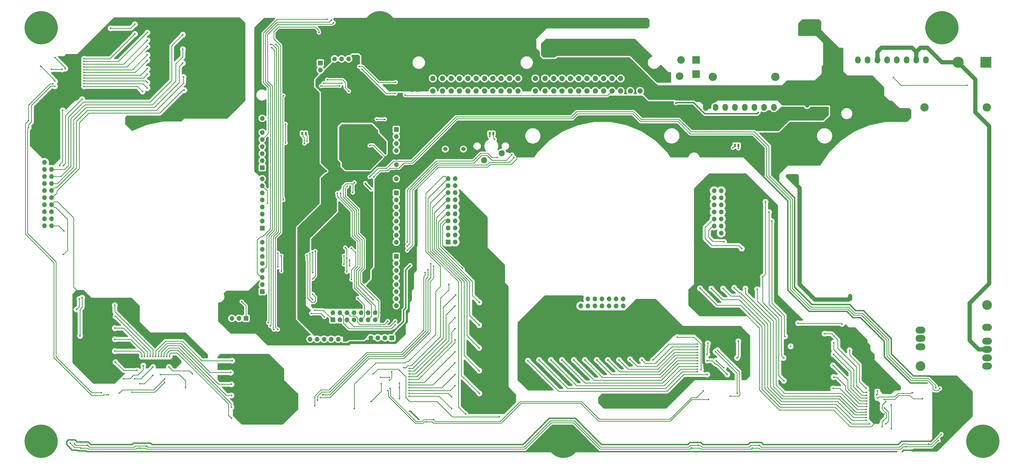
<source format=gbl>
G04 #@! TF.GenerationSoftware,KiCad,Pcbnew,(5.1.9-0-10_14)*
G04 #@! TF.CreationDate,2022-04-27T15:54:58-04:00*
G04 #@! TF.ProjectId,LiBCM,4c694243-4d2e-46b6-9963-61645f706362,A*
G04 #@! TF.SameCoordinates,Original*
G04 #@! TF.FileFunction,Copper,L4,Bot*
G04 #@! TF.FilePolarity,Positive*
%FSLAX46Y46*%
G04 Gerber Fmt 4.6, Leading zero omitted, Abs format (unit mm)*
G04 Created by KiCad (PCBNEW (5.1.9-0-10_14)) date 2022-04-27 15:54:58*
%MOMM*%
%LPD*%
G01*
G04 APERTURE LIST*
G04 #@! TA.AperFunction,ComponentPad*
%ADD10O,1.700000X1.700000*%
G04 #@! TD*
G04 #@! TA.AperFunction,ComponentPad*
%ADD11R,1.700000X1.700000*%
G04 #@! TD*
G04 #@! TA.AperFunction,ComponentPad*
%ADD12O,2.000000X2.500000*%
G04 #@! TD*
G04 #@! TA.AperFunction,ComponentPad*
%ADD13C,2.750000*%
G04 #@! TD*
G04 #@! TA.AperFunction,ComponentPad*
%ADD14C,4.000000*%
G04 #@! TD*
G04 #@! TA.AperFunction,ComponentPad*
%ADD15R,4.000000X4.000000*%
G04 #@! TD*
G04 #@! TA.AperFunction,ComponentPad*
%ADD16O,3.500000X2.500000*%
G04 #@! TD*
G04 #@! TA.AperFunction,ComponentPad*
%ADD17C,3.500000*%
G04 #@! TD*
G04 #@! TA.AperFunction,ComponentPad*
%ADD18C,3.000000*%
G04 #@! TD*
G04 #@! TA.AperFunction,ComponentPad*
%ADD19C,1.900000*%
G04 #@! TD*
G04 #@! TA.AperFunction,ComponentPad*
%ADD20C,12.000000*%
G04 #@! TD*
G04 #@! TA.AperFunction,SMDPad,CuDef*
%ADD21R,1.300000X2.150000*%
G04 #@! TD*
G04 #@! TA.AperFunction,SMDPad,CuDef*
%ADD22R,0.800000X1.200000*%
G04 #@! TD*
G04 #@! TA.AperFunction,ComponentPad*
%ADD23C,2.200000*%
G04 #@! TD*
G04 #@! TA.AperFunction,ComponentPad*
%ADD24C,1.524000*%
G04 #@! TD*
G04 #@! TA.AperFunction,ViaPad*
%ADD25C,0.600000*%
G04 #@! TD*
G04 #@! TA.AperFunction,ViaPad*
%ADD26C,1.500000*%
G04 #@! TD*
G04 #@! TA.AperFunction,Conductor*
%ADD27C,0.500000*%
G04 #@! TD*
G04 #@! TA.AperFunction,Conductor*
%ADD28C,1.500000*%
G04 #@! TD*
G04 #@! TA.AperFunction,Conductor*
%ADD29C,0.250000*%
G04 #@! TD*
G04 #@! TA.AperFunction,Conductor*
%ADD30C,1.000000*%
G04 #@! TD*
G04 #@! TA.AperFunction,Conductor*
%ADD31C,3.000000*%
G04 #@! TD*
G04 #@! TA.AperFunction,Conductor*
%ADD32C,0.254000*%
G04 #@! TD*
G04 #@! TA.AperFunction,Conductor*
%ADD33C,0.100000*%
G04 #@! TD*
G04 APERTURE END LIST*
D10*
G04 #@! TO.P,J16,20*
G04 #@! TO.N,Net-(J16-Pad20)*
X181790000Y-95390000D03*
G04 #@! TO.P,J16,19*
G04 #@! TO.N,/LiBCM BMS/CELL36pos*
X179250000Y-95390000D03*
G04 #@! TO.P,J16,18*
G04 #@! TO.N,/LiBCM BMS/CELL35pos*
X181790000Y-97930000D03*
G04 #@! TO.P,J16,17*
G04 #@! TO.N,/LiBCM BMS/CELL34pos*
X179250000Y-97930000D03*
G04 #@! TO.P,J16,16*
G04 #@! TO.N,/LiBCM BMS/CELL33pos*
X181790000Y-100470000D03*
G04 #@! TO.P,J16,15*
G04 #@! TO.N,/LiBCM BMS/CELL32pos*
X179250000Y-100470000D03*
G04 #@! TO.P,J16,14*
G04 #@! TO.N,/LiBCM BMS/CELL31pos*
X181790000Y-103010000D03*
G04 #@! TO.P,J16,13*
G04 #@! TO.N,/LiBCM BMS/CELL30pos*
X179250000Y-103010000D03*
G04 #@! TO.P,J16,12*
G04 #@! TO.N,/LiBCM BMS/CELL29pos*
X181790000Y-105550000D03*
G04 #@! TO.P,J16,11*
G04 #@! TO.N,/LiBCM BMS/CELL28pos*
X179250000Y-105550000D03*
G04 #@! TO.P,J16,10*
G04 #@! TO.N,/LiBCM BMS/CELL27pos*
X181790000Y-108090000D03*
G04 #@! TO.P,J16,9*
G04 #@! TO.N,/LiBCM BMS/CELL26pos*
X179250000Y-108090000D03*
G04 #@! TO.P,J16,8*
G04 #@! TO.N,/LiBCM BMS/CELL25pos*
X181790000Y-110630000D03*
G04 #@! TO.P,J16,7*
G04 #@! TO.N,GND_ISO_C*
X179250000Y-110630000D03*
G04 #@! TO.P,J16,6*
G04 #@! TO.N,/LiBCM BMS/CELL23pos*
X181790000Y-113170000D03*
G04 #@! TO.P,J16,5*
G04 #@! TO.N,/LiBCM BMS/CELL22pos*
X179250000Y-113170000D03*
G04 #@! TO.P,J16,4*
G04 #@! TO.N,/LiBCM BMS/CELL21pos*
X181790000Y-115710000D03*
G04 #@! TO.P,J16,3*
G04 #@! TO.N,/LiBCM BMS/CELL20pos*
X179250000Y-115710000D03*
G04 #@! TO.P,J16,2*
G04 #@! TO.N,/LiBCM BMS/CELL19pos*
X181790000Y-118250000D03*
D11*
G04 #@! TO.P,J16,1*
G04 #@! TO.N,/LiBCM BMS/CELL19neg*
X179250000Y-118250000D03*
G04 #@! TD*
D12*
G04 #@! TO.P,J9,1*
G04 #@! TO.N,+12V*
X296500000Y-69700000D03*
G04 #@! TO.P,J9,2*
G04 #@! TO.N,/+12V_FAN*
X293000000Y-69700000D03*
G04 #@! TO.P,J9,3*
X289500000Y-69700000D03*
G04 #@! TO.P,J9,4*
X286000000Y-69700000D03*
G04 #@! TO.P,J9,5*
G04 #@! TO.N,/FAN-*
X282500000Y-69700000D03*
G04 #@! TO.P,J9,6*
X279000000Y-69700000D03*
G04 #@! TO.P,J9,7*
X275500000Y-69700000D03*
G04 #@! TO.P,J9,8*
G04 #@! TO.N,GND_ENG*
X272000000Y-69700000D03*
G04 #@! TD*
D10*
G04 #@! TO.P,J1,8*
G04 #@! TO.N,Net-(J1-Pad8)*
X160600000Y-95480000D03*
G04 #@! TO.P,J1,7*
G04 #@! TO.N,GND_ENG*
X160600000Y-92940000D03*
G04 #@! TO.P,J1,6*
X160600000Y-90400000D03*
G04 #@! TO.P,J1,5*
G04 #@! TO.N,+5V*
X160600000Y-87860000D03*
G04 #@! TO.P,J1,4*
G04 #@! TO.N,Net-(J1-Pad4)*
X160600000Y-85320000D03*
G04 #@! TO.P,J1,3*
G04 #@! TO.N,/RESETn*
X160600000Y-82780000D03*
G04 #@! TO.P,J1,2*
G04 #@! TO.N,Net-(J1-Pad2)*
X160600000Y-80240000D03*
D11*
G04 #@! TO.P,J1,1*
G04 #@! TO.N,Net-(J1-Pad1)*
X160600000Y-77700000D03*
G04 #@! TD*
D10*
G04 #@! TO.P,J2,8*
G04 #@! TO.N,/BATTFANL_EN*
X160600000Y-118330000D03*
G04 #@! TO.P,J2,7*
G04 #@! TO.N,/TEMP_BLU_LPF*
X160600000Y-115790000D03*
G04 #@! TO.P,J2,6*
G04 #@! TO.N,/TEMP_WHT_LPF*
X160600000Y-113250000D03*
G04 #@! TO.P,J2,5*
G04 #@! TO.N,/TEMP_GRN_LPF*
X160600000Y-110710000D03*
G04 #@! TO.P,J2,4*
G04 #@! TO.N,/TEMP_YEL_LPF*
X160600000Y-108170000D03*
G04 #@! TO.P,J2,3*
G04 #@! TO.N,/VPIN_IN*
X160600000Y-105630000D03*
G04 #@! TO.P,J2,2*
G04 #@! TO.N,/USER_SW*
X160600000Y-103090000D03*
D11*
G04 #@! TO.P,J2,1*
G04 #@! TO.N,/BATT_CURRENT_ADC*
X160600000Y-100550000D03*
G04 #@! TD*
D10*
G04 #@! TO.P,J3,8*
G04 #@! TO.N,/GPIO-2*
X160600000Y-141180000D03*
G04 #@! TO.P,J3,7*
G04 #@! TO.N,/GPIO-1*
X160600000Y-138640000D03*
G04 #@! TO.P,J3,6*
G04 #@! TO.N,/LED2*
X160600000Y-136100000D03*
G04 #@! TO.P,J3,5*
G04 #@! TO.N,/LED1*
X160600000Y-133560000D03*
G04 #@! TO.P,J3,4*
G04 #@! TO.N,/TBATT_BAY3_LPF*
X160600000Y-131020000D03*
G04 #@! TO.P,J3,3*
G04 #@! TO.N,/TBATT_BAY2_LPF*
X160600000Y-128480000D03*
G04 #@! TO.P,J3,2*
G04 #@! TO.N,/TBATT_BAY1_LPF*
X160600000Y-125940000D03*
D11*
G04 #@! TO.P,J3,1*
G04 #@! TO.N,/BATTFANH_EN*
X160600000Y-123400000D03*
G04 #@! TD*
D10*
G04 #@! TO.P,J5,8*
G04 #@! TO.N,/AREF*
X112342000Y-73664000D03*
G04 #@! TO.P,J5,7*
G04 #@! TO.N,GND_ENG*
X112342000Y-76204000D03*
G04 #@! TO.P,J5,6*
G04 #@! TO.N,/IGNITION_SENSE*
X112342000Y-78744000D03*
G04 #@! TO.P,J5,5*
G04 #@! TO.N,/HMI_EN*
X112342000Y-81284000D03*
G04 #@! TO.P,J5,4*
G04 #@! TO.N,/FAN_PWM*
X112342000Y-83824000D03*
G04 #@! TO.P,J5,3*
G04 #@! TO.N,/GRID_EN*
X112342000Y-86364000D03*
G04 #@! TO.P,J5,2*
G04 #@! TO.N,/GRID_SENSE*
X112342000Y-88904000D03*
D11*
G04 #@! TO.P,J5,1*
G04 #@! TO.N,/GRID_PWM*
X112342000Y-91444000D03*
G04 #@! TD*
D10*
G04 #@! TO.P,J6,8*
G04 #@! TO.N,/MCM_E_CONTROL*
X112350000Y-95450000D03*
G04 #@! TO.P,J6,7*
G04 #@! TO.N,/SENSOR_EN*
X112350000Y-97990000D03*
G04 #@! TO.P,J6,6*
G04 #@! TO.N,/VPIN_OUT_PWM*
X112350000Y-100530000D03*
G04 #@! TO.P,J6,5*
G04 #@! TO.N,/TURN_OFF_5V*
X112350000Y-103070000D03*
G04 #@! TO.P,J6,4*
G04 #@! TO.N,/METSCI_REn*
X112350000Y-105610000D03*
G04 #@! TO.P,J6,3*
G04 #@! TO.N,/METSCI_DE*
X112350000Y-108150000D03*
G04 #@! TO.P,J6,2*
G04 #@! TO.N,Net-(J6-Pad2)*
X112350000Y-110690000D03*
D11*
G04 #@! TO.P,J6,1*
G04 #@! TO.N,Net-(J6-Pad1)*
X112350000Y-113230000D03*
G04 #@! TD*
D10*
G04 #@! TO.P,J7,8*
G04 #@! TO.N,/METSCI_TX*
X112350000Y-118350000D03*
G04 #@! TO.P,J7,7*
G04 #@! TO.N,/METSCI_RX*
X112350000Y-120890000D03*
G04 #@! TO.P,J7,6*
G04 #@! TO.N,/BATTSCI_TX*
X112350000Y-123430000D03*
G04 #@! TO.P,J7,5*
G04 #@! TO.N,/BATTSCI_RX*
X112350000Y-125970000D03*
G04 #@! TO.P,J7,4*
G04 #@! TO.N,/HMI_TX*
X112350000Y-128510000D03*
G04 #@! TO.P,J7,3*
G04 #@! TO.N,/HMI_RX*
X112350000Y-131050000D03*
G04 #@! TO.P,J7,2*
G04 #@! TO.N,/SDA*
X112350000Y-133590000D03*
D11*
G04 #@! TO.P,J7,1*
G04 #@! TO.N,/SCL*
X112350000Y-136130000D03*
G04 #@! TD*
D13*
G04 #@! TO.P,P2,3*
G04 #@! TO.N,GND_CHASSIS*
X262600000Y-58500000D03*
G04 #@! TO.P,P2,2*
G04 #@! TO.N,/L2*
X263100000Y-52600000D03*
G04 #@! TO.P,P2,1*
G04 #@! TO.N,/L1_UNFUSED*
G04 #@! TA.AperFunction,ComponentPad*
G36*
G01*
X269875000Y-56624998D02*
X269875000Y-58875002D01*
G75*
G02*
X269625002Y-59125000I-249998J0D01*
G01*
X267374998Y-59125000D01*
G75*
G02*
X267125000Y-58875002I0J249998D01*
G01*
X267125000Y-56624998D01*
G75*
G02*
X267374998Y-56375000I249998J0D01*
G01*
X269625002Y-56375000D01*
G75*
G02*
X269875000Y-56624998I0J-249998D01*
G01*
G37*
G04 #@! TD.AperFunction*
G04 #@! TD*
D14*
G04 #@! TO.P,C30,2*
G04 #@! TO.N,HVDC_NEG*
X362800000Y-53475000D03*
D15*
G04 #@! TO.P,C30,1*
G04 #@! TO.N,HVDC_POS_FUSED*
X372800000Y-53475000D03*
G04 #@! TD*
D16*
G04 #@! TO.P,U8,4*
G04 #@! TO.N,Net-(U8-Pad4)*
X349250000Y-149960000D03*
G04 #@! TO.P,U8,6*
G04 #@! TO.N,Net-(U8-Pad6)*
X349250000Y-155960000D03*
D17*
G04 #@! TO.P,U8,7*
G04 #@! TO.N,/12NEG_RAW*
X349250000Y-162960000D03*
G04 #@! TO.P,U8,14*
G04 #@! TO.N,Net-(U8-Pad14)*
X373250000Y-140960000D03*
D16*
G04 #@! TO.P,U8,12*
G04 #@! TO.N,HVDC_POS_FUSED*
X373250000Y-148960000D03*
G04 #@! TO.P,U8,11*
G04 #@! TO.N,Net-(U8-Pad11)*
X373250000Y-153960000D03*
G04 #@! TO.P,U8,10*
G04 #@! TO.N,HVDC_NEG*
X373250000Y-156960000D03*
G04 #@! TO.P,U8,9*
G04 #@! TO.N,Net-(U8-Pad9)*
X373250000Y-159960000D03*
G04 #@! TO.P,U8,8*
G04 #@! TO.N,Net-(U8-Pad8)*
X373250000Y-162960000D03*
G04 #@! TO.P,U8,5*
G04 #@! TO.N,/12POS_RAW*
X349250000Y-152960000D03*
G04 #@! TD*
D18*
G04 #@! TO.P,F1,2*
G04 #@! TO.N,/L1_UNFUSED*
X274500000Y-58750000D03*
G04 #@! TO.P,F1,1*
G04 #@! TO.N,/L1*
X297000000Y-58750000D03*
G04 #@! TD*
G04 #@! TO.P,F2,2*
G04 #@! TO.N,HVDC_POS_FUSED*
X373175000Y-69725000D03*
G04 #@! TO.P,F2,1*
G04 #@! TO.N,/HVDC_POS_UNFUSED*
X350675000Y-69725000D03*
G04 #@! TD*
D12*
G04 #@! TO.P,J11,8*
G04 #@! TO.N,/HVDC_POS_UNFUSED*
X351250000Y-52650000D03*
G04 #@! TO.P,J11,7*
G04 #@! TO.N,HVDC_NEG*
X347750000Y-52650000D03*
G04 #@! TO.P,J11,6*
G04 #@! TO.N,/MCM_E_CONN-*
X344250000Y-52650000D03*
G04 #@! TO.P,J11,5*
G04 #@! TO.N,/MCM_E_CONN+*
X340750000Y-52650000D03*
G04 #@! TO.P,J11,4*
G04 #@! TO.N,/GRID_HVDC+*
X337250000Y-52650000D03*
G04 #@! TO.P,J11,3*
G04 #@! TO.N,HVDC_NEG*
X333750000Y-52650000D03*
G04 #@! TO.P,J11,2*
G04 #@! TO.N,/GRID_PWM-*
X330250000Y-52650000D03*
G04 #@! TO.P,J11,1*
G04 #@! TO.N,/GRID_PWM+*
X326750000Y-52650000D03*
G04 #@! TD*
D19*
G04 #@! TO.P,P1,A14*
G04 #@! TO.N,GND_ENG*
X248350000Y-59300000D03*
G04 #@! TO.P,P1,A01*
G04 #@! TO.N,/12V_KEYON*
X248350000Y-63800000D03*
G04 #@! TO.P,P1,A15*
G04 #@! TO.N,GND_ENG*
X244850000Y-59300000D03*
G04 #@! TO.P,P1,A02*
G04 #@! TO.N,/12V_KEYON*
X244850000Y-63800000D03*
G04 #@! TO.P,P1,A16*
G04 #@! TO.N,/I_SENSOR_NEG*
X241350000Y-59300000D03*
G04 #@! TO.P,P1,A03*
G04 #@! TO.N,/I_SENSOR_POS*
X241350000Y-63800000D03*
G04 #@! TO.P,P1,A17*
G04 #@! TO.N,Net-(P1-PadA17)*
X238250000Y-59300000D03*
G04 #@! TO.P,P1,A04*
G04 #@! TO.N,/I_SENSOR_RAW*
X238250000Y-63800000D03*
G04 #@! TO.P,P1,A18*
G04 #@! TO.N,Net-(P1-PadA18)*
X235250000Y-59300000D03*
G04 #@! TO.P,P1,A05*
G04 #@! TO.N,Net-(P1-PadA05)*
X235250000Y-63800000D03*
G04 #@! TO.P,P1,A19*
G04 #@! TO.N,Net-(P1-PadA19)*
X232250000Y-59300000D03*
G04 #@! TO.P,P1,A06*
G04 #@! TO.N,Net-(P1-PadA06)*
X232250000Y-63800000D03*
G04 #@! TO.P,P1,A20*
G04 #@! TO.N,/BATTSCI1*
X229250000Y-59300000D03*
G04 #@! TO.P,P1,A07*
G04 #@! TO.N,/BATTSCI2*
X229250000Y-63800000D03*
G04 #@! TO.P,P1,A21*
G04 #@! TO.N,/METSCI1*
X226250000Y-59300000D03*
G04 #@! TO.P,P1,A08*
G04 #@! TO.N,/METSCI2*
X226250000Y-63800000D03*
G04 #@! TO.P,P1,A22*
G04 #@! TO.N,Net-(P1-PadA22)*
X223250000Y-59300000D03*
G04 #@! TO.P,P1,A09*
G04 #@! TO.N,Net-(P1-PadA09)*
X223250000Y-63800000D03*
G04 #@! TO.P,P1,A23*
G04 #@! TO.N,Net-(P1-PadA23)*
X220250000Y-59300000D03*
G04 #@! TO.P,P1,A10*
G04 #@! TO.N,Net-(P1-PadA10)*
X220250000Y-63800000D03*
G04 #@! TO.P,P1,A24*
G04 #@! TO.N,/BATTFANH*
X217250000Y-59300000D03*
G04 #@! TO.P,P1,A11*
G04 #@! TO.N,/BATTFANL*
X217250000Y-63800000D03*
G04 #@! TO.P,P1,A25*
G04 #@! TO.N,GND_CHASSIS*
X214150000Y-59300000D03*
G04 #@! TO.P,P1,A12*
X214150000Y-63800000D03*
G04 #@! TO.P,P1,A26*
G04 #@! TO.N,Net-(P1-PadA26)*
X210650000Y-59300000D03*
G04 #@! TO.P,P1,A13*
G04 #@! TO.N,/12V_ALWAYS*
X210650000Y-63800000D03*
G04 #@! TO.P,P1,B12*
G04 #@! TO.N,/TEMP_NEG*
X204450000Y-59300000D03*
G04 #@! TO.P,P1,B01*
G04 #@! TO.N,/HLINE_CONN*
X204450000Y-63800000D03*
G04 #@! TO.P,P1,B13*
G04 #@! TO.N,Net-(P1-PadB13)*
X201350000Y-59300000D03*
G04 #@! TO.P,P1,B02*
G04 #@! TO.N,Net-(P1-PadB02)*
X201350000Y-63800000D03*
G04 #@! TO.P,P1,B14*
G04 #@! TO.N,Net-(P1-PadB14)*
X198350000Y-59300000D03*
G04 #@! TO.P,P1,B03*
G04 #@! TO.N,Net-(P1-PadB03)*
X198350000Y-63800000D03*
G04 #@! TO.P,P1,B15*
G04 #@! TO.N,Net-(P1-PadB15)*
X195350000Y-59300000D03*
G04 #@! TO.P,P1,B04*
G04 #@! TO.N,Net-(P1-PadB04)*
X195350000Y-63800000D03*
G04 #@! TO.P,P1,B16*
G04 #@! TO.N,Net-(P1-PadB16)*
X192350000Y-59300000D03*
G04 #@! TO.P,P1,B05*
G04 #@! TO.N,Net-(P1-PadB05)*
X192350000Y-63800000D03*
G04 #@! TO.P,P1,B17*
G04 #@! TO.N,Net-(P1-PadB17)*
X189350000Y-59300000D03*
G04 #@! TO.P,P1,B06*
G04 #@! TO.N,Net-(P1-PadB06)*
X189350000Y-63800000D03*
G04 #@! TO.P,P1,B18*
G04 #@! TO.N,Net-(P1-PadB18)*
X186350000Y-59300000D03*
G04 #@! TO.P,P1,B07*
G04 #@! TO.N,Net-(P1-PadB07)*
X186350000Y-63800000D03*
G04 #@! TO.P,P1,B19*
G04 #@! TO.N,/TEMP_BLU*
X183350000Y-59300000D03*
G04 #@! TO.P,P1,B08*
G04 #@! TO.N,/TEMP_WHT*
X183350000Y-63800000D03*
G04 #@! TO.P,P1,B20*
G04 #@! TO.N,/TEMP_GRN*
X180350000Y-59300000D03*
G04 #@! TO.P,P1,B09*
G04 #@! TO.N,/TEMP_YEL*
X180350000Y-63800000D03*
G04 #@! TO.P,P1,B21*
G04 #@! TO.N,Net-(P1-PadB21)*
X177250000Y-59300000D03*
G04 #@! TO.P,P1,B10*
G04 #@! TO.N,Net-(P1-PadB10)*
X177250000Y-63800000D03*
G04 #@! TO.P,P1,B22*
G04 #@! TO.N,/VPIN_OUT_LPF*
X173750000Y-59300000D03*
G04 #@! TO.P,P1,B11*
G04 #@! TO.N,/VPIN_IN_NOISY*
X173750000Y-63800000D03*
G04 #@! TD*
D20*
G04 #@! TO.P,H4,1*
G04 #@! TO.N,Net-(H4-Pad1)*
X32750000Y-41000000D03*
G04 #@! TD*
G04 #@! TO.P,H1,1*
G04 #@! TO.N,GND_ENG*
X220750000Y-190000000D03*
G04 #@! TD*
G04 #@! TO.P,H2,1*
G04 #@! TO.N,Net-(H2-Pad1)*
X32750000Y-190000000D03*
G04 #@! TD*
G04 #@! TO.P,H5,1*
G04 #@! TO.N,GND_ENG*
X154750000Y-41000000D03*
G04 #@! TD*
G04 #@! TO.P,H6,1*
G04 #@! TO.N,Net-(H6-Pad1)*
X357000000Y-41000000D03*
G04 #@! TD*
G04 #@! TO.P,H7,1*
G04 #@! TO.N,Net-(H7-Pad1)*
X371750000Y-190000000D03*
G04 #@! TD*
D11*
G04 #@! TO.P,J15,1*
G04 #@! TO.N,/HMI_TX*
X133250000Y-53750000D03*
D10*
G04 #@! TO.P,J15,2*
G04 #@! TO.N,/HLINE*
X133250000Y-56290000D03*
G04 #@! TD*
D11*
G04 #@! TO.P,J13,1*
G04 #@! TO.N,GND_ISO_A*
X36500000Y-89500000D03*
D10*
G04 #@! TO.P,J13,2*
G04 #@! TO.N,/LiBCM BMS/CELL1pos*
X33960000Y-89500000D03*
G04 #@! TO.P,J13,3*
G04 #@! TO.N,/LiBCM BMS/CELL2pos*
X36500000Y-92040000D03*
G04 #@! TO.P,J13,4*
G04 #@! TO.N,/LiBCM BMS/CELL3pos*
X33960000Y-92040000D03*
G04 #@! TO.P,J13,5*
G04 #@! TO.N,/LiBCM BMS/CELL4pos*
X36500000Y-94580000D03*
G04 #@! TO.P,J13,6*
G04 #@! TO.N,/LiBCM BMS/CELL5pos*
X33960000Y-94580000D03*
G04 #@! TO.P,J13,7*
G04 #@! TO.N,/LiBCM BMS/CELL6pos*
X36500000Y-97120000D03*
G04 #@! TO.P,J13,8*
G04 #@! TO.N,/LiBCM BMS/CELL7pos*
X33960000Y-97120000D03*
G04 #@! TO.P,J13,9*
G04 #@! TO.N,/LiBCM BMS/CELL8pos*
X36500000Y-99660000D03*
G04 #@! TO.P,J13,10*
G04 #@! TO.N,/LiBCM BMS/CELL9pos*
X33960000Y-99660000D03*
G04 #@! TO.P,J13,11*
G04 #@! TO.N,/LiBCM BMS/C10pos*
X36500000Y-102200000D03*
G04 #@! TO.P,J13,12*
G04 #@! TO.N,/LiBCM BMS/C11pos*
X33960000Y-102200000D03*
G04 #@! TO.P,J13,13*
G04 #@! TO.N,GND_ISO_B*
X36500000Y-104740000D03*
G04 #@! TO.P,J13,14*
G04 #@! TO.N,/LiBCM BMS/CELL13pos*
X33960000Y-104740000D03*
G04 #@! TO.P,J13,15*
G04 #@! TO.N,/LiBCM BMS/CELL14pos*
X36500000Y-107280000D03*
G04 #@! TO.P,J13,16*
G04 #@! TO.N,/LiBCM BMS/CELL15pos*
X33960000Y-107280000D03*
G04 #@! TO.P,J13,17*
G04 #@! TO.N,/LiBCM BMS/CELL16pos*
X36500000Y-109820000D03*
G04 #@! TO.P,J13,18*
G04 #@! TO.N,/LiBCM BMS/CELL17pos*
X33960000Y-109820000D03*
G04 #@! TO.P,J13,19*
G04 #@! TO.N,/LiBCM BMS/CELL18pos*
X36500000Y-112360000D03*
G04 #@! TO.P,J13,20*
G04 #@! TO.N,Net-(J13-Pad20)*
X33960000Y-112360000D03*
G04 #@! TD*
G04 #@! TO.P,J17,14*
G04 #@! TO.N,Net-(J17-Pad14)*
X277540000Y-99760000D03*
G04 #@! TO.P,J17,13*
G04 #@! TO.N,/LiBCM BMS/CELL48pos*
X275000000Y-99760000D03*
G04 #@! TO.P,J17,12*
G04 #@! TO.N,/LiBCM BMS/CELL47pos*
X277540000Y-102300000D03*
G04 #@! TO.P,J17,11*
G04 #@! TO.N,/LiBCM BMS/CELL46pos*
X275000000Y-102300000D03*
G04 #@! TO.P,J17,10*
G04 #@! TO.N,/LiBCM BMS/CELL45pos*
X277540000Y-104840000D03*
G04 #@! TO.P,J17,9*
G04 #@! TO.N,/LiBCM BMS/CELL44pos*
X275000000Y-104840000D03*
G04 #@! TO.P,J17,8*
G04 #@! TO.N,/LiBCM BMS/CELL43pos*
X277540000Y-107380000D03*
G04 #@! TO.P,J17,7*
G04 #@! TO.N,/LiBCM BMS/CELL42pos*
X275000000Y-107380000D03*
G04 #@! TO.P,J17,6*
G04 #@! TO.N,/LiBCM BMS/CELL41pos*
X277540000Y-109920000D03*
G04 #@! TO.P,J17,5*
G04 #@! TO.N,/LiBCM BMS/CELL40pos*
X275000000Y-109920000D03*
G04 #@! TO.P,J17,4*
G04 #@! TO.N,/LiBCM BMS/CELL39pos*
X277540000Y-112460000D03*
G04 #@! TO.P,J17,3*
G04 #@! TO.N,/LiBCM BMS/CELL38pos*
X275000000Y-112460000D03*
G04 #@! TO.P,J17,2*
G04 #@! TO.N,/LiBCM BMS/CELL37pos*
X277540000Y-115000000D03*
D11*
G04 #@! TO.P,J17,1*
G04 #@! TO.N,GND_ISO_D*
X275000000Y-115000000D03*
G04 #@! TD*
G04 #@! TO.P,J18,1*
G04 #@! TO.N,GND_ISO_E*
X227000000Y-138750000D03*
D10*
G04 #@! TO.P,J18,2*
G04 #@! TO.N,/LiBCM BMS/CELL49pos*
X227000000Y-141290000D03*
G04 #@! TO.P,J18,3*
G04 #@! TO.N,/LiBCM BMS/CELL50pos*
X229540000Y-138750000D03*
G04 #@! TO.P,J18,4*
G04 #@! TO.N,/LiBCM BMS/CELL51pos*
X229540000Y-141290000D03*
G04 #@! TO.P,J18,5*
G04 #@! TO.N,/LiBCM BMS/CELL52pos*
X232080000Y-138750000D03*
G04 #@! TO.P,J18,6*
G04 #@! TO.N,/LiBCM BMS/CELL53pos*
X232080000Y-141290000D03*
G04 #@! TO.P,J18,7*
G04 #@! TO.N,/LiBCM BMS/CELL54pos*
X234620000Y-138750000D03*
G04 #@! TO.P,J18,8*
G04 #@! TO.N,/LiBCM BMS/CELL55pos*
X234620000Y-141290000D03*
G04 #@! TO.P,J18,9*
G04 #@! TO.N,/LiBCM BMS/CELL56pos*
X237160000Y-138750000D03*
G04 #@! TO.P,J18,10*
G04 #@! TO.N,/LiBCM BMS/CELL57pos*
X237160000Y-141290000D03*
G04 #@! TO.P,J18,11*
G04 #@! TO.N,/LiBCM BMS/CELL58pos*
X239700000Y-138750000D03*
G04 #@! TO.P,J18,12*
G04 #@! TO.N,/LiBCM BMS/CELL59pos*
X239700000Y-141290000D03*
G04 #@! TO.P,J18,13*
G04 #@! TO.N,/LiBCM BMS/CELL60pos*
X242240000Y-138750000D03*
G04 #@! TO.P,J18,14*
G04 #@! TO.N,Net-(J18-Pad14)*
X242240000Y-141290000D03*
G04 #@! TD*
D11*
G04 #@! TO.P,J4,1*
G04 #@! TO.N,/BATTSCI_DE*
X137760000Y-146290000D03*
D10*
G04 #@! TO.P,J4,2*
G04 #@! TO.N,/BATTSCI_REn*
X137760000Y-143750000D03*
G04 #@! TO.P,J4,3*
G04 #@! TO.N,/GPIO-0*
X140300000Y-146290000D03*
G04 #@! TO.P,J4,4*
G04 #@! TO.N,/COVER_SWITCH*
X140300000Y-143750000D03*
G04 #@! TO.P,J4,5*
G04 #@! TO.N,/BUZZER*
X142840000Y-146290000D03*
G04 #@! TO.P,J4,6*
G04 #@! TO.N,/GPIO-3*
X142840000Y-143750000D03*
G04 #@! TO.P,J4,7*
G04 #@! TO.N,/SPI_CS_EXT*
X145380000Y-146290000D03*
G04 #@! TO.P,J4,8*
G04 #@! TO.N,/LED3*
X145380000Y-143750000D03*
G04 #@! TO.P,J4,9*
G04 #@! TO.N,/TEMP_EN*
X147920000Y-146290000D03*
G04 #@! TO.P,J4,10*
G04 #@! TO.N,/LED4*
X147920000Y-143750000D03*
G04 #@! TO.P,J4,11*
G04 #@! TO.N,/SPI_MOSI*
X150460000Y-146290000D03*
G04 #@! TO.P,J4,12*
G04 #@! TO.N,/SPI_MISO*
X150460000Y-143750000D03*
G04 #@! TO.P,J4,13*
G04 #@! TO.N,/SPI_CS_LTC*
X153000000Y-146290000D03*
G04 #@! TO.P,J4,14*
G04 #@! TO.N,/SPI_SCK*
X153000000Y-143750000D03*
G04 #@! TO.P,J4,15*
G04 #@! TO.N,GND_ENG*
X155540000Y-146290000D03*
G04 #@! TO.P,J4,16*
X155540000Y-143750000D03*
G04 #@! TD*
D21*
G04 #@! TO.P,J12,4*
G04 #@! TO.N,GND_ENG*
X124850000Y-76855000D03*
G04 #@! TO.P,J12,3*
X129900000Y-76855000D03*
D22*
G04 #@! TO.P,J12,2*
G04 #@! TO.N,/TEMP_NEG*
X126750000Y-79150000D03*
G04 #@! TO.P,J12,1*
G04 #@! TO.N,/TBATT_BAY3*
X128000000Y-79150000D03*
G04 #@! TD*
D11*
G04 #@! TO.P,J14,1*
G04 #@! TO.N,+5V*
X146000000Y-52250000D03*
D10*
G04 #@! TO.P,J14,2*
G04 #@! TO.N,/HMI_RX*
X143460000Y-52250000D03*
G04 #@! TO.P,J14,3*
G04 #@! TO.N,/HMI_TX*
X140920000Y-52250000D03*
G04 #@! TO.P,J14,4*
G04 #@! TO.N,/HMI_EN_OD*
X138380000Y-52250000D03*
G04 #@! TD*
D22*
G04 #@! TO.P,J19,1*
G04 #@! TO.N,/TBATT_BAY2*
X195500000Y-79150000D03*
G04 #@! TO.P,J19,2*
G04 #@! TO.N,/TEMP_NEG*
X194250000Y-79150000D03*
D21*
G04 #@! TO.P,J19,3*
G04 #@! TO.N,GND_ENG*
X197400000Y-76855000D03*
G04 #@! TO.P,J19,4*
X192350000Y-76855000D03*
G04 #@! TD*
D22*
G04 #@! TO.P,J20,1*
G04 #@! TO.N,/TBATT_BAY1*
X283750000Y-83400000D03*
G04 #@! TO.P,J20,2*
G04 #@! TO.N,/TEMP_NEG*
X282500000Y-83400000D03*
D21*
G04 #@! TO.P,J20,3*
G04 #@! TO.N,GND_ENG*
X285650000Y-81105000D03*
G04 #@! TO.P,J20,4*
X280600000Y-81105000D03*
G04 #@! TD*
D10*
G04 #@! TO.P,J21,4*
G04 #@! TO.N,GND_ENG*
X151380000Y-152750000D03*
G04 #@! TO.P,J21,3*
G04 #@! TO.N,/GPIO-3*
X153920000Y-152750000D03*
G04 #@! TO.P,J21,2*
G04 #@! TO.N,/GPIO-2*
X156460000Y-152750000D03*
D11*
G04 #@! TO.P,J21,1*
G04 #@! TO.N,/GPIO-1*
X159000000Y-152750000D03*
G04 #@! TD*
G04 #@! TO.P,J22,1*
G04 #@! TO.N,+5V*
X142250000Y-153250000D03*
D10*
G04 #@! TO.P,J22,2*
G04 #@! TO.N,/SPI_MOSI*
X139710000Y-153250000D03*
G04 #@! TO.P,J22,3*
G04 #@! TO.N,/SPI_SCK*
X137170000Y-153250000D03*
G04 #@! TO.P,J22,4*
G04 #@! TO.N,/SPI_MISO*
X134630000Y-153250000D03*
G04 #@! TO.P,J22,5*
G04 #@! TO.N,/GPIO-0*
X132090000Y-153250000D03*
G04 #@! TO.P,J22,6*
G04 #@! TO.N,/SPI_CS_EXT*
X129550000Y-153250000D03*
G04 #@! TO.P,J22,7*
G04 #@! TO.N,GND_ENG*
X127010000Y-153250000D03*
G04 #@! TO.P,J22,8*
X124470000Y-153250000D03*
G04 #@! TD*
D23*
G04 #@! TO.P,SW1,1*
G04 #@! TO.N,/COVER_SWITCH*
X192250000Y-88750000D03*
G04 #@! TO.P,SW1,2*
G04 #@! TO.N,+5V*
X198600000Y-86210000D03*
G04 #@! TD*
D24*
G04 #@! TO.P,BZ1,1*
G04 #@! TO.N,+5V*
X184750000Y-84750000D03*
G04 #@! TO.P,BZ1,2*
G04 #@! TO.N,/BUZ1*
X178250000Y-84750000D03*
G04 #@! TD*
G04 #@! TO.P,J10,1*
G04 #@! TO.N,/L1_GRID*
G04 #@! TA.AperFunction,ComponentPad*
G36*
G01*
X267125000Y-53725002D02*
X267125000Y-51474998D01*
G75*
G02*
X267374998Y-51225000I249998J0D01*
G01*
X269625002Y-51225000D01*
G75*
G02*
X269875000Y-51474998I0J-249998D01*
G01*
X269875000Y-53725002D01*
G75*
G02*
X269625002Y-53975000I-249998J0D01*
G01*
X267374998Y-53975000D01*
G75*
G02*
X267125000Y-53725002I0J249998D01*
G01*
G37*
G04 #@! TD.AperFunction*
G04 #@! TD*
D11*
G04 #@! TO.P,J8,1*
G04 #@! TO.N,+5V*
X106500000Y-145750000D03*
D10*
G04 #@! TO.P,J8,2*
G04 #@! TO.N,/SCLc*
X103960000Y-145750000D03*
G04 #@! TO.P,J8,3*
G04 #@! TO.N,/SDAc*
X101420000Y-145750000D03*
G04 #@! TO.P,J8,4*
G04 #@! TO.N,GND_ENG*
X98880000Y-145750000D03*
G04 #@! TD*
D25*
G04 #@! TO.N,+12V*
X261250000Y-68250000D03*
G04 #@! TO.N,+5V*
X315750000Y-70250000D03*
D26*
X315095000Y-71500000D03*
X312500000Y-71500000D03*
D25*
X126750010Y-133999990D03*
X151000000Y-83500000D03*
X156582107Y-87582107D03*
X126500000Y-127000000D03*
X146700000Y-98250000D03*
X146000000Y-98750000D03*
X125500000Y-145750000D03*
X148250000Y-109500000D03*
X148750000Y-132750000D03*
X149750000Y-128500000D03*
X150750000Y-117250000D03*
X105000000Y-139750000D03*
X135750000Y-102750000D03*
X171000000Y-74250000D03*
X132000000Y-62250000D03*
X127000000Y-145750000D03*
X165625000Y-126625000D03*
X164750000Y-127500000D03*
G04 #@! TO.N,GND_ISO_B*
X47500000Y-66750000D03*
X72250000Y-161250000D03*
X57000000Y-164250000D03*
X40750000Y-122750000D03*
X39500000Y-90750000D03*
X40750000Y-90750000D03*
X40500000Y-70750000D03*
G04 #@! TO.N,GND_ISO_C*
X105100000Y-183650000D03*
X165350000Y-179200000D03*
X168650001Y-182125000D03*
X181000000Y-124250000D03*
X184500000Y-127750000D03*
X182750000Y-124250000D03*
X200262500Y-177762500D03*
G04 #@! TO.N,GND_ISO_A*
X45000000Y-53500000D03*
X39662500Y-67500000D03*
X30750000Y-72250000D03*
X43750000Y-64250000D03*
G04 #@! TO.N,GND_ENG*
X154750000Y-154500000D03*
X152750000Y-154500000D03*
X150750000Y-154500000D03*
X148750000Y-154500000D03*
X146750000Y-154500000D03*
X141250000Y-155000000D03*
X139250000Y-155000000D03*
X137250000Y-155000000D03*
X135250000Y-155000000D03*
X133250000Y-155000000D03*
X131250000Y-155000000D03*
X129250000Y-155000000D03*
X127250000Y-155000000D03*
X125250000Y-155000000D03*
X123250000Y-155000000D03*
X121250000Y-155000000D03*
X119250000Y-155000000D03*
X117250000Y-155000000D03*
X115250000Y-155000000D03*
X311700000Y-65800000D03*
X319500000Y-66750000D03*
D26*
X310750000Y-68000000D03*
X308430000Y-69080000D03*
X307000000Y-76500000D03*
X305000000Y-76500000D03*
D25*
X322500000Y-67000000D03*
X326500000Y-65000000D03*
X323750000Y-64750000D03*
X320750000Y-64250000D03*
D26*
X301499994Y-94500006D03*
D25*
X146250000Y-88750000D03*
X152900000Y-86650000D03*
X150750000Y-91750000D03*
X146250000Y-91750000D03*
X142500000Y-91750000D03*
X141500000Y-90750000D03*
X141500000Y-89250000D03*
X144000000Y-91750000D03*
X148500000Y-91750000D03*
X153500000Y-88500000D03*
X151750000Y-89250000D03*
X152750000Y-90000000D03*
X155300000Y-87450000D03*
X156500000Y-86250000D03*
X156500000Y-84750000D03*
X156500000Y-82250000D03*
X342750000Y-193750000D03*
X340750000Y-193750000D03*
X338750000Y-193750000D03*
X336750000Y-193750000D03*
X334750000Y-193750000D03*
X332750000Y-193750000D03*
X330750000Y-193750000D03*
X328750000Y-193750000D03*
X326750000Y-193750000D03*
X324750000Y-193750000D03*
X318750000Y-193750000D03*
X316750000Y-193750000D03*
X314750000Y-193750000D03*
X312750000Y-193750000D03*
X310750000Y-193750000D03*
X308750000Y-193750000D03*
X306750000Y-193750000D03*
X304750000Y-193750000D03*
X302750000Y-193750000D03*
X300750000Y-193750000D03*
X298750000Y-193750000D03*
X292750000Y-193750000D03*
X290750000Y-193750000D03*
X288750000Y-193750000D03*
X286750000Y-193750000D03*
X284750000Y-193750000D03*
X280750000Y-193750000D03*
X278750000Y-193750000D03*
X282750000Y-193750000D03*
X276750000Y-193750000D03*
X274750000Y-193750000D03*
X272750000Y-193750000D03*
X270750000Y-193750000D03*
X268750000Y-193750000D03*
X266750000Y-193750000D03*
X264750000Y-193750000D03*
X262750000Y-193750000D03*
X260750000Y-193750000D03*
X258750000Y-193750000D03*
X256750000Y-193750000D03*
X254750000Y-193750000D03*
X252750000Y-193750000D03*
X250750000Y-193750000D03*
X248750000Y-193750000D03*
X246750000Y-193750000D03*
X244750000Y-193750000D03*
X242750000Y-193750000D03*
X240750000Y-193750000D03*
X236750000Y-193750000D03*
X238750000Y-193750000D03*
X234750000Y-193750000D03*
X233500000Y-193750000D03*
X231750000Y-192000000D03*
X230000000Y-190250000D03*
X228250000Y-188500000D03*
X226500000Y-186750000D03*
X215956593Y-185106593D03*
X214206593Y-186856593D03*
X212456593Y-188606593D03*
X210706593Y-190356593D03*
X208956593Y-192106593D03*
X207250000Y-193750000D03*
X205250000Y-193750000D03*
X203250000Y-193750000D03*
X201250000Y-193750000D03*
X199250000Y-193750000D03*
X197250000Y-193750000D03*
X195250000Y-193750000D03*
X193250000Y-193750000D03*
X191250000Y-193750000D03*
X189250000Y-193750000D03*
X187250000Y-193750000D03*
X185250000Y-193750000D03*
X183250000Y-193750000D03*
X181250000Y-193750000D03*
X179250000Y-193750000D03*
X177250000Y-193750000D03*
X175250000Y-193750000D03*
X173250000Y-193750000D03*
X171250000Y-193750000D03*
X169250000Y-193750000D03*
X167250000Y-193750000D03*
X165250000Y-193750000D03*
X163250000Y-193750000D03*
X161250000Y-193750000D03*
X159250000Y-193750000D03*
X157250000Y-193750000D03*
X155250000Y-193750000D03*
X153250000Y-193750000D03*
X151250000Y-193750000D03*
X149250000Y-193750000D03*
X147250000Y-193750000D03*
X145250000Y-193750000D03*
X143250000Y-193750000D03*
X141250000Y-193750000D03*
X139250000Y-193750000D03*
X137250000Y-193750000D03*
X135250000Y-193750000D03*
X133250000Y-193750000D03*
X131250000Y-193750000D03*
X129250000Y-193750000D03*
X127250000Y-193750000D03*
X125250000Y-193750000D03*
X123250000Y-193750000D03*
X121250000Y-193750000D03*
X119250000Y-193750000D03*
X117250000Y-193750000D03*
X115250000Y-193750000D03*
X113250000Y-193750000D03*
X111250000Y-193750000D03*
X109250000Y-193750000D03*
X107250000Y-193750000D03*
X105250000Y-193750000D03*
X103250000Y-193750000D03*
X101250000Y-193750000D03*
X99250000Y-193750000D03*
X97250000Y-193750000D03*
X95250000Y-193750000D03*
X93250000Y-193750000D03*
X91250000Y-193750000D03*
X89250000Y-193750000D03*
X87250000Y-193750000D03*
X85250000Y-193750000D03*
X83250000Y-193750000D03*
X81250000Y-193750000D03*
X79250000Y-193750000D03*
X77250000Y-193750000D03*
X75250000Y-193750000D03*
X73250000Y-193750000D03*
X71250000Y-193750000D03*
X69250000Y-193750000D03*
X67250000Y-193750000D03*
X72750000Y-191250000D03*
X74750000Y-191250000D03*
X76750000Y-191250000D03*
X78750000Y-191250000D03*
X80750000Y-191250000D03*
X82750000Y-191250000D03*
X84750000Y-191250000D03*
X86750000Y-191250000D03*
X88750000Y-191250000D03*
X90750000Y-191250000D03*
X92750000Y-191250000D03*
X94750000Y-191250000D03*
X96750000Y-191250000D03*
X98750000Y-191250000D03*
X100750000Y-191250000D03*
X102750000Y-191250000D03*
X104750000Y-191250000D03*
X106750000Y-191250000D03*
X108750000Y-191250000D03*
X110750000Y-191250000D03*
X112750000Y-191250000D03*
X114750000Y-191250000D03*
X116750000Y-191250000D03*
X118750000Y-191250000D03*
X120750000Y-191250000D03*
X122750000Y-191250000D03*
X124750000Y-191250000D03*
X126750000Y-191250000D03*
X128750000Y-191250000D03*
X130750000Y-191250000D03*
X132750000Y-191250000D03*
X134750000Y-191250000D03*
X136750000Y-191250000D03*
X138750000Y-191250000D03*
X140750000Y-191250000D03*
X142750000Y-191250000D03*
X144750000Y-191250000D03*
X146750000Y-191250000D03*
X148750000Y-191250000D03*
X150750000Y-191250000D03*
X152750000Y-191250000D03*
X154750000Y-191250000D03*
X156750000Y-191250000D03*
X158750000Y-191250000D03*
X160750000Y-191250000D03*
X162750000Y-191250000D03*
X164750000Y-191250000D03*
X166750000Y-191250000D03*
X168750000Y-191250000D03*
X170750000Y-191250000D03*
X172750000Y-191250000D03*
X174750000Y-191250000D03*
X176750000Y-191250000D03*
X178750000Y-191250000D03*
X180750000Y-191250000D03*
X182750000Y-191250000D03*
X184750000Y-191250000D03*
X186750000Y-191250000D03*
X188750000Y-191250000D03*
X190750000Y-191250000D03*
X192750000Y-191250000D03*
X194750000Y-191250000D03*
X196750000Y-191250000D03*
X198750000Y-191250000D03*
X200750000Y-191250000D03*
X202750000Y-191250000D03*
X204750000Y-191250000D03*
X206850000Y-190600000D03*
X208725000Y-188725000D03*
X210600000Y-186850000D03*
X212350000Y-185100000D03*
X214100000Y-183350000D03*
X226400000Y-183100000D03*
X228150000Y-184850000D03*
X230025000Y-186725000D03*
X231775000Y-188475000D03*
X233400000Y-190100000D03*
X234525000Y-191225000D03*
X236500000Y-191250000D03*
X238500000Y-191250000D03*
X240500000Y-191250000D03*
X242500000Y-191250000D03*
X244500000Y-191250000D03*
X246500000Y-191250000D03*
X248500000Y-191250000D03*
X250500000Y-191250000D03*
X252500000Y-191250000D03*
X254500000Y-191250000D03*
X256500000Y-191250000D03*
X258500000Y-191250000D03*
X260500000Y-191250000D03*
X262500000Y-191250000D03*
X292750000Y-191250000D03*
X294750000Y-191250000D03*
X296750000Y-191250000D03*
X296750000Y-193750000D03*
X294750000Y-193750000D03*
X298750000Y-191250000D03*
X300750000Y-191250000D03*
X302750000Y-191250000D03*
X304750000Y-191250000D03*
X306750000Y-191250000D03*
X308750000Y-191250000D03*
X310750000Y-191250000D03*
X312750000Y-191250000D03*
X314750000Y-191250000D03*
X316750000Y-191250000D03*
X318750000Y-191250000D03*
X320750000Y-191250000D03*
X322750000Y-191250000D03*
X324750000Y-191250000D03*
X326750000Y-191250000D03*
X328750000Y-191250000D03*
X330750000Y-191250000D03*
X332750000Y-191250000D03*
X334750000Y-191250000D03*
X336750000Y-191250000D03*
X338750000Y-191250000D03*
X320750000Y-193750000D03*
X322750000Y-193750000D03*
X224600000Y-184850000D03*
X364500000Y-180750000D03*
X364500000Y-179500000D03*
X364500000Y-176500000D03*
X363375000Y-174625000D03*
X362500000Y-171500000D03*
X360750000Y-169750000D03*
X358875000Y-167875000D03*
X356000000Y-167750000D03*
X354000000Y-167750000D03*
X352750000Y-166500000D03*
X350750000Y-166500000D03*
X348750000Y-166500000D03*
X346750000Y-166500000D03*
X345000000Y-164750000D03*
X343250000Y-163000000D03*
X341500000Y-161250000D03*
X339750000Y-159500000D03*
X338750000Y-157750000D03*
X338750000Y-155750000D03*
X338750000Y-153750000D03*
X337750000Y-152000000D03*
X336000000Y-150250000D03*
X334250000Y-148500000D03*
X332500000Y-146750000D03*
X330750000Y-145000000D03*
X328750000Y-143000000D03*
X326000000Y-143000000D03*
X323750000Y-140750000D03*
X321750000Y-140750000D03*
X319750000Y-140750000D03*
X317750000Y-140750000D03*
X315750000Y-140750000D03*
X313750000Y-140750000D03*
X311750000Y-140750000D03*
X310000000Y-140500000D03*
X308250000Y-138750000D03*
X306500000Y-137000000D03*
X304750000Y-135250000D03*
X304000000Y-133500000D03*
X304000000Y-131500000D03*
X304000000Y-129500000D03*
X304000000Y-127500000D03*
X304000000Y-125500000D03*
X304000000Y-123500000D03*
X304000000Y-121500000D03*
X304000000Y-119500000D03*
X304000000Y-117500000D03*
X304000000Y-115500000D03*
X304000000Y-113500000D03*
X304000000Y-111500000D03*
X304000000Y-109500000D03*
X304000000Y-107500000D03*
X304000000Y-105500000D03*
X304000000Y-103750000D03*
X351550000Y-169050000D03*
X349450000Y-169050000D03*
X347450000Y-169050000D03*
X345725000Y-169025000D03*
X343975000Y-167275000D03*
X342225000Y-165525000D03*
X340475000Y-163775000D03*
X338725000Y-162025000D03*
X336975000Y-160275000D03*
X336250000Y-158250000D03*
X336250000Y-156250000D03*
X336250000Y-154050000D03*
X334475000Y-152275000D03*
X332725000Y-150525000D03*
X330975000Y-148775000D03*
X329225000Y-147025000D03*
X327725000Y-145525000D03*
X325000000Y-145500000D03*
X322750000Y-143250000D03*
X320750000Y-143250000D03*
X318750000Y-143250000D03*
X316750000Y-143250000D03*
X314750000Y-143250000D03*
X312750000Y-143250000D03*
X310750000Y-143250000D03*
X308975000Y-143025000D03*
X307225000Y-141275000D03*
X305475000Y-139525000D03*
X303725000Y-137775000D03*
X301975000Y-136025000D03*
X301500000Y-134000000D03*
X301500000Y-132000000D03*
X301500000Y-130000000D03*
X301500000Y-128000000D03*
X301500000Y-126000000D03*
X301500000Y-124000000D03*
X301500000Y-122000000D03*
X301500000Y-120000000D03*
X301500000Y-118000000D03*
X301500000Y-116000000D03*
X301500000Y-114000000D03*
X301500000Y-112000000D03*
X301500000Y-110000000D03*
X301500000Y-108000000D03*
X301500000Y-106000000D03*
X301500000Y-104000000D03*
X300300000Y-102200000D03*
X298550000Y-100450000D03*
X296800000Y-98700000D03*
X295050000Y-96950000D03*
X293300000Y-95200000D03*
X291550000Y-93450000D03*
X289800000Y-91700000D03*
X288050000Y-89950000D03*
X286300000Y-88200000D03*
X284500000Y-87500000D03*
X282500000Y-87500000D03*
X280500000Y-87500000D03*
X278500000Y-87500000D03*
X276500000Y-87500000D03*
X274500000Y-87500000D03*
X324000000Y-138750000D03*
X323999989Y-137750011D03*
D26*
X304750000Y-94500000D03*
X303250000Y-88000000D03*
X305000000Y-89750000D03*
D25*
X303200000Y-101550000D03*
X296250000Y-94500000D03*
X298200000Y-96550000D03*
X300700000Y-99050000D03*
X190250000Y-51750000D03*
X183250000Y-51750000D03*
X174750000Y-51750000D03*
X196750000Y-51500000D03*
X193750000Y-56250000D03*
X191250000Y-56500000D03*
X188500000Y-57000000D03*
X201500000Y-61500000D03*
X204500000Y-61500000D03*
X216750000Y-55000000D03*
X220250000Y-55000000D03*
X223500000Y-55500000D03*
X238250000Y-55500000D03*
X238250000Y-61500000D03*
X218000000Y-61500000D03*
X234750000Y-52500000D03*
X229250000Y-52250000D03*
X233250000Y-56500000D03*
X233750000Y-61500000D03*
D26*
X208250000Y-57000000D03*
D25*
X215750000Y-181750000D03*
X217750000Y-181750000D03*
X219750000Y-181750000D03*
X221750000Y-181750000D03*
X223750000Y-181750000D03*
X143250000Y-155000000D03*
D26*
X209500000Y-61500000D03*
D25*
X335000000Y-70750000D03*
X318000000Y-56250000D03*
X148250000Y-82000000D03*
X152000000Y-84250000D03*
D26*
X166250000Y-63500000D03*
X168250000Y-63500000D03*
X174250000Y-86000000D03*
D25*
X150250000Y-50750000D03*
X65250000Y-193750000D03*
X63250000Y-193750000D03*
X61250000Y-193750000D03*
X59250000Y-193750000D03*
X57250000Y-193750000D03*
X55250000Y-193750000D03*
X53250000Y-193750000D03*
X51250000Y-193750000D03*
X49250000Y-193750000D03*
X47250000Y-193500000D03*
X45250000Y-193250000D03*
X43375000Y-192625000D03*
X50750000Y-191250000D03*
X52000000Y-191250000D03*
X56500000Y-191250000D03*
X58250000Y-191250000D03*
X60000000Y-191250000D03*
X61500000Y-191250000D03*
X66500000Y-190750000D03*
X340750000Y-191250000D03*
X267750000Y-67000000D03*
X271000000Y-191250000D03*
X277000000Y-191250000D03*
X279000000Y-191250000D03*
X280750000Y-191250000D03*
X264500000Y-191250000D03*
X287250000Y-191250000D03*
X345750000Y-190000000D03*
X348000000Y-190000000D03*
X342500000Y-190000000D03*
X350250000Y-190000000D03*
X354250000Y-188750000D03*
X345750000Y-193250000D03*
X348000000Y-193250000D03*
X349750000Y-193250000D03*
X351750000Y-193250000D03*
X354055001Y-192555001D03*
X355555001Y-191055001D03*
X357375000Y-189125000D03*
X358375000Y-187125000D03*
X221800000Y-61550000D03*
X171000000Y-91250000D03*
X152500000Y-78250000D03*
X153875000Y-79625000D03*
X155250000Y-81000000D03*
X151250000Y-76250000D03*
X149250000Y-76250000D03*
X147250000Y-76250000D03*
X145250000Y-76250000D03*
X143250000Y-76250000D03*
X141250000Y-76250000D03*
X140500000Y-77750000D03*
X140500000Y-88250000D03*
X140500000Y-86250000D03*
X140500000Y-84250000D03*
X140500000Y-82000000D03*
X140500000Y-80000000D03*
X149500000Y-97000000D03*
X151500000Y-99250000D03*
X119000000Y-133000000D03*
X123800000Y-125550000D03*
X120750000Y-100800000D03*
X135800000Y-120950000D03*
X156000000Y-101000000D03*
X130500000Y-141000000D03*
X130500000Y-133250000D03*
X156250000Y-132750000D03*
X157500000Y-127750000D03*
X151250000Y-132750000D03*
X152250000Y-128500000D03*
X132750000Y-119250000D03*
X159250000Y-117250000D03*
X159250000Y-114500000D03*
X155750000Y-110250000D03*
X103250000Y-142000000D03*
X112962500Y-39787500D03*
X111712500Y-39787500D03*
X121250000Y-67000000D03*
X121250000Y-68000000D03*
X144162500Y-136587500D03*
X156000000Y-103500000D03*
X153750000Y-116000000D03*
X120000000Y-63750000D03*
X126250000Y-68000000D03*
X125250000Y-68000000D03*
X120750000Y-85250000D03*
D26*
X183395000Y-76855000D03*
D25*
X145750000Y-118250000D03*
X135150000Y-92650000D03*
X162000000Y-144750000D03*
X113250000Y-154000000D03*
X111750000Y-152500000D03*
X110250000Y-151000000D03*
X100500000Y-150250000D03*
X99250000Y-149000000D03*
X98000000Y-147750000D03*
X112500000Y-143000000D03*
X112500000Y-138750000D03*
X108000000Y-151000000D03*
X106000000Y-151000000D03*
X104000000Y-151000000D03*
X102000000Y-151000000D03*
X96750000Y-146500000D03*
X96750000Y-144250000D03*
X96750000Y-142000000D03*
X98750000Y-139000000D03*
X98875000Y-136875000D03*
X99625000Y-136125000D03*
X107500000Y-136000000D03*
X123800000Y-131950000D03*
X126500000Y-110250000D03*
X126500000Y-109000000D03*
X127750000Y-109000000D03*
X127750000Y-107750000D03*
X131750000Y-116000000D03*
X132750000Y-115000000D03*
X133750000Y-114000000D03*
X190895000Y-76855000D03*
X198750000Y-76750000D03*
X193645000Y-76855000D03*
X196145000Y-76855000D03*
X279325000Y-80925000D03*
X281825000Y-80925000D03*
X284325000Y-80925000D03*
X287075000Y-80925000D03*
X166750000Y-131000000D03*
X295750000Y-92500000D03*
X295750000Y-89750000D03*
X295750000Y-86500000D03*
X295750000Y-83250000D03*
X291500000Y-79000000D03*
X132000000Y-45500000D03*
X131250000Y-41750000D03*
X120500000Y-41750000D03*
G04 #@! TO.N,/5V_ENABLE*
X141000000Y-61000000D03*
X134500000Y-61000000D03*
G04 #@! TO.N,/VPIN_OUT_LPF*
X160250000Y-64750000D03*
X148250000Y-56000000D03*
X120750000Y-82500000D03*
X120750000Y-75750000D03*
G04 #@! TO.N,/TURN_OFF_5V*
X119950000Y-103070000D03*
X120000000Y-65500000D03*
G04 #@! TO.N,/METSCI2*
X130500000Y-129250000D03*
X130500000Y-122000000D03*
G04 #@! TO.N,/METSCI1*
X130500000Y-131500000D03*
X131500000Y-121500000D03*
G04 #@! TO.N,/BATTSCI1*
X130512500Y-138987500D03*
X129500000Y-122500000D03*
G04 #@! TO.N,/BATTSCI2*
X130500000Y-137000000D03*
X128500000Y-123000000D03*
G04 #@! TO.N,/FAN_PWM*
X140250000Y-62000000D03*
X133500000Y-62000000D03*
G04 #@! TO.N,/LiBCM BMS/VREF2_A*
X41400000Y-55750000D03*
X37750000Y-51750000D03*
G04 #@! TO.N,/LiBCM BMS/VREF1_A*
X40250000Y-56000000D03*
X36500000Y-56000000D03*
G04 #@! TO.N,/LiBCM BMS/VREF2_B*
X73000000Y-163250000D03*
X66500010Y-167500000D03*
G04 #@! TO.N,/LiBCM BMS/VREF1_B*
X73000000Y-166250000D03*
X68250000Y-169250000D03*
G04 #@! TO.N,/LiBCM BMS/VREG_B*
X78750000Y-163250000D03*
X87250000Y-165750000D03*
G04 #@! TO.N,/LiBCM BMS/VREF2_C*
X155000000Y-167000000D03*
X158150000Y-167000000D03*
G04 #@! TO.N,/LiBCM BMS/VREF1_C*
X158150000Y-168000000D03*
X158950000Y-165000000D03*
G04 #@! TO.N,/LiBCM BMS/VREG_C*
X161750000Y-169000000D03*
X151500000Y-175750000D03*
X155250000Y-169250000D03*
X161750000Y-170750000D03*
X161750000Y-174750000D03*
G04 #@! TO.N,/LiBCM BMS/VREF1_D*
X336250000Y-178000000D03*
X336750000Y-183750000D03*
G04 #@! TO.N,/LiBCM BMS/VREG_D*
X333747248Y-171865130D03*
X333500020Y-173250000D03*
X338750000Y-185500000D03*
X338650000Y-176900000D03*
G04 #@! TO.N,/LiBCM BMS/C10pos*
X84250000Y-63500000D03*
G04 #@! TO.N,/LiBCM BMS/CELL8pos*
X84000000Y-58750000D03*
G04 #@! TO.N,/LiBCM BMS/CELL6pos*
X83750000Y-53750000D03*
G04 #@! TO.N,/LiBCM BMS/CELL4pos*
X83750000Y-48750000D03*
G04 #@! TO.N,/LiBCM BMS/CELL2pos*
X83750000Y-43500000D03*
G04 #@! TO.N,/LiBCM BMS/S12_A*
X48200000Y-62150000D03*
X69250000Y-64000000D03*
G04 #@! TO.N,/LiBCM BMS/S11_A*
X48200000Y-61150000D03*
X71000000Y-62750000D03*
G04 #@! TO.N,/LiBCM BMS/S10_A*
X48200000Y-60150000D03*
X71000000Y-60750000D03*
G04 #@! TO.N,/LiBCM BMS/S9_A*
X48200000Y-59150000D03*
X71000000Y-57750000D03*
G04 #@! TO.N,/LiBCM BMS/S8_A*
X48200000Y-58150000D03*
X71000000Y-55750000D03*
G04 #@! TO.N,/LiBCM BMS/S7_A*
X48200000Y-57150000D03*
X71000000Y-52750000D03*
G04 #@! TO.N,/LiBCM BMS/S6_A*
X48200000Y-56150000D03*
X71000000Y-50750000D03*
G04 #@! TO.N,/LiBCM BMS/S5_A*
X48200000Y-55150000D03*
X71000000Y-47750000D03*
G04 #@! TO.N,/LiBCM BMS/S4_A*
X48200000Y-54150000D03*
X71000000Y-45500000D03*
G04 #@! TO.N,/LiBCM BMS/S3_A*
X48200000Y-53150000D03*
X71000000Y-42750000D03*
G04 #@! TO.N,/LiBCM BMS/S2_A*
X66500000Y-43250000D03*
X48200000Y-52150000D03*
G04 #@! TO.N,/LiBCM BMS/S1_A*
X66500000Y-39750000D03*
X57750000Y-41200000D03*
G04 #@! TO.N,/LiBCM BMS/IP_6820*
X354750000Y-170750000D03*
X151000000Y-94750000D03*
G04 #@! TO.N,/LiBCM BMS/IM_6820*
X356250000Y-171000000D03*
X152500000Y-94750000D03*
G04 #@! TO.N,/LiBCM BMS/CELL22pos*
X171000000Y-129250000D03*
X131250000Y-177250000D03*
G04 #@! TO.N,/LiBCM BMS/CELL20pos*
X172000000Y-128250000D03*
X132250000Y-175250000D03*
G04 #@! TO.N,/LiBCM BMS/CELL19pos*
X174000000Y-127000000D03*
X133250000Y-174250000D03*
G04 #@! TO.N,/LiBCM BMS/CELL18pos*
X41000000Y-114250000D03*
G04 #@! TO.N,/LiBCM BMS/CELL16pos*
X46500000Y-138750000D03*
X45500000Y-142500000D03*
G04 #@! TO.N,/LiBCM BMS/CELL14pos*
X47500000Y-138250000D03*
X46750000Y-152000000D03*
G04 #@! TO.N,/LiBCM BMS/S12_B*
X79000000Y-159500000D03*
X101250000Y-181750000D03*
G04 #@! TO.N,/LiBCM BMS/S11_B*
X78000000Y-159500000D03*
X101250000Y-177750000D03*
G04 #@! TO.N,/LiBCM BMS/S10_B*
X77000000Y-159500000D03*
X101250000Y-173500000D03*
G04 #@! TO.N,/LiBCM BMS/S9_B*
X76000000Y-159500000D03*
X101250000Y-169500000D03*
G04 #@! TO.N,/LiBCM BMS/S8_B*
X75000000Y-159500000D03*
X101000000Y-165250000D03*
G04 #@! TO.N,/LiBCM BMS/S7_B*
X74000000Y-159500000D03*
X101500000Y-161000000D03*
G04 #@! TO.N,/LiBCM BMS/S6_B*
X73000000Y-159500000D03*
X59250000Y-141000000D03*
G04 #@! TO.N,/LiBCM BMS/S5_B*
X72000000Y-159500000D03*
X59500000Y-145000000D03*
G04 #@! TO.N,/LiBCM BMS/S4_B*
X71000000Y-159500000D03*
X59250000Y-149250000D03*
G04 #@! TO.N,/LiBCM BMS/S3_B*
X59250000Y-153250000D03*
X70000000Y-159500000D03*
G04 #@! TO.N,/LiBCM BMS/S2_B*
X69000000Y-159500000D03*
X59250000Y-157500000D03*
G04 #@! TO.N,/LiBCM BMS/S1_B*
X59500000Y-161500000D03*
X67250000Y-164500000D03*
G04 #@! TO.N,/LiBCM BMS/T_B*
X69500000Y-162750000D03*
X62500000Y-167500000D03*
G04 #@! TO.N,/LiBCM BMS/CELL34pos*
X190500000Y-172800000D03*
G04 #@! TO.N,/LiBCM BMS/CELL32pos*
X190450000Y-164600000D03*
G04 #@! TO.N,/LiBCM BMS/CELL30pos*
X190400000Y-156400000D03*
G04 #@! TO.N,/LiBCM BMS/CELL28pos*
X190450000Y-148200000D03*
G04 #@! TO.N,/LiBCM BMS/CELL26pos*
X190500000Y-140000000D03*
G04 #@! TO.N,/LiBCM BMS/CELL36pos*
X185500000Y-180250000D03*
X145500000Y-178250000D03*
G04 #@! TO.N,/LiBCM BMS/S12_C*
X165250000Y-173750000D03*
X180500000Y-178250000D03*
G04 #@! TO.N,/LiBCM BMS/S11_C*
X180500000Y-174000000D03*
X165250000Y-172750000D03*
G04 #@! TO.N,/LiBCM BMS/S10_C*
X165250000Y-171750000D03*
X181750000Y-170000000D03*
G04 #@! TO.N,/LiBCM BMS/S9_C*
X181750000Y-166000000D03*
X165250000Y-170750000D03*
G04 #@! TO.N,/LiBCM BMS/S8_C*
X165250000Y-169750000D03*
X181750000Y-161750000D03*
G04 #@! TO.N,/LiBCM BMS/S7_C*
X165250000Y-168750000D03*
X181750000Y-157750000D03*
G04 #@! TO.N,/LiBCM BMS/S6_C*
X165250000Y-167750000D03*
X181750000Y-153500000D03*
G04 #@! TO.N,/LiBCM BMS/S5_C*
X165250000Y-166750000D03*
X181750000Y-149500000D03*
G04 #@! TO.N,/LiBCM BMS/S4_C*
X165250000Y-165750000D03*
X181750000Y-145500000D03*
G04 #@! TO.N,/LiBCM BMS/S3_C*
X181750000Y-141250000D03*
X165250000Y-164750000D03*
G04 #@! TO.N,/LiBCM BMS/S2_C*
X165250000Y-163750000D03*
X182000000Y-137250000D03*
G04 #@! TO.N,/LiBCM BMS/S1_C*
X163250000Y-163500000D03*
X179500000Y-133500000D03*
G04 #@! TO.N,/LiBCM BMS/T_C*
X161750000Y-164500000D03*
X152250000Y-165750000D03*
X197750000Y-181250000D03*
G04 #@! TO.N,/LiBCM BMS/CELL46pos*
X302550000Y-155830000D03*
X295750000Y-110750000D03*
X300500000Y-152250000D03*
G04 #@! TO.N,/LiBCM BMS/CELL44pos*
X294750000Y-107500000D03*
X300000000Y-160000000D03*
G04 #@! TO.N,/LiBCM BMS/CELL42pos*
X293500000Y-103750000D03*
X292499984Y-130770000D03*
X300100000Y-168250000D03*
G04 #@! TO.N,/LiBCM BMS/CELL40pos*
X284950000Y-120600000D03*
G04 #@! TO.N,/LiBCM BMS/CELL38pos*
X278550000Y-118150000D03*
G04 #@! TO.N,/LiBCM BMS/S12_D*
X329899992Y-172450000D03*
X314750000Y-151250000D03*
G04 #@! TO.N,/LiBCM BMS/S11_D*
X329900000Y-173450000D03*
X318000000Y-154550000D03*
G04 #@! TO.N,/LiBCM BMS/S10_D*
X317980000Y-158730000D03*
X329860002Y-174489998D03*
G04 #@! TO.N,/LiBCM BMS/S9_D*
X317800000Y-162700000D03*
X329850000Y-175500000D03*
G04 #@! TO.N,/LiBCM BMS/S8_D*
X329850000Y-176500000D03*
X318000000Y-166900000D03*
G04 #@! TO.N,/LiBCM BMS/S7_D*
X317850000Y-171000000D03*
X329850000Y-177500000D03*
G04 #@! TO.N,/LiBCM BMS/S6_D*
X290500000Y-135250000D03*
X329750000Y-178500000D03*
G04 #@! TO.N,/LiBCM BMS/S5_D*
X329750000Y-179500000D03*
X286250000Y-135000000D03*
G04 #@! TO.N,/LiBCM BMS/S4_D*
X282250000Y-134750000D03*
X329750000Y-180500000D03*
G04 #@! TO.N,/LiBCM BMS/S3_D*
X329750000Y-181500000D03*
X278250000Y-135000000D03*
G04 #@! TO.N,/LiBCM BMS/S2_D*
X274000000Y-135000000D03*
X329750000Y-182500000D03*
G04 #@! TO.N,/LiBCM BMS/S1_D*
X269920000Y-134920000D03*
X331000000Y-183750000D03*
G04 #@! TO.N,/LiBCM BMS/T_D*
X329750000Y-171000000D03*
X305250000Y-147500000D03*
X323750000Y-157250000D03*
X321000000Y-147750000D03*
G04 #@! TO.N,/LiBCM BMS/IMA_A*
X28250000Y-74500000D03*
X57000000Y-173250000D03*
X37000000Y-61270558D03*
G04 #@! TO.N,/LiBCM BMS/IPA_B*
X60900000Y-172650000D03*
X77250006Y-167500000D03*
G04 #@! TO.N,/LiBCM BMS/IMA_B*
X65450000Y-172300000D03*
X77250000Y-168749986D03*
G04 #@! TO.N,/LiBCM BMS/IPA_A*
X37700000Y-62100000D03*
X54500000Y-172500000D03*
X28249999Y-77000000D03*
G04 #@! TO.N,/LiBCM BMS/IPA_C*
X273000000Y-175000000D03*
X171500000Y-183000000D03*
X157500000Y-171750000D03*
G04 #@! TO.N,/LiBCM BMS/IMA_D*
X336250000Y-175000000D03*
X350000000Y-174750000D03*
G04 #@! TO.N,/LiBCM BMS/IPA_D*
X333800000Y-174450000D03*
X346500000Y-172500000D03*
G04 #@! TO.N,/LiBCM BMS/IMA_C*
X271150000Y-171800000D03*
X174000000Y-182250000D03*
X158250000Y-171000000D03*
G04 #@! TO.N,HVDC_POS_FUSED*
X366000000Y-61750000D03*
X339500000Y-59000000D03*
G04 #@! TO.N,GND_ISO_D*
X336200000Y-180250000D03*
X332885000Y-180365000D03*
X332500000Y-171000000D03*
X302850000Y-148600000D03*
X326750000Y-153500000D03*
X340750000Y-170750000D03*
G04 #@! TO.N,/LED1*
X115750000Y-48250000D03*
X114500000Y-147250000D03*
G04 #@! TO.N,/LED2*
X115500000Y-47000000D03*
X115250000Y-148500000D03*
G04 #@! TO.N,/LED3*
X117250000Y-47000000D03*
X116500000Y-149750000D03*
G04 #@! TO.N,/LED4*
X118000000Y-149750000D03*
X132750000Y-42750006D03*
D26*
G04 #@! TO.N,GND_CHASSIS*
X216000000Y-51000000D03*
X213749968Y-51000000D03*
D25*
G04 #@! TO.N,/LiBCM BMS/WDT_A*
X37725000Y-60275000D03*
X32625000Y-54875000D03*
G04 #@! TO.N,/LiBCM BMS/WDT_B*
X75750000Y-166000000D03*
X84750000Y-170750000D03*
G04 #@! TO.N,/LiBCM BMS/WDT_D*
X335500000Y-184750000D03*
X336750000Y-175750000D03*
G04 #@! TO.N,/HLINE_CONN*
X160375000Y-60625000D03*
X147250000Y-55000000D03*
G04 #@! TO.N,GND_ISO_E*
X261750000Y-150750000D03*
X271000000Y-150500000D03*
X270250012Y-152750000D03*
X271500000Y-161750000D03*
X272250000Y-163000000D03*
X275500000Y-163750000D03*
X287000000Y-166500000D03*
G04 #@! TO.N,/LiBCM BMS/VREF2_E*
X272500000Y-161000000D03*
X279750000Y-166000000D03*
G04 #@! TO.N,/LiBCM BMS/VREF1_E*
X275750000Y-161000000D03*
X278441957Y-163558059D03*
G04 #@! TO.N,/LiBCM BMS/VREG_E*
X272750000Y-154750000D03*
X272500000Y-158750000D03*
X283750000Y-154000000D03*
X283250000Y-160000000D03*
G04 #@! TO.N,/LiBCM BMS/S12_E*
X269000000Y-155000000D03*
X253000000Y-160750000D03*
G04 #@! TO.N,/LiBCM BMS/S11_E*
X269000000Y-156000000D03*
X249000000Y-160750000D03*
G04 #@! TO.N,/LiBCM BMS/S10_E*
X244750000Y-160500000D03*
X269000000Y-157000000D03*
G04 #@! TO.N,/LiBCM BMS/S9_E*
X269000000Y-158000000D03*
X240750000Y-160750000D03*
G04 #@! TO.N,/LiBCM BMS/S8_E*
X269000000Y-159000000D03*
X236750000Y-160750000D03*
G04 #@! TO.N,/LiBCM BMS/S7_E*
X269000000Y-160000000D03*
X232750000Y-160750000D03*
G04 #@! TO.N,/LiBCM BMS/S6_E*
X269000000Y-161000000D03*
X228500000Y-160750000D03*
G04 #@! TO.N,/LiBCM BMS/S5_E*
X268950000Y-162050000D03*
X224500000Y-160750000D03*
G04 #@! TO.N,/LiBCM BMS/S4_E*
X269000000Y-163000000D03*
X220250000Y-160750000D03*
G04 #@! TO.N,/LiBCM BMS/S3_E*
X269000000Y-164000000D03*
X216250000Y-160750000D03*
G04 #@! TO.N,/LiBCM BMS/S2_E*
X269000000Y-165000000D03*
X212000000Y-160750000D03*
G04 #@! TO.N,/LiBCM BMS/S1_E*
X272500000Y-166000000D03*
X208000000Y-161000000D03*
G04 #@! TO.N,/LiBCM BMS/T_E*
X261750000Y-152500000D03*
X270250000Y-164250000D03*
G04 #@! TO.N,/LiBCM BMS/IMA_E*
X275500000Y-157750000D03*
X283290000Y-172790000D03*
G04 #@! TO.N,/LiBCM BMS/IPA_E*
X276250000Y-157250000D03*
X280750000Y-173750000D03*
G04 #@! TO.N,/USER_SW*
X153500000Y-74000000D03*
X156500000Y-74000000D03*
G04 #@! TO.N,/BATTSCI_REn*
X130000000Y-144000000D03*
X134750000Y-145250000D03*
G04 #@! TO.N,/BATTSCI_DE*
X131250000Y-142750000D03*
G04 #@! TO.N,/HMI_EN*
X135750000Y-38000000D03*
G04 #@! TO.N,/METSCI_REn*
X119250000Y-128750000D03*
X119250000Y-123250000D03*
G04 #@! TO.N,/METSCI_DE*
X118000000Y-127250000D03*
X118000000Y-122250000D03*
G04 #@! TO.N,/HMI_TX*
X138000000Y-39250000D03*
G04 #@! TO.N,/HMI_RX*
X137250000Y-38250000D03*
G04 #@! TO.N,/I_SENSOR_RAW*
X163750000Y-65250000D03*
G04 #@! TO.N,/TBATT_BAY1*
X283750000Y-84500000D03*
X143750000Y-124750000D03*
X143750000Y-126750000D03*
X164500000Y-121250000D03*
X203000000Y-87750000D03*
G04 #@! TO.N,/TBATT_BAY2*
X196000000Y-81250000D03*
X141750000Y-123250000D03*
X141750000Y-126250000D03*
X164500000Y-118250000D03*
X197000000Y-87750000D03*
G04 #@! TO.N,/TBATT_BAY3*
X144500000Y-131750000D03*
X144500000Y-120500000D03*
X128500000Y-82000000D03*
G04 #@! TO.N,/COVER_SWITCH*
X160250000Y-148000000D03*
G04 #@! TO.N,/GPIO-3*
X157500000Y-146750000D03*
G04 #@! TO.N,/BUZZER*
X160250000Y-146750000D03*
G04 #@! TO.N,/TEMP_EN*
X146750000Y-138500000D03*
G04 #@! TO.N,/SPI_MOSI*
X139350000Y-100600000D03*
G04 #@! TO.N,/SPI_SCK*
X140550000Y-100600000D03*
G04 #@! TO.N,/SPI_CS_LTC*
X142950000Y-98200000D03*
G04 #@! TO.N,/SENSOR_EN*
X114250000Y-104250000D03*
G04 #@! TO.N,/TEMP_NEG*
X194250000Y-80250000D03*
X281750000Y-84250000D03*
X142250000Y-120250000D03*
X142750000Y-124000000D03*
X142750000Y-129000000D03*
X127500000Y-82750000D03*
X164500000Y-119750000D03*
X202250000Y-86750000D03*
G04 #@! TO.N,/SPI_MISO_FILT*
X145550000Y-96800000D03*
X144950000Y-100400000D03*
X152250000Y-139000000D03*
G04 #@! TO.N,/12V_KEYON*
X143558051Y-63941949D03*
X135750000Y-59750000D03*
G04 #@! TO.N,/LiBCM BMS/IP_ISO_STAR*
X68250000Y-192500000D03*
X47000000Y-192500000D03*
X43250000Y-190750000D03*
X266750000Y-192500000D03*
X288750000Y-192500000D03*
X344000000Y-192000000D03*
X355750000Y-189750000D03*
G04 #@! TO.N,/LiBCM BMS/IM_ISO_STAR*
X49500000Y-191500000D03*
X70750000Y-191750000D03*
X44750000Y-191000000D03*
X269250000Y-191500000D03*
X291250000Y-191500000D03*
X352250000Y-191000000D03*
X356750000Y-187500000D03*
G04 #@! TO.N,/LiBCM BMS/CELL19neg*
X173000000Y-126000000D03*
X134250000Y-173250000D03*
G04 #@! TD*
D27*
G04 #@! TO.N,+12V*
X267624688Y-68000000D02*
X261500000Y-68000000D01*
X271624688Y-72000000D02*
X267624688Y-68000000D01*
X261500000Y-68000000D02*
X261250000Y-68250000D01*
X290500000Y-72000000D02*
X271624688Y-72000000D01*
X291000000Y-71500000D02*
X290500000Y-72000000D01*
D28*
G04 #@! TO.N,+5V*
X312500000Y-71500000D02*
X315095000Y-71500000D01*
D29*
X191950000Y-67000000D02*
X191350000Y-67000000D01*
X191350000Y-67000000D02*
X190950000Y-67000000D01*
X184500000Y-67250000D02*
X184500000Y-67000000D01*
X181050000Y-67400000D02*
X181450000Y-67000000D01*
D28*
X184500000Y-67000000D02*
X181450000Y-67000000D01*
X188250000Y-67000000D02*
X189500000Y-67000000D01*
X185000000Y-67000000D02*
X184500000Y-67000000D01*
X188250000Y-67000000D02*
X185000000Y-67000000D01*
X181450000Y-67000000D02*
X178500000Y-67000000D01*
X298500000Y-71500000D02*
X312500000Y-71500000D01*
X298250000Y-75750000D02*
X302500000Y-71500000D01*
D29*
X284750000Y-75750000D02*
X285250000Y-75250000D01*
D28*
X284750000Y-75750000D02*
X288750000Y-75750000D01*
D29*
X160600000Y-87860000D02*
X160334999Y-88125001D01*
D28*
X272500000Y-75750000D02*
X284750000Y-75750000D01*
X266500000Y-69750000D02*
X272500000Y-75750000D01*
X248250000Y-67000000D02*
X251000000Y-69750000D01*
X251000000Y-69750000D02*
X266500000Y-69750000D01*
X189500000Y-67000000D02*
X248250000Y-67000000D01*
X293000000Y-75750000D02*
X298250000Y-75750000D01*
X292250000Y-75750000D02*
X293000000Y-75750000D01*
X288750000Y-75750000D02*
X292250000Y-75750000D01*
D29*
X188500000Y-67250000D02*
X188250000Y-67000000D01*
X185000000Y-67500000D02*
X185000000Y-67000000D01*
D27*
X173750000Y-67750000D02*
X173750000Y-67000000D01*
D28*
X178500000Y-67000000D02*
X173750000Y-67000000D01*
D29*
X164000000Y-67750000D02*
X164250000Y-68000000D01*
D30*
X184250000Y-67000000D02*
X185000000Y-67000000D01*
D28*
X173750000Y-67000000D02*
X172750000Y-68000000D01*
D27*
X142250000Y-153250000D02*
X142250000Y-152250000D01*
X142250000Y-152250000D02*
X141000000Y-151000000D01*
X141000000Y-151000000D02*
X130750000Y-151000000D01*
X130750000Y-151000000D02*
X125500000Y-145750000D01*
D29*
X174000000Y-75250000D02*
X175000000Y-76250000D01*
D30*
X175000000Y-76250000D02*
X184250000Y-67000000D01*
X163390000Y-87860000D02*
X175000000Y-76250000D01*
X147250000Y-58250000D02*
X157000000Y-68000000D01*
D28*
X172750000Y-68000000D02*
X157000000Y-68000000D01*
X135000000Y-74000000D02*
X135000000Y-76500000D01*
X141000000Y-68000000D02*
X135000000Y-74000000D01*
X157000000Y-68000000D02*
X141000000Y-68000000D01*
D30*
X145750000Y-56750000D02*
X147250000Y-58250000D01*
X145000000Y-56000000D02*
X145750000Y-56750000D01*
X135000000Y-101550000D02*
X135000000Y-102050000D01*
D29*
X146200000Y-98750000D02*
X146700000Y-98250000D01*
X146000000Y-98750000D02*
X146200000Y-98750000D01*
X146700000Y-98250000D02*
X146700000Y-96350000D01*
X146700000Y-96350000D02*
X145950000Y-95600000D01*
X136050000Y-95600000D02*
X135000000Y-96650000D01*
X145950000Y-95600000D02*
X136050000Y-95600000D01*
D30*
X135000000Y-96650000D02*
X135000000Y-101550000D01*
D29*
X126750010Y-133500010D02*
X126499990Y-133249990D01*
X126750010Y-133999990D02*
X126750010Y-133500010D01*
D30*
X126500000Y-133749980D02*
X126750010Y-133999990D01*
X126500000Y-128000000D02*
X126500000Y-133749980D01*
X126000000Y-127500000D02*
X126500000Y-128000000D01*
X126750000Y-133999980D02*
X126750000Y-138500000D01*
X126750000Y-138500000D02*
X125500000Y-139750000D01*
X126250000Y-127000000D02*
X126249990Y-127000010D01*
X126250000Y-113750000D02*
X126250000Y-127000000D01*
X135000000Y-105000000D02*
X126250000Y-113750000D01*
D27*
X125500000Y-145750000D02*
X125500000Y-139750000D01*
D29*
X148250000Y-115250000D02*
X148250000Y-109500000D01*
X150250000Y-117250000D02*
X148250000Y-115250000D01*
X148250000Y-101000000D02*
X146000000Y-98750000D01*
X148250000Y-109500000D02*
X148250000Y-101000000D01*
X150250000Y-128000000D02*
X149750000Y-128500000D01*
X150250000Y-117250000D02*
X150250000Y-128000000D01*
X148750000Y-129500000D02*
X149750000Y-128500000D01*
X148750000Y-132750000D02*
X148750000Y-129500000D01*
X150750000Y-117250000D02*
X150250000Y-117250000D01*
X106500000Y-141250000D02*
X105000000Y-139750000D01*
X106500000Y-145750000D02*
X106500000Y-141250000D01*
X135750000Y-102750000D02*
X135250000Y-103250000D01*
X135250000Y-103250000D02*
X135000000Y-103250000D01*
D30*
X135000000Y-103250000D02*
X135000000Y-105000000D01*
X135000000Y-102050000D02*
X135000000Y-103250000D01*
D29*
X173000000Y-74250000D02*
X174000000Y-75250000D01*
X171000000Y-74250000D02*
X173000000Y-74250000D01*
D30*
X145750000Y-56500000D02*
X145250000Y-56000000D01*
X145250000Y-56000000D02*
X145000000Y-56000000D01*
X145750000Y-52500000D02*
X145750000Y-56500000D01*
X146000000Y-52250000D02*
X145750000Y-52500000D01*
D29*
X143250000Y-57750000D02*
X145000000Y-56000000D01*
X135000000Y-57750000D02*
X143250000Y-57750000D01*
X132000000Y-60750000D02*
X135000000Y-57750000D01*
X137750000Y-68000000D02*
X132000000Y-62250000D01*
X132000000Y-62250000D02*
X132000000Y-60750000D01*
X141000000Y-68000000D02*
X137750000Y-68000000D01*
D30*
X160600000Y-87860000D02*
X163390000Y-87860000D01*
X135000000Y-95050000D02*
X135000000Y-96650000D01*
X137475000Y-92575000D02*
X135000000Y-95050000D01*
X135000000Y-90100000D02*
X137475000Y-92575000D01*
X135000000Y-76750000D02*
X135000000Y-90100000D01*
D27*
X148250000Y-93500000D02*
X146700000Y-95050000D01*
X146700000Y-95050000D02*
X146700000Y-98250000D01*
X151000000Y-93500000D02*
X148250000Y-93500000D01*
X156582107Y-87917893D02*
X151000000Y-93500000D01*
X156582107Y-87582107D02*
X156582107Y-87917893D01*
D29*
X151250000Y-83250000D02*
X151000000Y-83500000D01*
X152250000Y-83250000D02*
X151250000Y-83250000D01*
X156582107Y-87582107D02*
X152250000Y-83250000D01*
D27*
X164000000Y-142000000D02*
X164000000Y-128250000D01*
X163250000Y-146750000D02*
X163250000Y-142750000D01*
X164000000Y-128250000D02*
X165625000Y-126625000D01*
X149250000Y-150750000D02*
X159250000Y-150750000D01*
X163250000Y-142750000D02*
X164000000Y-142000000D01*
X142250000Y-153250000D02*
X146750000Y-153250000D01*
X159250000Y-150750000D02*
X163250000Y-146750000D01*
X146750000Y-153250000D02*
X149250000Y-150750000D01*
D29*
G04 #@! TO.N,GND_ISO_B*
X64000000Y-159750000D02*
X65500000Y-161250000D01*
X65500000Y-161250000D02*
X72250000Y-161250000D01*
X57000000Y-159750000D02*
X64000000Y-159750000D01*
X57000000Y-164250000D02*
X57000000Y-159750000D01*
X47400000Y-66750000D02*
X41500000Y-72650000D01*
X47500000Y-66750000D02*
X47400000Y-66750000D01*
X36740000Y-104740000D02*
X36500000Y-104740000D01*
X42250000Y-121250000D02*
X40750000Y-122750000D01*
X42250000Y-110000000D02*
X42250000Y-121250000D01*
X37500000Y-105740000D02*
X37990000Y-105740000D01*
X37990000Y-105740000D02*
X42250000Y-110000000D01*
X36500000Y-104740000D02*
X37500000Y-105740000D01*
X40750000Y-90750000D02*
X41500000Y-90000000D01*
X41500000Y-90000000D02*
X41500000Y-89000000D01*
X41500000Y-89000000D02*
X41500000Y-89850000D01*
X41500000Y-72650000D02*
X41500000Y-89000000D01*
X40500000Y-89250000D02*
X40500000Y-70750000D01*
X39500000Y-90250000D02*
X40500000Y-89250000D01*
X39500000Y-90750000D02*
X39500000Y-90250000D01*
X56750000Y-159750000D02*
X57000000Y-159750000D01*
X51500000Y-139000000D02*
X55250000Y-142750000D01*
X48500000Y-137000000D02*
X50500000Y-139000000D01*
X55250000Y-158250000D02*
X56750000Y-159750000D01*
X50500000Y-139000000D02*
X51500000Y-139000000D01*
X47000000Y-137000000D02*
X48500000Y-137000000D01*
X44500000Y-134500000D02*
X47000000Y-137000000D01*
X55250000Y-142750000D02*
X55250000Y-158250000D01*
X36500000Y-104740000D02*
X37490000Y-103750000D01*
X37490000Y-103750000D02*
X38750000Y-103750000D01*
X38750000Y-103750000D02*
X44500000Y-109500000D01*
X44500000Y-109500000D02*
X44500000Y-134500000D01*
G04 #@! TO.N,GND_ISO_C*
X176500000Y-119750000D02*
X181000000Y-124250000D01*
X176500000Y-111750000D02*
X176500000Y-119750000D01*
X178000000Y-110250000D02*
X176500000Y-111750000D01*
X179250000Y-110630000D02*
X178880000Y-110630000D01*
X178500000Y-110250000D02*
X178000000Y-110250000D01*
X178880000Y-110630000D02*
X178500000Y-110250000D01*
D28*
X192500000Y-128250000D02*
X192500000Y-129250000D01*
X192500000Y-129250000D02*
X197000000Y-133750000D01*
X197000000Y-133750000D02*
X197000000Y-176500000D01*
X197000000Y-176500000D02*
X196250000Y-177250000D01*
D29*
X178870000Y-110630000D02*
X179250000Y-110630000D01*
X177250000Y-112250000D02*
X178870000Y-110630000D01*
X177250000Y-119500000D02*
X177250000Y-112250000D01*
X181250000Y-123500000D02*
X177250000Y-119500000D01*
X181000000Y-124250000D02*
X184500000Y-127750000D01*
X186750000Y-128250000D02*
X182750000Y-124250000D01*
X192500000Y-128250000D02*
X186750000Y-128250000D01*
X182250000Y-123750000D02*
X182750000Y-124250000D01*
X182250000Y-123500000D02*
X182250000Y-123750000D01*
X182250000Y-123500000D02*
X181250000Y-123500000D01*
D27*
X165350000Y-179200000D02*
X165725001Y-179200000D01*
X165725001Y-179200000D02*
X168650001Y-182125000D01*
G04 #@! TO.N,GND_ISO_A*
X38500000Y-68662500D02*
X39662500Y-67500000D01*
X38500000Y-80000000D02*
X38500000Y-73250000D01*
X38500000Y-73250000D02*
X38500000Y-68662500D01*
D29*
X45000000Y-53500000D02*
X45000000Y-63000000D01*
X45000000Y-63000000D02*
X43750000Y-64250000D01*
D27*
X36500000Y-89500000D02*
X36500000Y-89250000D01*
X38500000Y-87250000D02*
X38500000Y-80000000D01*
X36500000Y-89250000D02*
X38500000Y-87250000D01*
X32250000Y-72250000D02*
X30750000Y-72250000D01*
X33250000Y-73250000D02*
X32250000Y-72250000D01*
X38500000Y-73250000D02*
X33250000Y-73250000D01*
D28*
G04 #@! TO.N,GND_ENG*
X273000000Y-67000000D02*
X273000000Y-68700000D01*
X275000000Y-65000000D02*
X273000000Y-67000000D01*
X273000000Y-68700000D02*
X273000000Y-68250000D01*
X307750000Y-65000000D02*
X310750000Y-68000000D01*
X306950000Y-65000000D02*
X307750000Y-65000000D01*
X308430000Y-66480000D02*
X306950000Y-65000000D01*
X308430000Y-69080000D02*
X308430000Y-66480000D01*
X210250000Y-50250000D02*
X201250000Y-50250000D01*
X176500000Y-53500000D02*
X174750000Y-51750000D01*
X171750000Y-48750000D02*
X162500000Y-48750000D01*
X307000000Y-76500000D02*
X307000000Y-81749982D01*
X303000000Y-65000000D02*
X306950000Y-65000000D01*
X275000000Y-65000000D02*
X303000000Y-65000000D01*
D29*
X315500000Y-58000000D02*
X319200000Y-58000000D01*
X150750000Y-84250000D02*
X151750000Y-84250000D01*
X152900000Y-85400000D02*
X151750000Y-84250000D01*
X152900000Y-86650000D02*
X152900000Y-85400000D01*
X259250000Y-64250000D02*
X259700000Y-63800000D01*
D28*
X268550000Y-63800000D02*
X259700000Y-63800000D01*
D27*
X272850000Y-193750000D02*
X273050000Y-193750000D01*
X272850000Y-193750000D02*
X272750000Y-193750000D01*
X277500000Y-193750000D02*
X276750000Y-193750000D01*
X279500000Y-193750000D02*
X278750000Y-193750000D01*
X281500000Y-193750000D02*
X280750000Y-193750000D01*
X283500000Y-193750000D02*
X283000000Y-193750000D01*
X340750000Y-193750000D02*
X338750000Y-193750000D01*
X338750000Y-193750000D02*
X336750000Y-193750000D01*
X336750000Y-193750000D02*
X334750000Y-193750000D01*
X334750000Y-193750000D02*
X332750000Y-193750000D01*
X332750000Y-193750000D02*
X330750000Y-193750000D01*
X330750000Y-193750000D02*
X328750000Y-193750000D01*
X328750000Y-193750000D02*
X326750000Y-193750000D01*
X326750000Y-193750000D02*
X324750000Y-193750000D01*
X318750000Y-193750000D02*
X316750000Y-193750000D01*
X316750000Y-193750000D02*
X314750000Y-193750000D01*
X314750000Y-193750000D02*
X312750000Y-193750000D01*
X312750000Y-193750000D02*
X310750000Y-193750000D01*
X310750000Y-193750000D02*
X308750000Y-193750000D01*
X308750000Y-193750000D02*
X306750000Y-193750000D01*
X306750000Y-193750000D02*
X304750000Y-193750000D01*
X304750000Y-193750000D02*
X302750000Y-193750000D01*
X302750000Y-193750000D02*
X300750000Y-193750000D01*
X300750000Y-193750000D02*
X298750000Y-193750000D01*
X292750000Y-193750000D02*
X290750000Y-193750000D01*
X290750000Y-193750000D02*
X288750000Y-193750000D01*
X288750000Y-193750000D02*
X286750000Y-193750000D01*
X286750000Y-193750000D02*
X284750000Y-193750000D01*
X284750000Y-193750000D02*
X283500000Y-193750000D01*
X283000000Y-193750000D02*
X282750000Y-193750000D01*
X280750000Y-193750000D02*
X279500000Y-193750000D01*
X278750000Y-193750000D02*
X277500000Y-193750000D01*
X282750000Y-193750000D02*
X281500000Y-193750000D01*
X276750000Y-193750000D02*
X274750000Y-193750000D01*
X274750000Y-193750000D02*
X272850000Y-193750000D01*
X272750000Y-193750000D02*
X270750000Y-193750000D01*
X270750000Y-193750000D02*
X268750000Y-193750000D01*
X268750000Y-193750000D02*
X266750000Y-193750000D01*
X266750000Y-193750000D02*
X264750000Y-193750000D01*
X264750000Y-193750000D02*
X262750000Y-193750000D01*
X262750000Y-193750000D02*
X260750000Y-193750000D01*
X260750000Y-193750000D02*
X258750000Y-193750000D01*
X258750000Y-193750000D02*
X256750000Y-193750000D01*
X256750000Y-193750000D02*
X254750000Y-193750000D01*
X254750000Y-193750000D02*
X252750000Y-193750000D01*
X252750000Y-193750000D02*
X250750000Y-193750000D01*
X250750000Y-193750000D02*
X248750000Y-193750000D01*
X248750000Y-193750000D02*
X246750000Y-193750000D01*
X246750000Y-193750000D02*
X244750000Y-193750000D01*
X244750000Y-193750000D02*
X242750000Y-193750000D01*
X242750000Y-193750000D02*
X240750000Y-193750000D01*
X240750000Y-193750000D02*
X239000000Y-193750000D01*
X239000000Y-193750000D02*
X238750000Y-193750000D01*
X236750000Y-193750000D02*
X234750000Y-193750000D01*
X238750000Y-193750000D02*
X236750000Y-193750000D01*
X234750000Y-193750000D02*
X233500000Y-193750000D01*
X233500000Y-193750000D02*
X231750000Y-192000000D01*
X231750000Y-192000000D02*
X230000000Y-190250000D01*
X230000000Y-190250000D02*
X228250000Y-188500000D01*
X228250000Y-188500000D02*
X226500000Y-186750000D01*
X207313186Y-193750000D02*
X207250000Y-193750000D01*
X206200000Y-191250000D02*
X204750000Y-191250000D01*
X234550000Y-191250000D02*
X234525000Y-191225000D01*
X215956593Y-185106593D02*
X214206593Y-186856593D01*
X214206593Y-186856593D02*
X212456593Y-188606593D01*
X212456593Y-188606593D02*
X210706593Y-190356593D01*
X210706593Y-190356593D02*
X208956593Y-192106593D01*
X208956593Y-192106593D02*
X207313186Y-193750000D01*
X207250000Y-193750000D02*
X205250000Y-193750000D01*
X205250000Y-193750000D02*
X203250000Y-193750000D01*
X203250000Y-193750000D02*
X201250000Y-193750000D01*
X201250000Y-193750000D02*
X199250000Y-193750000D01*
X199250000Y-193750000D02*
X197250000Y-193750000D01*
X197250000Y-193750000D02*
X195250000Y-193750000D01*
X195250000Y-193750000D02*
X193250000Y-193750000D01*
X193250000Y-193750000D02*
X191250000Y-193750000D01*
X191250000Y-193750000D02*
X189250000Y-193750000D01*
X189250000Y-193750000D02*
X187250000Y-193750000D01*
X187250000Y-193750000D02*
X185250000Y-193750000D01*
X185250000Y-193750000D02*
X183250000Y-193750000D01*
X183250000Y-193750000D02*
X181250000Y-193750000D01*
X181250000Y-193750000D02*
X179250000Y-193750000D01*
X179250000Y-193750000D02*
X177250000Y-193750000D01*
X177250000Y-193750000D02*
X175250000Y-193750000D01*
X175250000Y-193750000D02*
X173250000Y-193750000D01*
X173250000Y-193750000D02*
X171250000Y-193750000D01*
X171250000Y-193750000D02*
X169250000Y-193750000D01*
X169250000Y-193750000D02*
X167250000Y-193750000D01*
X167250000Y-193750000D02*
X165250000Y-193750000D01*
X165250000Y-193750000D02*
X163250000Y-193750000D01*
X163250000Y-193750000D02*
X161250000Y-193750000D01*
X161250000Y-193750000D02*
X159250000Y-193750000D01*
X159250000Y-193750000D02*
X157250000Y-193750000D01*
X157250000Y-193750000D02*
X155250000Y-193750000D01*
X155250000Y-193750000D02*
X153250000Y-193750000D01*
X153250000Y-193750000D02*
X151250000Y-193750000D01*
X151250000Y-193750000D02*
X149250000Y-193750000D01*
X149250000Y-193750000D02*
X147250000Y-193750000D01*
X147250000Y-193750000D02*
X145250000Y-193750000D01*
X145250000Y-193750000D02*
X143250000Y-193750000D01*
X143250000Y-193750000D02*
X141250000Y-193750000D01*
X141250000Y-193750000D02*
X139250000Y-193750000D01*
X139250000Y-193750000D02*
X137250000Y-193750000D01*
X137250000Y-193750000D02*
X135250000Y-193750000D01*
X135250000Y-193750000D02*
X133250000Y-193750000D01*
X133250000Y-193750000D02*
X131250000Y-193750000D01*
X131250000Y-193750000D02*
X129250000Y-193750000D01*
X129250000Y-193750000D02*
X127250000Y-193750000D01*
X127250000Y-193750000D02*
X125250000Y-193750000D01*
X125250000Y-193750000D02*
X123250000Y-193750000D01*
X123250000Y-193750000D02*
X121250000Y-193750000D01*
X121250000Y-193750000D02*
X119250000Y-193750000D01*
X119250000Y-193750000D02*
X117250000Y-193750000D01*
X117250000Y-193750000D02*
X115250000Y-193750000D01*
X115250000Y-193750000D02*
X113250000Y-193750000D01*
X113250000Y-193750000D02*
X111250000Y-193750000D01*
X111250000Y-193750000D02*
X109250000Y-193750000D01*
X109250000Y-193750000D02*
X107250000Y-193750000D01*
X107250000Y-193750000D02*
X105250000Y-193750000D01*
X105250000Y-193750000D02*
X103250000Y-193750000D01*
X103250000Y-193750000D02*
X101250000Y-193750000D01*
X101250000Y-193750000D02*
X99250000Y-193750000D01*
X99250000Y-193750000D02*
X97250000Y-193750000D01*
X97250000Y-193750000D02*
X95250000Y-193750000D01*
X95250000Y-193750000D02*
X93250000Y-193750000D01*
X93250000Y-193750000D02*
X91250000Y-193750000D01*
X91250000Y-193750000D02*
X89250000Y-193750000D01*
X89250000Y-193750000D02*
X87250000Y-193750000D01*
X87250000Y-193750000D02*
X85250000Y-193750000D01*
X85250000Y-193750000D02*
X83250000Y-193750000D01*
X83250000Y-193750000D02*
X81250000Y-193750000D01*
X81250000Y-193750000D02*
X79250000Y-193750000D01*
X79250000Y-193750000D02*
X77250000Y-193750000D01*
X77250000Y-193750000D02*
X75250000Y-193750000D01*
X75250000Y-193750000D02*
X73250000Y-193750000D01*
X73250000Y-193750000D02*
X71250000Y-193750000D01*
X71250000Y-193750000D02*
X69250000Y-193750000D01*
X69250000Y-193750000D02*
X67250000Y-193750000D01*
X74750000Y-191250000D02*
X72750000Y-191250000D01*
X76750000Y-191250000D02*
X74750000Y-191250000D01*
X78750000Y-191250000D02*
X76750000Y-191250000D01*
X80750000Y-191250000D02*
X78750000Y-191250000D01*
X82750000Y-191250000D02*
X80750000Y-191250000D01*
X84750000Y-191250000D02*
X82750000Y-191250000D01*
X86750000Y-191250000D02*
X84750000Y-191250000D01*
X88750000Y-191250000D02*
X86750000Y-191250000D01*
X90750000Y-191250000D02*
X88750000Y-191250000D01*
X92750000Y-191250000D02*
X90750000Y-191250000D01*
X94750000Y-191250000D02*
X92750000Y-191250000D01*
X96750000Y-191250000D02*
X94750000Y-191250000D01*
X98750000Y-191250000D02*
X96750000Y-191250000D01*
X100750000Y-191250000D02*
X98750000Y-191250000D01*
X102750000Y-191250000D02*
X100750000Y-191250000D01*
X104750000Y-191250000D02*
X102750000Y-191250000D01*
X106750000Y-191250000D02*
X104750000Y-191250000D01*
X108750000Y-191250000D02*
X106750000Y-191250000D01*
X110750000Y-191250000D02*
X108750000Y-191250000D01*
X112750000Y-191250000D02*
X110750000Y-191250000D01*
X114750000Y-191250000D02*
X112750000Y-191250000D01*
X116750000Y-191250000D02*
X114750000Y-191250000D01*
X118750000Y-191250000D02*
X116750000Y-191250000D01*
X120750000Y-191250000D02*
X118750000Y-191250000D01*
X122750000Y-191250000D02*
X120750000Y-191250000D01*
X124750000Y-191250000D02*
X122750000Y-191250000D01*
X126750000Y-191250000D02*
X124750000Y-191250000D01*
X128750000Y-191250000D02*
X126750000Y-191250000D01*
X130750000Y-191250000D02*
X128750000Y-191250000D01*
X132750000Y-191250000D02*
X130750000Y-191250000D01*
X134750000Y-191250000D02*
X132750000Y-191250000D01*
X136750000Y-191250000D02*
X134750000Y-191250000D01*
X138750000Y-191250000D02*
X136750000Y-191250000D01*
X140750000Y-191250000D02*
X138750000Y-191250000D01*
X142750000Y-191250000D02*
X140750000Y-191250000D01*
X144750000Y-191250000D02*
X142750000Y-191250000D01*
X146750000Y-191250000D02*
X144750000Y-191250000D01*
X148750000Y-191250000D02*
X146750000Y-191250000D01*
X150750000Y-191250000D02*
X148750000Y-191250000D01*
X152750000Y-191250000D02*
X150750000Y-191250000D01*
X154750000Y-191250000D02*
X152750000Y-191250000D01*
X156750000Y-191250000D02*
X154750000Y-191250000D01*
X158750000Y-191250000D02*
X156750000Y-191250000D01*
X160750000Y-191250000D02*
X158750000Y-191250000D01*
X162750000Y-191250000D02*
X160750000Y-191250000D01*
X164750000Y-191250000D02*
X162750000Y-191250000D01*
X166750000Y-191250000D02*
X164750000Y-191250000D01*
X168750000Y-191250000D02*
X166750000Y-191250000D01*
X170750000Y-191250000D02*
X168750000Y-191250000D01*
X172750000Y-191250000D02*
X170750000Y-191250000D01*
X174750000Y-191250000D02*
X172750000Y-191250000D01*
X176750000Y-191250000D02*
X174750000Y-191250000D01*
X178750000Y-191250000D02*
X176750000Y-191250000D01*
X180750000Y-191250000D02*
X178750000Y-191250000D01*
X182750000Y-191250000D02*
X180750000Y-191250000D01*
X184750000Y-191250000D02*
X182750000Y-191250000D01*
X186750000Y-191250000D02*
X184750000Y-191250000D01*
X188750000Y-191250000D02*
X186750000Y-191250000D01*
X190750000Y-191250000D02*
X188750000Y-191250000D01*
X192750000Y-191250000D02*
X190750000Y-191250000D01*
X194750000Y-191250000D02*
X192750000Y-191250000D01*
X196750000Y-191250000D02*
X194750000Y-191250000D01*
X198750000Y-191250000D02*
X196750000Y-191250000D01*
X200750000Y-191250000D02*
X198750000Y-191250000D01*
X202750000Y-191250000D02*
X200750000Y-191250000D01*
X204750000Y-191250000D02*
X202750000Y-191250000D01*
X206850000Y-190600000D02*
X206200000Y-191250000D01*
X208725000Y-188725000D02*
X206850000Y-190600000D01*
X210600000Y-186850000D02*
X208725000Y-188725000D01*
X212350000Y-185100000D02*
X210600000Y-186850000D01*
X214100000Y-183350000D02*
X212350000Y-185100000D01*
X228150000Y-184850000D02*
X226400000Y-183100000D01*
X230025000Y-186725000D02*
X228150000Y-184850000D01*
X231775000Y-188475000D02*
X230025000Y-186725000D01*
X233400000Y-190100000D02*
X231775000Y-188475000D01*
X234525000Y-191225000D02*
X233400000Y-190100000D01*
X236500000Y-191250000D02*
X234550000Y-191250000D01*
X238500000Y-191250000D02*
X236500000Y-191250000D01*
X240500000Y-191250000D02*
X238500000Y-191250000D01*
X242500000Y-191250000D02*
X240500000Y-191250000D01*
X244500000Y-191250000D02*
X242500000Y-191250000D01*
X246500000Y-191250000D02*
X244500000Y-191250000D01*
X248500000Y-191250000D02*
X246500000Y-191250000D01*
X250500000Y-191250000D02*
X248500000Y-191250000D01*
X252500000Y-191250000D02*
X250500000Y-191250000D01*
X254500000Y-191250000D02*
X252500000Y-191250000D01*
X256500000Y-191250000D02*
X254500000Y-191250000D01*
X258500000Y-191250000D02*
X256500000Y-191250000D01*
X260500000Y-191250000D02*
X258500000Y-191250000D01*
X262500000Y-191250000D02*
X260500000Y-191250000D01*
X292750000Y-191250000D02*
X294750000Y-191250000D01*
X294750000Y-191250000D02*
X296750000Y-191250000D01*
X296750000Y-191250000D02*
X298750000Y-191250000D01*
X298750000Y-193750000D02*
X296750000Y-193750000D01*
X296750000Y-193750000D02*
X294750000Y-193750000D01*
X292750000Y-193750000D02*
X294750000Y-193750000D01*
X298750000Y-191250000D02*
X300750000Y-191250000D01*
X300750000Y-191250000D02*
X302750000Y-191250000D01*
X302750000Y-191250000D02*
X304750000Y-191250000D01*
X304750000Y-191250000D02*
X306750000Y-191250000D01*
X306750000Y-191250000D02*
X308750000Y-191250000D01*
X308750000Y-191250000D02*
X310750000Y-191250000D01*
X310750000Y-191250000D02*
X312750000Y-191250000D01*
X312750000Y-191250000D02*
X314750000Y-191250000D01*
X314750000Y-191250000D02*
X316750000Y-191250000D01*
X316750000Y-191250000D02*
X318750000Y-191250000D01*
X318750000Y-191250000D02*
X320750000Y-191250000D01*
X320750000Y-191250000D02*
X322750000Y-191250000D01*
X322750000Y-191250000D02*
X324750000Y-191250000D01*
X324750000Y-191250000D02*
X326750000Y-191250000D01*
X326750000Y-191250000D02*
X328750000Y-191250000D01*
X328750000Y-191250000D02*
X330750000Y-191250000D01*
X330750000Y-191250000D02*
X332750000Y-191250000D01*
X332750000Y-191250000D02*
X334750000Y-191250000D01*
X334750000Y-191250000D02*
X336750000Y-191250000D01*
X336750000Y-191250000D02*
X338750000Y-191250000D01*
X338750000Y-191250000D02*
X340750000Y-191250000D01*
X318750000Y-193750000D02*
X320750000Y-193750000D01*
X320750000Y-193750000D02*
X322750000Y-193750000D01*
X324750000Y-193750000D02*
X322750000Y-193750000D01*
X216213186Y-184850000D02*
X215956593Y-185106593D01*
X225100000Y-185350000D02*
X224750000Y-185000000D01*
X224800000Y-185050000D02*
X224600000Y-184850000D01*
D31*
X364500000Y-180750000D02*
X364500000Y-175750000D01*
X364500000Y-175750000D02*
X362500000Y-173750000D01*
X362500000Y-173750000D02*
X362500000Y-171500000D01*
X362500000Y-171500000D02*
X358750000Y-167750000D01*
X358750000Y-167750000D02*
X356000000Y-167750000D01*
D27*
X338750000Y-153000000D02*
X337750000Y-152000000D01*
X304000000Y-134500000D02*
X304000000Y-133500000D01*
X310250000Y-140750000D02*
X310000000Y-140500000D01*
X328750000Y-143000000D02*
X326000000Y-143000000D01*
X338750000Y-158500000D02*
X338750000Y-157750000D01*
X354000000Y-167750000D02*
X352750000Y-166500000D01*
X356000000Y-167750000D02*
X354000000Y-167750000D01*
X352750000Y-166500000D02*
X350750000Y-166500000D01*
X350750000Y-166500000D02*
X348750000Y-166500000D01*
X348750000Y-166500000D02*
X346750000Y-166500000D01*
X346750000Y-166500000D02*
X345000000Y-164750000D01*
X345000000Y-164750000D02*
X343250000Y-163000000D01*
X343250000Y-163000000D02*
X341500000Y-161250000D01*
X341500000Y-161250000D02*
X339750000Y-159500000D01*
X339750000Y-159500000D02*
X338750000Y-158500000D01*
X338750000Y-157750000D02*
X338750000Y-155750000D01*
X338750000Y-155750000D02*
X338750000Y-153750000D01*
X338750000Y-153750000D02*
X338750000Y-153000000D01*
X337750000Y-152000000D02*
X336000000Y-150250000D01*
X336000000Y-150250000D02*
X334250000Y-148500000D01*
X334250000Y-148500000D02*
X332500000Y-146750000D01*
X332500000Y-146750000D02*
X330750000Y-145000000D01*
X330750000Y-145000000D02*
X328750000Y-143000000D01*
X326000000Y-143000000D02*
X323750000Y-140750000D01*
X323750000Y-140750000D02*
X321750000Y-140750000D01*
X321750000Y-140750000D02*
X319750000Y-140750000D01*
X319750000Y-140750000D02*
X317750000Y-140750000D01*
X317750000Y-140750000D02*
X315750000Y-140750000D01*
X315750000Y-140750000D02*
X313750000Y-140750000D01*
X313750000Y-140750000D02*
X311750000Y-140750000D01*
X311750000Y-140750000D02*
X310250000Y-140750000D01*
X310000000Y-140500000D02*
X308250000Y-138750000D01*
X308250000Y-138750000D02*
X306500000Y-137000000D01*
X306500000Y-137000000D02*
X304750000Y-135250000D01*
X304750000Y-135250000D02*
X304000000Y-134500000D01*
X304000000Y-133500000D02*
X304000000Y-131500000D01*
X304000000Y-131500000D02*
X304000000Y-129500000D01*
X304000000Y-129500000D02*
X304000000Y-127500000D01*
X304000000Y-127500000D02*
X304000000Y-125500000D01*
X304000000Y-125500000D02*
X304000000Y-123500000D01*
X304000000Y-123500000D02*
X304000000Y-121500000D01*
X304000000Y-121500000D02*
X304000000Y-119500000D01*
X304000000Y-119500000D02*
X304000000Y-117500000D01*
X304000000Y-117500000D02*
X304000000Y-115500000D01*
X304000000Y-115500000D02*
X304000000Y-113500000D01*
X304000000Y-113500000D02*
X304000000Y-111500000D01*
X304000000Y-111500000D02*
X304000000Y-109500000D01*
X304000000Y-109500000D02*
X304000000Y-107500000D01*
X304000000Y-107500000D02*
X304000000Y-105500000D01*
X304000000Y-105500000D02*
X304000000Y-103750000D01*
X301500000Y-103400000D02*
X300300000Y-102200000D01*
X309200000Y-143250000D02*
X308975000Y-143025000D01*
X322750000Y-143250000D02*
X320750000Y-143250000D01*
X336250000Y-159550000D02*
X336250000Y-158250000D01*
X345750000Y-169050000D02*
X345725000Y-169025000D01*
X327700000Y-145500000D02*
X325000000Y-145500000D01*
X336250000Y-154050000D02*
X334475000Y-152275000D01*
X285600000Y-87500000D02*
X284500000Y-87500000D01*
X301500000Y-135550000D02*
X301500000Y-134000000D01*
X351550000Y-169050000D02*
X349450000Y-169050000D01*
X349450000Y-169050000D02*
X347450000Y-169050000D01*
X347450000Y-169050000D02*
X345750000Y-169050000D01*
X345725000Y-169025000D02*
X343975000Y-167275000D01*
X343975000Y-167275000D02*
X342225000Y-165525000D01*
X342225000Y-165525000D02*
X340475000Y-163775000D01*
X340475000Y-163775000D02*
X338725000Y-162025000D01*
X338725000Y-162025000D02*
X336975000Y-160275000D01*
X336975000Y-160275000D02*
X336250000Y-159550000D01*
X336250000Y-158250000D02*
X336250000Y-156250000D01*
X336250000Y-156250000D02*
X336250000Y-154050000D01*
X334475000Y-152275000D02*
X332725000Y-150525000D01*
X332725000Y-150525000D02*
X330975000Y-148775000D01*
X330975000Y-148775000D02*
X329225000Y-147025000D01*
X329225000Y-147025000D02*
X327725000Y-145525000D01*
X327725000Y-145525000D02*
X327700000Y-145500000D01*
X325000000Y-145500000D02*
X322750000Y-143250000D01*
X320750000Y-143250000D02*
X318750000Y-143250000D01*
X318750000Y-143250000D02*
X316750000Y-143250000D01*
X316750000Y-143250000D02*
X314750000Y-143250000D01*
X314750000Y-143250000D02*
X312750000Y-143250000D01*
X312750000Y-143250000D02*
X310750000Y-143250000D01*
X310750000Y-143250000D02*
X309200000Y-143250000D01*
X308975000Y-143025000D02*
X307225000Y-141275000D01*
X307225000Y-141275000D02*
X305475000Y-139525000D01*
X305475000Y-139525000D02*
X303725000Y-137775000D01*
X303725000Y-137775000D02*
X301975000Y-136025000D01*
X301975000Y-136025000D02*
X301500000Y-135550000D01*
X301500000Y-134000000D02*
X301500000Y-132000000D01*
X301500000Y-132000000D02*
X301500000Y-130000000D01*
X301500000Y-130000000D02*
X301500000Y-128000000D01*
X301500000Y-128000000D02*
X301500000Y-126000000D01*
X301500000Y-126000000D02*
X301500000Y-124000000D01*
X301500000Y-124000000D02*
X301500000Y-122000000D01*
X301500000Y-122000000D02*
X301500000Y-120000000D01*
X301500000Y-120000000D02*
X301500000Y-118000000D01*
X301500000Y-118000000D02*
X301500000Y-116000000D01*
X301500000Y-116000000D02*
X301500000Y-114000000D01*
X301500000Y-114000000D02*
X301500000Y-112000000D01*
X301500000Y-112000000D02*
X301500000Y-110000000D01*
X301500000Y-110000000D02*
X301500000Y-108000000D01*
X301500000Y-108000000D02*
X301500000Y-106000000D01*
X301500000Y-106000000D02*
X301500000Y-104000000D01*
X301500000Y-104000000D02*
X301500000Y-103400000D01*
X300300000Y-102200000D02*
X298550000Y-100450000D01*
X298550000Y-100450000D02*
X296800000Y-98700000D01*
X296800000Y-98700000D02*
X295050000Y-96950000D01*
X295050000Y-96950000D02*
X293300000Y-95200000D01*
X293300000Y-95200000D02*
X291550000Y-93450000D01*
X291550000Y-93450000D02*
X289800000Y-91700000D01*
X289800000Y-91700000D02*
X288050000Y-89950000D01*
X288050000Y-89950000D02*
X286300000Y-88200000D01*
X284500000Y-87500000D02*
X282500000Y-87500000D01*
X282500000Y-87500000D02*
X280500000Y-87500000D01*
X280500000Y-87500000D02*
X278500000Y-87500000D01*
X278500000Y-87500000D02*
X276500000Y-87500000D01*
X276500000Y-87500000D02*
X274500000Y-87500000D01*
D28*
X323999989Y-138749989D02*
X324000000Y-138750000D01*
X323999989Y-137750011D02*
X323999989Y-138749989D01*
D27*
X304000000Y-102350000D02*
X303200000Y-101550000D01*
X304000000Y-103750000D02*
X304000000Y-102350000D01*
D28*
X303499994Y-95750006D02*
X304750000Y-94500000D01*
X303499994Y-96500006D02*
X303499994Y-95750006D01*
X301499994Y-94500006D02*
X303499994Y-96500006D01*
X307000000Y-87750000D02*
X307000000Y-86250000D01*
X305000000Y-89750000D02*
X307000000Y-87750000D01*
X307000000Y-86250000D02*
X307000000Y-81749982D01*
X305000000Y-85500000D02*
X305000000Y-76500000D01*
X305000000Y-86250000D02*
X305000000Y-85500000D01*
X303250000Y-88000000D02*
X305000000Y-86250000D01*
D27*
X303200000Y-101550000D02*
X300700000Y-99050000D01*
X300700000Y-99050000D02*
X298200000Y-96550000D01*
D28*
X174750000Y-51750000D02*
X171750000Y-48750000D01*
D30*
X211000000Y-53500000D02*
X212250000Y-52250000D01*
X211000000Y-56000000D02*
X211000000Y-53500000D01*
D28*
X212250000Y-52250000D02*
X210250000Y-50250000D01*
X213750000Y-53750000D02*
X212250000Y-52250000D01*
X256550000Y-63800000D02*
X259700000Y-63800000D01*
D29*
X310250000Y-61250000D02*
X306500000Y-65000000D01*
X306500000Y-65000000D02*
X303000000Y-65000000D01*
X312750000Y-61250000D02*
X310250000Y-61250000D01*
X315500000Y-58500000D02*
X312750000Y-61250000D01*
X315500000Y-58000000D02*
X315500000Y-58500000D01*
D27*
X225875000Y-186125000D02*
X225100000Y-185350000D01*
X226500000Y-186750000D02*
X225875000Y-186125000D01*
X231750000Y-192000000D02*
X228750000Y-192000000D01*
X228750000Y-192000000D02*
X227250000Y-193500000D01*
X227250000Y-193500000D02*
X227250000Y-193000000D01*
X227250000Y-193000000D02*
X227000000Y-192750000D01*
D30*
X160250000Y-51000000D02*
X150500000Y-51000000D01*
X162500000Y-48750000D02*
X160250000Y-51000000D01*
D27*
X225050000Y-181750000D02*
X226400000Y-183100000D01*
X215700000Y-181750000D02*
X215750000Y-181750000D01*
X214100000Y-183350000D02*
X215700000Y-181750000D01*
X215750000Y-181750000D02*
X217750000Y-181750000D01*
X217750000Y-181750000D02*
X219750000Y-181750000D01*
X219750000Y-181750000D02*
X221750000Y-181750000D01*
X221750000Y-181750000D02*
X223750000Y-181750000D01*
X223750000Y-181750000D02*
X225050000Y-181750000D01*
D29*
X237750000Y-55500000D02*
X234750000Y-52500000D01*
X238250000Y-55500000D02*
X237750000Y-55500000D01*
X234750000Y-55000000D02*
X233250000Y-56500000D01*
X234750000Y-52500000D02*
X234750000Y-55000000D01*
X238250000Y-54000000D02*
X238500000Y-53750000D01*
X238250000Y-55500000D02*
X238250000Y-54000000D01*
D28*
X239800000Y-53750000D02*
X238500000Y-53750000D01*
D29*
X238250000Y-61500000D02*
X233750000Y-61500000D01*
X233750000Y-61500000D02*
X221750000Y-61500000D01*
X221750000Y-61500000D02*
X218000000Y-61500000D01*
X218000000Y-61500000D02*
X209500000Y-61500000D01*
X201500000Y-61500000D02*
X204500000Y-61500000D01*
D28*
X199125000Y-52375000D02*
X198000000Y-53500000D01*
X201250000Y-50250000D02*
X199125000Y-52375000D01*
D29*
X196750000Y-52250000D02*
X198000000Y-53500000D01*
X196750000Y-51500000D02*
X196750000Y-52250000D01*
X216750000Y-55000000D02*
X215750000Y-54000000D01*
D28*
X215750000Y-53750000D02*
X213750000Y-53750000D01*
D29*
X215750000Y-54000000D02*
X215750000Y-53750000D01*
X220250000Y-55000000D02*
X220250000Y-54500000D01*
D28*
X219500000Y-53750000D02*
X215750000Y-53750000D01*
D29*
X220250000Y-54500000D02*
X219500000Y-53750000D01*
X223500000Y-54000000D02*
X223750000Y-53750000D01*
X223500000Y-55500000D02*
X223500000Y-54000000D01*
D28*
X223750000Y-53750000D02*
X219500000Y-53750000D01*
D29*
X229250000Y-53250000D02*
X228750000Y-53750000D01*
X229250000Y-52250000D02*
X229250000Y-53250000D01*
D28*
X228750000Y-53750000D02*
X223750000Y-53750000D01*
X238500000Y-53750000D02*
X228750000Y-53750000D01*
D29*
X190750000Y-57000000D02*
X191250000Y-56500000D01*
X188500000Y-57000000D02*
X190750000Y-57000000D01*
X193500000Y-56500000D02*
X193750000Y-56250000D01*
X191250000Y-56500000D02*
X193500000Y-56500000D01*
X193750000Y-54250000D02*
X194500000Y-53500000D01*
X193750000Y-56250000D02*
X193750000Y-54250000D01*
D28*
X198000000Y-53500000D02*
X194500000Y-53500000D01*
D29*
X190250000Y-52250000D02*
X191500000Y-53500000D01*
X190250000Y-51750000D02*
X190250000Y-52250000D01*
D28*
X194500000Y-53500000D02*
X191500000Y-53500000D01*
D29*
X183250000Y-52500000D02*
X184250000Y-53500000D01*
X183250000Y-51750000D02*
X183250000Y-52500000D01*
D28*
X184250000Y-53500000D02*
X176500000Y-53500000D01*
X191500000Y-53500000D02*
X184250000Y-53500000D01*
D29*
X164750000Y-55500000D02*
X160250000Y-51000000D01*
X164750000Y-56000000D02*
X164750000Y-55500000D01*
X148375000Y-47375000D02*
X148375000Y-48875000D01*
X154750000Y-41000000D02*
X148375000Y-47375000D01*
D27*
X298200000Y-96450000D02*
X296250000Y-94500000D01*
X298200000Y-96550000D02*
X298200000Y-96450000D01*
D28*
X305750000Y-133500000D02*
X305750000Y-98750012D01*
X305750000Y-98750012D02*
X303499994Y-96500006D01*
X323250000Y-139000000D02*
X311250000Y-139000000D01*
X311250000Y-139000000D02*
X305750000Y-133500000D01*
X324000000Y-138250000D02*
X323250000Y-139000000D01*
X324000000Y-137750022D02*
X324000000Y-138250000D01*
X323999989Y-137750011D02*
X324000000Y-137750022D01*
X304749994Y-94500006D02*
X304750000Y-94500000D01*
X301499994Y-94500006D02*
X304749994Y-94500006D01*
X304750000Y-97750012D02*
X305750000Y-98750012D01*
X304750000Y-94500000D02*
X304750000Y-97750012D01*
D29*
X330000000Y-65000000D02*
X326500000Y-65000000D01*
X335000000Y-70000000D02*
X330000000Y-65000000D01*
X335000000Y-70750000D02*
X335000000Y-70000000D01*
X318000000Y-56800000D02*
X319200000Y-58000000D01*
X318000000Y-56250000D02*
X318000000Y-56800000D01*
X335000000Y-63750000D02*
X335000000Y-70750000D01*
X331000000Y-59750000D02*
X335000000Y-63750000D01*
X320250000Y-59750000D02*
X331000000Y-59750000D01*
X319200000Y-58700000D02*
X320250000Y-59750000D01*
X319200000Y-58000000D02*
X319200000Y-58700000D01*
D30*
X144250000Y-44750000D02*
X148375000Y-48875000D01*
D29*
X206750000Y-61500000D02*
X209500000Y-61500000D01*
X204500000Y-61500000D02*
X206750000Y-61500000D01*
D27*
X148250000Y-82000000D02*
X149375000Y-83125000D01*
D29*
X149375000Y-85625000D02*
X150750000Y-84250000D01*
D27*
X149375000Y-83125000D02*
X149375000Y-85625000D01*
D29*
X146250000Y-88750000D02*
X149375000Y-85625000D01*
X151750000Y-84250000D02*
X152000000Y-84250000D01*
X164750000Y-62000000D02*
X164750000Y-61500000D01*
X164750000Y-61500000D02*
X164750000Y-56000000D01*
X166250000Y-63500000D02*
X164750000Y-62000000D01*
X166250000Y-63500000D02*
X168250000Y-63500000D01*
D30*
X210000000Y-57000000D02*
X211000000Y-56000000D01*
X208250000Y-57000000D02*
X210000000Y-57000000D01*
X150250000Y-50750000D02*
X148375000Y-48875000D01*
X150500000Y-51000000D02*
X150250000Y-50750000D01*
D27*
X66000000Y-190750000D02*
X66500000Y-190750000D01*
X65500000Y-191250000D02*
X66000000Y-190750000D01*
X50750000Y-191250000D02*
X52000000Y-191250000D01*
X49750000Y-190250000D02*
X50750000Y-191250000D01*
X45750000Y-190250000D02*
X49750000Y-190250000D01*
X42000000Y-190000000D02*
X42500000Y-189500000D01*
X49000000Y-193500000D02*
X47250000Y-193500000D01*
X45000000Y-189500000D02*
X45750000Y-190250000D01*
X42500000Y-189500000D02*
X45000000Y-189500000D01*
X44000000Y-193250000D02*
X43375000Y-192625000D01*
X72250000Y-190750000D02*
X72750000Y-191250000D01*
X67250000Y-193750000D02*
X65250000Y-193750000D01*
X65250000Y-193750000D02*
X63250000Y-193750000D01*
X63250000Y-193750000D02*
X61250000Y-193750000D01*
X61250000Y-193750000D02*
X59250000Y-193750000D01*
X59250000Y-193750000D02*
X57250000Y-193750000D01*
X57250000Y-193750000D02*
X55250000Y-193750000D01*
X55250000Y-193750000D02*
X53250000Y-193750000D01*
X53250000Y-193750000D02*
X51250000Y-193750000D01*
X51250000Y-193750000D02*
X49250000Y-193750000D01*
X49250000Y-193750000D02*
X49000000Y-193500000D01*
X45250000Y-193250000D02*
X44000000Y-193250000D01*
X43375000Y-192625000D02*
X42000000Y-191250000D01*
X42000000Y-191250000D02*
X42000000Y-190000000D01*
X52000000Y-191250000D02*
X56500000Y-191250000D01*
X56500000Y-191250000D02*
X58250000Y-191250000D01*
X58250000Y-191250000D02*
X60000000Y-191250000D01*
X60000000Y-191250000D02*
X61500000Y-191250000D01*
X61500000Y-191250000D02*
X65500000Y-191250000D01*
X66500000Y-190750000D02*
X72250000Y-190750000D01*
X342750000Y-193750000D02*
X343250000Y-193250000D01*
X353360002Y-193250000D02*
X354055001Y-192555001D01*
X343250000Y-193250000D02*
X345750000Y-193250000D01*
X355860002Y-190750000D02*
X356500000Y-190750000D01*
X356500000Y-190750000D02*
X357000000Y-190250000D01*
X357000000Y-190250000D02*
X357000000Y-189500000D01*
D30*
X364500000Y-180750000D02*
X364500000Y-182000000D01*
D27*
X355500000Y-187000000D02*
X356250000Y-186250000D01*
X355500000Y-187500000D02*
X355500000Y-187000000D01*
X353000000Y-190000000D02*
X354250000Y-188750000D01*
X356250000Y-186250000D02*
X357500000Y-186250000D01*
D30*
X359000000Y-187500000D02*
X357375000Y-189125000D01*
D27*
X341250000Y-191250000D02*
X342500000Y-190000000D01*
X358750000Y-187500000D02*
X359000000Y-187500000D01*
X357500000Y-186250000D02*
X358375000Y-187125000D01*
X340750000Y-191250000D02*
X341250000Y-191250000D01*
X342500000Y-190000000D02*
X345750000Y-190000000D01*
D30*
X364500000Y-182000000D02*
X359000000Y-187500000D01*
D29*
X268750000Y-67000000D02*
X269375000Y-66375000D01*
D28*
X271125000Y-66375000D02*
X268550000Y-63800000D01*
D29*
X269375000Y-66375000D02*
X271125000Y-66375000D01*
D28*
X273000000Y-68250000D02*
X271125000Y-66375000D01*
D27*
X134250000Y-44750000D02*
X134750000Y-44750000D01*
D30*
X134750000Y-44750000D02*
X144250000Y-44750000D01*
D27*
X127010000Y-153250000D02*
X124470000Y-153250000D01*
X155540000Y-146290000D02*
X155540000Y-143750000D01*
X271000000Y-191250000D02*
X277000000Y-191250000D01*
X262500000Y-191250000D02*
X264500000Y-191250000D01*
X277000000Y-191250000D02*
X279000000Y-191250000D01*
X279000000Y-191250000D02*
X280750000Y-191250000D01*
X270250000Y-190500000D02*
X271000000Y-191250000D01*
X265500000Y-191250000D02*
X266250000Y-190500000D01*
X266250000Y-190500000D02*
X270250000Y-190500000D01*
X264500000Y-191250000D02*
X265500000Y-191250000D01*
X288000000Y-190500000D02*
X292000000Y-190500000D01*
X292000000Y-190500000D02*
X292750000Y-191250000D01*
X287250000Y-191250000D02*
X288000000Y-190500000D01*
X280750000Y-191250000D02*
X287250000Y-191250000D01*
X345750000Y-190000000D02*
X348000000Y-190000000D01*
X348000000Y-190000000D02*
X350250000Y-190000000D01*
X350250000Y-190000000D02*
X353000000Y-190000000D01*
X354250000Y-188750000D02*
X355500000Y-187500000D01*
X345750000Y-193250000D02*
X348000000Y-193250000D01*
X348000000Y-193250000D02*
X349750000Y-193250000D01*
X349750000Y-193250000D02*
X351750000Y-193250000D01*
X351750000Y-193250000D02*
X353360002Y-193250000D01*
X354055001Y-192555001D02*
X355555001Y-191055001D01*
X355555001Y-191055001D02*
X355860002Y-190750000D01*
D30*
X357375000Y-189125000D02*
X357000000Y-189500000D01*
D27*
X358375000Y-187125000D02*
X358750000Y-187500000D01*
D29*
X197400000Y-76855000D02*
X196145000Y-76855000D01*
X192350000Y-76855000D02*
X190895000Y-76855000D01*
X171000000Y-91250000D02*
X171000000Y-88750000D01*
X173750000Y-86000000D02*
X174250000Y-86000000D01*
X171000000Y-88750000D02*
X173750000Y-86000000D01*
X285650000Y-87550000D02*
X285925000Y-87825000D01*
D27*
X285925000Y-87825000D02*
X285600000Y-87500000D01*
D29*
X285650000Y-81105000D02*
X285650000Y-87550000D01*
D27*
X286300000Y-88200000D02*
X285925000Y-87825000D01*
D29*
X280600000Y-87400000D02*
X280500000Y-87500000D01*
X280600000Y-81105000D02*
X280600000Y-87400000D01*
X119000000Y-133000000D02*
X120500000Y-133000000D01*
X123500000Y-130000000D02*
X123500000Y-126500000D01*
X120500000Y-133000000D02*
X123500000Y-130000000D01*
X123500000Y-130000000D02*
X123500000Y-130750000D01*
X124600000Y-76855000D02*
X129650000Y-76855000D01*
D30*
X132500000Y-44750000D02*
X134750000Y-44750000D01*
X131250000Y-44750000D02*
X132500000Y-44750000D01*
D29*
X123900000Y-103950000D02*
X126300000Y-103950000D01*
X120750000Y-100800000D02*
X123900000Y-103950000D01*
D30*
X123500000Y-107850000D02*
X126300000Y-105050000D01*
X126300000Y-105050000D02*
X126300000Y-103950000D01*
D27*
X155540000Y-100710000D02*
X158250000Y-98000000D01*
X162250000Y-98000000D02*
X174250000Y-86000000D01*
X158250000Y-98000000D02*
X162250000Y-98000000D01*
D29*
X155960000Y-101040000D02*
X155540000Y-101040000D01*
X156000000Y-101000000D02*
X155960000Y-101040000D01*
D27*
X155540000Y-101040000D02*
X155540000Y-100710000D01*
X155540000Y-102710000D02*
X155540000Y-101040000D01*
D29*
X130500000Y-141000000D02*
X131750000Y-141000000D01*
X131750000Y-141000000D02*
X133250000Y-139500000D01*
X133250000Y-123500000D02*
X135800000Y-120950000D01*
X130500000Y-133250000D02*
X132500000Y-133250000D01*
X133250000Y-132500000D02*
X133250000Y-123500000D01*
X132500000Y-133250000D02*
X133250000Y-132500000D01*
X133250000Y-139500000D02*
X133250000Y-132500000D01*
X151250000Y-132750000D02*
X155330000Y-132750000D01*
X155330000Y-132750000D02*
X155540000Y-132540000D01*
D27*
X155540000Y-143750000D02*
X155540000Y-132540000D01*
D29*
X156040000Y-132540000D02*
X156250000Y-132750000D01*
X155540000Y-132540000D02*
X156040000Y-132540000D01*
X155250000Y-128500000D02*
X155540000Y-128210000D01*
X152250000Y-128500000D02*
X155250000Y-128500000D01*
D27*
X155540000Y-132540000D02*
X155540000Y-128210000D01*
D29*
X156330000Y-145500000D02*
X155540000Y-146290000D01*
X136800000Y-120950000D02*
X135800000Y-120950000D01*
X134450000Y-120950000D02*
X132750000Y-119250000D01*
X135800000Y-120950000D02*
X134450000Y-120950000D01*
X159250000Y-117250000D02*
X159250000Y-114500000D01*
X137250000Y-122400000D02*
X135800000Y-120950000D01*
X137250000Y-129250000D02*
X137250000Y-122400000D01*
D27*
X98880000Y-145750000D02*
X98880000Y-144370000D01*
D29*
X101250000Y-142000000D02*
X103250000Y-142000000D01*
X98880000Y-144370000D02*
X101250000Y-142000000D01*
D27*
X111462500Y-39787500D02*
X111712500Y-39787500D01*
X110000000Y-41250000D02*
X111462500Y-39787500D01*
X110000000Y-74250000D02*
X110000000Y-41250000D01*
X111954000Y-76204000D02*
X110000000Y-74250000D01*
X112342000Y-76204000D02*
X111954000Y-76204000D01*
X111712500Y-39787500D02*
X112962500Y-39787500D01*
X129000000Y-68000000D02*
X129500000Y-67500000D01*
X121250000Y-68000000D02*
X125250000Y-68000000D01*
D30*
X129500000Y-67500000D02*
X129500000Y-46500000D01*
D27*
X121250000Y-67000000D02*
X121250000Y-68000000D01*
X124470000Y-153250000D02*
X124470000Y-148470000D01*
X123800000Y-147800000D02*
X123800000Y-125550000D01*
X124470000Y-148470000D02*
X123800000Y-147800000D01*
X124470000Y-154220000D02*
X125250000Y-155000000D01*
X124470000Y-153250000D02*
X124470000Y-154220000D01*
D29*
X144162500Y-136587500D02*
X137250000Y-129675000D01*
X137250000Y-129675000D02*
X137250000Y-129250000D01*
X156000000Y-103500000D02*
X155540000Y-103960000D01*
D27*
X155540000Y-103960000D02*
X155540000Y-102710000D01*
D29*
X155500000Y-116000000D02*
X155540000Y-115960000D01*
D27*
X155540000Y-115960000D02*
X155540000Y-103960000D01*
D29*
X153750000Y-116000000D02*
X155500000Y-116000000D01*
D27*
X155540000Y-116210000D02*
X155540000Y-115960000D01*
D29*
X120000000Y-63750000D02*
X121250000Y-65000000D01*
X121250000Y-65000000D02*
X121250000Y-67000000D01*
D27*
X126250000Y-68000000D02*
X129000000Y-68000000D01*
X120750000Y-100800000D02*
X120750000Y-85250000D01*
X124600000Y-81400000D02*
X124600000Y-76855000D01*
X120750000Y-85250000D02*
X124600000Y-81400000D01*
X124600000Y-71350000D02*
X121250000Y-68000000D01*
X124600000Y-76855000D02*
X124600000Y-71350000D01*
D29*
X183395000Y-76855000D02*
X174250000Y-86000000D01*
X145750000Y-118250000D02*
X139500000Y-118250000D01*
X139125000Y-118625000D02*
X136800000Y-120950000D01*
X139500000Y-118250000D02*
X139125000Y-118625000D01*
D30*
X138250000Y-118250000D02*
X139500000Y-118250000D01*
D29*
X133150000Y-92650000D02*
X133000000Y-92800000D01*
D30*
X135150000Y-92650000D02*
X133150000Y-92650000D01*
X133150000Y-92650000D02*
X133000000Y-92500000D01*
X133000000Y-92800000D02*
X133000000Y-92500000D01*
X132250000Y-91750000D02*
X132250000Y-79750000D01*
X129500000Y-77000000D02*
X129500000Y-67500000D01*
X132250000Y-79750000D02*
X129500000Y-77000000D01*
X133000000Y-92500000D02*
X132250000Y-91750000D01*
X132950000Y-92800000D02*
X133000000Y-92800000D01*
X132000000Y-93750000D02*
X132950000Y-92800000D01*
X132000000Y-99200000D02*
X132000000Y-93750000D01*
X126300000Y-103950000D02*
X127250000Y-103950000D01*
D29*
X162000000Y-144750000D02*
X157750000Y-144750000D01*
X157750000Y-144750000D02*
X157000000Y-145500000D01*
X156330000Y-145500000D02*
X157000000Y-145500000D01*
D27*
X155540000Y-128210000D02*
X155540000Y-120960000D01*
X155540000Y-120960000D02*
X155540000Y-116210000D01*
D30*
X150750000Y-154500000D02*
X144000000Y-154500000D01*
X143500000Y-155000000D02*
X143250000Y-155000000D01*
X144000000Y-154500000D02*
X143500000Y-155000000D01*
D27*
X115750000Y-153250000D02*
X124470000Y-153250000D01*
X101000000Y-149500000D02*
X112000000Y-149500000D01*
X98880000Y-147380000D02*
X101000000Y-149500000D01*
X112000000Y-149500000D02*
X115750000Y-153250000D01*
X98880000Y-145750000D02*
X98880000Y-147380000D01*
D29*
X112000000Y-143500000D02*
X112500000Y-143000000D01*
X112000000Y-149500000D02*
X112000000Y-143500000D01*
X112500000Y-143000000D02*
X112500000Y-138750000D01*
X132750000Y-117000000D02*
X131750000Y-116000000D01*
X132750000Y-119250000D02*
X132750000Y-117000000D01*
X131750000Y-116000000D02*
X133750000Y-114000000D01*
X123500000Y-113250000D02*
X126500000Y-110250000D01*
D30*
X123500000Y-126500000D02*
X123500000Y-113500000D01*
D29*
X123500000Y-113500000D02*
X123500000Y-113250000D01*
D30*
X123500000Y-113500000D02*
X123500000Y-107850000D01*
D29*
X126500000Y-110250000D02*
X126500000Y-109000000D01*
X126500000Y-109000000D02*
X127750000Y-109000000D01*
X127750000Y-109000000D02*
X127750000Y-107750000D01*
X127750000Y-103500000D02*
X127725000Y-103475000D01*
X127750000Y-107750000D02*
X127750000Y-103500000D01*
D30*
X127725000Y-103475000D02*
X132000000Y-99200000D01*
X127250000Y-103950000D02*
X127725000Y-103475000D01*
D29*
X190895000Y-76855000D02*
X183395000Y-76855000D01*
X193645000Y-76855000D02*
X192350000Y-76855000D01*
X196145000Y-76855000D02*
X193645000Y-76855000D01*
X198645000Y-76855000D02*
X198750000Y-76750000D01*
X197400000Y-76855000D02*
X198645000Y-76855000D01*
D27*
X149500000Y-97250000D02*
X151500000Y-99250000D01*
X149500000Y-97000000D02*
X149500000Y-97250000D01*
X45250000Y-193250000D02*
X45750000Y-193250000D01*
X46000000Y-193500000D02*
X47250000Y-193500000D01*
X45750000Y-193250000D02*
X46000000Y-193500000D01*
X296250000Y-94500000D02*
X295750000Y-94000000D01*
X295750000Y-94000000D02*
X295750000Y-92500000D01*
X295750000Y-85000000D02*
X295750000Y-83250000D01*
X291750000Y-79250000D02*
X291500000Y-79000000D01*
X295750000Y-92500000D02*
X295750000Y-89750000D01*
X295750000Y-89750000D02*
X295750000Y-86500000D01*
X295750000Y-86500000D02*
X295750000Y-85000000D01*
X295750000Y-83250000D02*
X291750000Y-79250000D01*
D29*
X198750000Y-77000000D02*
X198750000Y-76750000D01*
X204000000Y-82250000D02*
X198750000Y-77000000D01*
X204000000Y-88250000D02*
X204000000Y-82250000D01*
X202000000Y-90250000D02*
X204000000Y-88250000D01*
X194500000Y-90250000D02*
X202000000Y-90250000D01*
X193500000Y-91250000D02*
X194500000Y-90250000D01*
X167500000Y-99500000D02*
X175750000Y-91250000D01*
X175750000Y-91250000D02*
X193500000Y-91250000D01*
X167500000Y-128750000D02*
X167500000Y-99500000D01*
X166750000Y-129500000D02*
X167500000Y-128750000D01*
X166750000Y-131000000D02*
X166750000Y-129500000D01*
X130750000Y-45500000D02*
X130625000Y-45375000D01*
X132000000Y-45500000D02*
X130750000Y-45500000D01*
D30*
X130625000Y-45375000D02*
X131250000Y-44750000D01*
X129500000Y-46500000D02*
X130625000Y-45375000D01*
D27*
X131250000Y-41750000D02*
X131250000Y-44750000D01*
X131250000Y-41750000D02*
X120500000Y-41750000D01*
D30*
X242800000Y-53750000D02*
X248350000Y-59300000D01*
X239800000Y-53750000D02*
X242800000Y-53750000D01*
X256200000Y-63450000D02*
X256550000Y-63800000D01*
X252500000Y-63450000D02*
X256200000Y-63450000D01*
D29*
X238250000Y-61500000D02*
X250250000Y-61500000D01*
X250250000Y-61500000D02*
X250400000Y-61350000D01*
D30*
X250400000Y-61350000D02*
X252500000Y-63450000D01*
X248350000Y-59300000D02*
X250400000Y-61350000D01*
D29*
G04 #@! TO.N,/5V_ENABLE*
X141000000Y-61000000D02*
X134500000Y-61000000D01*
G04 #@! TO.N,/VPIN_OUT_LPF*
X160250000Y-64750000D02*
X157000000Y-64750000D01*
X149000000Y-56750000D02*
X148250000Y-56000000D01*
X157000000Y-64750000D02*
X149000000Y-56750000D01*
X120750000Y-82500000D02*
X120750000Y-75750000D01*
G04 #@! TO.N,/TURN_OFF_5V*
X119950000Y-102400000D02*
X119950000Y-103070000D01*
X119750000Y-65750000D02*
X119750000Y-102200000D01*
X119750000Y-102200000D02*
X119950000Y-102400000D01*
X120000000Y-65500000D02*
X119750000Y-65750000D01*
G04 #@! TO.N,/METSCI2*
X130500000Y-122000000D02*
X130500000Y-129250000D01*
G04 #@! TO.N,/METSCI1*
X131500000Y-130500000D02*
X130500000Y-131500000D01*
X131500000Y-121500000D02*
X131500000Y-130500000D01*
G04 #@! TO.N,/BATTSCI1*
X129500000Y-137975000D02*
X130512500Y-138987500D01*
X129500000Y-122500000D02*
X129500000Y-137975000D01*
G04 #@! TO.N,/BATTSCI2*
X131000000Y-140000000D02*
X131500000Y-139500000D01*
X128750000Y-125000000D02*
X128750000Y-138500000D01*
X128750000Y-138500000D02*
X130250000Y-140000000D01*
X131500000Y-138000000D02*
X130500000Y-137000000D01*
X128500000Y-124750000D02*
X128750000Y-125000000D01*
X130250000Y-140000000D02*
X131000000Y-140000000D01*
X131500000Y-139500000D02*
X131500000Y-138000000D01*
X128500000Y-123000000D02*
X128500000Y-124750000D01*
G04 #@! TO.N,/FAN_PWM*
X138625000Y-62000000D02*
X140250000Y-62000000D01*
X133500000Y-62000000D02*
X138625000Y-62000000D01*
G04 #@! TO.N,/LiBCM BMS/VREF2_A*
X41400000Y-55400000D02*
X41400000Y-55750000D01*
X37750000Y-51750000D02*
X41400000Y-55400000D01*
G04 #@! TO.N,/LiBCM BMS/VREF1_A*
X40250000Y-56000000D02*
X36500000Y-56000000D01*
G04 #@! TO.N,/LiBCM BMS/VREF2_B*
X68650000Y-167500000D02*
X66500010Y-167500000D01*
X72900000Y-163250000D02*
X68650000Y-167500000D01*
X73000000Y-163250000D02*
X72900000Y-163250000D01*
G04 #@! TO.N,/LiBCM BMS/VREF1_B*
X69937500Y-169250000D02*
X72937500Y-166250000D01*
X72937500Y-166250000D02*
X73000000Y-166250000D01*
X68250000Y-169250000D02*
X69937500Y-169250000D01*
G04 #@! TO.N,/LiBCM BMS/VREG_B*
X80100000Y-164600000D02*
X78750000Y-163250000D01*
X86100000Y-164600000D02*
X80100000Y-164600000D01*
X87250000Y-165750000D02*
X86100000Y-164600000D01*
G04 #@! TO.N,/LiBCM BMS/VREF2_C*
X155000000Y-167000000D02*
X158150000Y-167000000D01*
G04 #@! TO.N,/LiBCM BMS/VREF1_C*
X158150000Y-168000000D02*
X158950000Y-167200000D01*
X158950000Y-167200000D02*
X158950000Y-165000000D01*
G04 #@! TO.N,/LiBCM BMS/VREG_C*
X155250000Y-172000000D02*
X155250000Y-169250000D01*
X151500000Y-175750000D02*
X155250000Y-172000000D01*
X161750000Y-170750000D02*
X161750000Y-169000000D01*
X161750000Y-174750000D02*
X161750000Y-170750000D01*
G04 #@! TO.N,/LiBCM BMS/VREF1_D*
X336250000Y-178000000D02*
X337750000Y-179500000D01*
X337750000Y-182750000D02*
X336750000Y-183750000D01*
X337750000Y-179500000D02*
X337750000Y-182750000D01*
G04 #@! TO.N,/LiBCM BMS/VREG_D*
X333747248Y-171865130D02*
X333747248Y-173002772D01*
X333747248Y-173002772D02*
X333500020Y-173250000D01*
X338750000Y-185500000D02*
X338750000Y-177000000D01*
X338750000Y-177000000D02*
X338650000Y-176900000D01*
G04 #@! TO.N,/LiBCM BMS/C10pos*
X36800000Y-102200000D02*
X36500000Y-102200000D01*
X38500000Y-100500000D02*
X36800000Y-102200000D01*
X38500000Y-99750000D02*
X38500000Y-100500000D01*
X46500000Y-75250000D02*
X46500000Y-91750000D01*
X83750000Y-63500000D02*
X75500000Y-71750000D01*
X50000000Y-71750000D02*
X46500000Y-75250000D01*
X75500000Y-71750000D02*
X50000000Y-71750000D01*
X46500000Y-91750000D02*
X38500000Y-99750000D01*
X84250000Y-63500000D02*
X83750000Y-63500000D01*
G04 #@! TO.N,/LiBCM BMS/CELL8pos*
X37625000Y-98625000D02*
X36590000Y-99660000D01*
X36590000Y-99660000D02*
X36500000Y-99660000D01*
X38375000Y-98625000D02*
X37625000Y-98625000D01*
X84000000Y-61000000D02*
X74250000Y-70750000D01*
X49500000Y-70750000D02*
X45500000Y-74750000D01*
X45500000Y-74750000D02*
X45500000Y-91500000D01*
X45500000Y-91500000D02*
X38375000Y-98625000D01*
X74250000Y-70750000D02*
X49500000Y-70750000D01*
X84000000Y-58750000D02*
X84000000Y-61000000D01*
G04 #@! TO.N,/LiBCM BMS/CELL6pos*
X49000000Y-69750000D02*
X44500000Y-74250000D01*
X38630000Y-97120000D02*
X36500000Y-97120000D01*
X44500000Y-74250000D02*
X44500000Y-91250000D01*
X73500000Y-69750000D02*
X49000000Y-69750000D01*
X44500000Y-91250000D02*
X38630000Y-97120000D01*
X82500000Y-60750000D02*
X73500000Y-69750000D01*
X82500000Y-55000000D02*
X82500000Y-60750000D01*
X83750000Y-53750000D02*
X82500000Y-55000000D01*
G04 #@! TO.N,/LiBCM BMS/CELL4pos*
X36500000Y-94580000D02*
X38920000Y-94580000D01*
X38920000Y-94580000D02*
X38500000Y-94580000D01*
X39920000Y-94580000D02*
X38920000Y-94580000D01*
X43500000Y-91000000D02*
X39920000Y-94580000D01*
X43500000Y-73750000D02*
X43500000Y-91000000D01*
X48500000Y-68750000D02*
X43500000Y-73750000D01*
X81250000Y-54000000D02*
X81250000Y-60250000D01*
X83750000Y-51500000D02*
X81250000Y-54000000D01*
X72750000Y-68750000D02*
X48500000Y-68750000D01*
X81250000Y-60250000D02*
X72750000Y-68750000D01*
X83750000Y-48750000D02*
X83750000Y-51500000D01*
G04 #@! TO.N,/LiBCM BMS/CELL2pos*
X79750000Y-47500000D02*
X83750000Y-43500000D01*
X72000000Y-67750000D02*
X79750000Y-60000000D01*
X79750000Y-60000000D02*
X79750000Y-47500000D01*
X42500000Y-90750000D02*
X42500000Y-73250000D01*
X42500000Y-73250000D02*
X48000000Y-67750000D01*
X41210000Y-92040000D02*
X42500000Y-90750000D01*
X48000000Y-67750000D02*
X72000000Y-67750000D01*
X36500000Y-92040000D02*
X41210000Y-92040000D01*
G04 #@! TO.N,/LiBCM BMS/S12_A*
X67400000Y-62150000D02*
X48200000Y-62150000D01*
X69250000Y-64000000D02*
X67400000Y-62150000D01*
G04 #@! TO.N,/LiBCM BMS/S11_A*
X69400000Y-61150000D02*
X48200000Y-61150000D01*
X71000000Y-62750000D02*
X69400000Y-61150000D01*
G04 #@! TO.N,/LiBCM BMS/S10_A*
X70400000Y-60150000D02*
X48200000Y-60150000D01*
X71000000Y-60750000D02*
X70400000Y-60150000D01*
G04 #@! TO.N,/LiBCM BMS/S9_A*
X69600000Y-59150000D02*
X48200000Y-59150000D01*
X71000000Y-57750000D02*
X69600000Y-59150000D01*
G04 #@! TO.N,/LiBCM BMS/S8_A*
X68600000Y-58150000D02*
X48200000Y-58150000D01*
X71000000Y-55750000D02*
X68600000Y-58150000D01*
G04 #@! TO.N,/LiBCM BMS/S7_A*
X66600000Y-57150000D02*
X53850000Y-57150000D01*
X53850000Y-57150000D02*
X48200000Y-57150000D01*
X71000000Y-52750000D02*
X66600000Y-57150000D01*
G04 #@! TO.N,/LiBCM BMS/S6_A*
X52850000Y-56150000D02*
X48200000Y-56150000D01*
X65600000Y-56150000D02*
X52850000Y-56150000D01*
X71000000Y-50750000D02*
X65600000Y-56150000D01*
G04 #@! TO.N,/LiBCM BMS/S5_A*
X63575000Y-55150000D02*
X51100000Y-55150000D01*
X70975000Y-47750000D02*
X63575000Y-55150000D01*
X51100000Y-55150000D02*
X48200000Y-55150000D01*
X71000000Y-47750000D02*
X70975000Y-47750000D01*
G04 #@! TO.N,/LiBCM BMS/S4_A*
X49850000Y-54150000D02*
X48200000Y-54150000D01*
X62400000Y-54150000D02*
X49850000Y-54150000D01*
X71000000Y-45550000D02*
X62400000Y-54150000D01*
X71000000Y-45500000D02*
X71000000Y-45550000D01*
G04 #@! TO.N,/LiBCM BMS/S3_A*
X48850000Y-53150000D02*
X48200000Y-53150000D01*
X60600000Y-53150000D02*
X48850000Y-53150000D01*
X71000000Y-42750000D02*
X60600000Y-53150000D01*
G04 #@! TO.N,/LiBCM BMS/S2_A*
X48250000Y-52200000D02*
X48200000Y-52150000D01*
X57550000Y-52200000D02*
X48250000Y-52200000D01*
X66500000Y-43250000D02*
X57550000Y-52200000D01*
G04 #@! TO.N,/LiBCM BMS/S1_A*
X65050000Y-41200000D02*
X66500000Y-39750000D01*
X57750000Y-41200000D02*
X65050000Y-41200000D01*
G04 #@! TO.N,/LiBCM BMS/IP_6820*
X154000000Y-91750000D02*
X151000000Y-94750000D01*
X157000000Y-91750000D02*
X154000000Y-91750000D01*
X159650000Y-89100000D02*
X157000000Y-91750000D01*
X303100000Y-102700000D02*
X294700000Y-94300000D01*
X266775000Y-78500000D02*
X262375000Y-74100000D01*
X223650000Y-73100000D02*
X182150000Y-73100000D01*
X166150000Y-89100000D02*
X159650000Y-89100000D01*
X328350000Y-143900000D02*
X325650000Y-143900000D01*
X248800000Y-74100000D02*
X245950000Y-71250000D01*
X245950000Y-71250000D02*
X225500000Y-71250000D01*
X337850000Y-153400000D02*
X328350000Y-143900000D01*
X289500000Y-78500000D02*
X266775000Y-78500000D01*
X225500000Y-71250000D02*
X223650000Y-73100000D01*
X262375000Y-74100000D02*
X248800000Y-74100000D01*
X294700000Y-83700000D02*
X289500000Y-78500000D01*
X294700000Y-94300000D02*
X294700000Y-83700000D01*
X303100000Y-134950000D02*
X303100000Y-102700000D01*
X325650000Y-143900000D02*
X323400000Y-141650000D01*
X354750000Y-170000000D02*
X352150000Y-167400000D01*
X182150000Y-73100000D02*
X166150000Y-89100000D01*
X309800000Y-141650000D02*
X303100000Y-134950000D01*
X352150000Y-167400000D02*
X346300000Y-167400000D01*
X346300000Y-167400000D02*
X337850000Y-158950000D01*
X337850000Y-158950000D02*
X337850000Y-153400000D01*
X323400000Y-141650000D02*
X309800000Y-141650000D01*
X354750000Y-170750000D02*
X354750000Y-170000000D01*
G04 #@! TO.N,/LiBCM BMS/IM_6820*
X354250000Y-171750000D02*
X355500000Y-171750000D01*
X353750000Y-171250000D02*
X354250000Y-171750000D01*
X353750000Y-170000000D02*
X353750000Y-171250000D01*
X351850000Y-168100000D02*
X353750000Y-170000000D01*
X345900000Y-168100000D02*
X351850000Y-168100000D01*
X337150000Y-159350000D02*
X345900000Y-168100000D01*
X337150000Y-153700000D02*
X337150000Y-159350000D01*
X302400000Y-103000000D02*
X302400000Y-135300000D01*
X289000000Y-79250000D02*
X293825000Y-84075000D01*
X325350000Y-144600000D02*
X328050000Y-144600000D01*
X154750000Y-92500000D02*
X157500000Y-92500000D01*
X323100000Y-142350000D02*
X325350000Y-144600000D01*
X248550000Y-74800000D02*
X262050000Y-74800000D01*
X309450000Y-142350000D02*
X323100000Y-142350000D01*
X293825000Y-94425000D02*
X302400000Y-103000000D01*
X182450000Y-73800000D02*
X224050000Y-73800000D01*
X266500000Y-79250000D02*
X289000000Y-79250000D01*
X262050000Y-74800000D02*
X266500000Y-79250000D01*
X163375000Y-89750000D02*
X166500000Y-89750000D01*
X225850000Y-72000000D02*
X245750000Y-72000000D01*
X293825000Y-84075000D02*
X293825000Y-94425000D01*
X224050000Y-73800000D02*
X225850000Y-72000000D01*
X302400000Y-135300000D02*
X309450000Y-142350000D01*
X355500000Y-171750000D02*
X356250000Y-171000000D01*
X158350000Y-91650000D02*
X161475000Y-91650000D01*
X157500000Y-92500000D02*
X158350000Y-91650000D01*
X245750000Y-72000000D02*
X248550000Y-74800000D01*
X161475000Y-91650000D02*
X163375000Y-89750000D01*
X328050000Y-144600000D02*
X337150000Y-153700000D01*
X166500000Y-89750000D02*
X182450000Y-73800000D01*
X152500000Y-94750000D02*
X154750000Y-92500000D01*
G04 #@! TO.N,/LiBCM BMS/CELL22pos*
X170500000Y-130750000D02*
X171000000Y-130250000D01*
X170500000Y-149875000D02*
X170500000Y-130750000D01*
X171000000Y-130250000D02*
X171000000Y-129250000D01*
X162375000Y-158000000D02*
X170500000Y-149875000D01*
X149950000Y-158000000D02*
X162375000Y-158000000D01*
X136450000Y-171500000D02*
X149950000Y-158000000D01*
X133500000Y-171500000D02*
X136450000Y-171500000D01*
X131250000Y-173750000D02*
X133500000Y-171500000D01*
X131250000Y-177250000D02*
X131250000Y-173750000D01*
G04 #@! TO.N,/LiBCM BMS/CELL20pos*
X172000000Y-130750000D02*
X172000000Y-128250000D01*
X171250000Y-131500000D02*
X172000000Y-130750000D01*
X171250000Y-150250000D02*
X171250000Y-131500000D01*
X132250000Y-173750000D02*
X133750000Y-172250000D01*
X133750000Y-172250000D02*
X136700000Y-172250000D01*
X136700000Y-172250000D02*
X150200000Y-158750000D01*
X150200000Y-158750000D02*
X162750000Y-158750000D01*
X162750000Y-158750000D02*
X171250000Y-150250000D01*
X132250000Y-175250000D02*
X132250000Y-173750000D01*
G04 #@! TO.N,/LiBCM BMS/CELL19pos*
X174000000Y-131250000D02*
X174000000Y-127000000D01*
X172750000Y-132500000D02*
X174000000Y-131250000D01*
X172750000Y-150750000D02*
X172750000Y-132500000D01*
X163250000Y-160250000D02*
X172750000Y-150750000D01*
X150700000Y-160250000D02*
X163250000Y-160250000D01*
X136700000Y-174250000D02*
X150700000Y-160250000D01*
X133250000Y-174250000D02*
X136700000Y-174250000D01*
G04 #@! TO.N,/LiBCM BMS/CELL18pos*
X39110000Y-112360000D02*
X41000000Y-114250000D01*
X36500000Y-112360000D02*
X39110000Y-112360000D01*
G04 #@! TO.N,/LiBCM BMS/CELL16pos*
X45500000Y-142500000D02*
X46500000Y-141500000D01*
X46500000Y-140500000D02*
X46500000Y-138750000D01*
X46500000Y-141500000D02*
X46500000Y-140500000D01*
G04 #@! TO.N,/LiBCM BMS/CELL14pos*
X47500000Y-141750000D02*
X47500000Y-138250000D01*
X46750000Y-142500000D02*
X47500000Y-141750000D01*
X46750000Y-152000000D02*
X46750000Y-142500000D01*
G04 #@! TO.N,/LiBCM BMS/S12_B*
X81750000Y-158200000D02*
X100150000Y-176600000D01*
X100150000Y-180650000D02*
X101250000Y-181750000D01*
X79550000Y-158200000D02*
X81750000Y-158200000D01*
X79000000Y-159500000D02*
X79000000Y-158750000D01*
X79000000Y-158750000D02*
X79550000Y-158200000D01*
X100150000Y-176600000D02*
X100150000Y-180650000D01*
G04 #@! TO.N,/LiBCM BMS/S11_B*
X78000000Y-158350000D02*
X79150000Y-157200000D01*
X81950000Y-157200000D02*
X101150000Y-176400000D01*
X79150000Y-157200000D02*
X81950000Y-157200000D01*
X101150000Y-177650000D02*
X101250000Y-177750000D01*
X101150000Y-176400000D02*
X101150000Y-177650000D01*
X78000000Y-159500000D02*
X78000000Y-158350000D01*
G04 #@! TO.N,/LiBCM BMS/S10_B*
X99450000Y-173500000D02*
X101250000Y-173500000D01*
X82350000Y-156400000D02*
X99450000Y-173500000D01*
X78750000Y-156400000D02*
X82350000Y-156400000D01*
X77000000Y-158150000D02*
X78750000Y-156400000D01*
X77000000Y-159500000D02*
X77000000Y-158150000D01*
G04 #@! TO.N,/LiBCM BMS/S9_B*
X96650000Y-169500000D02*
X101250000Y-169500000D01*
X82750000Y-155600000D02*
X96650000Y-169500000D01*
X78350000Y-155600000D02*
X82750000Y-155600000D01*
X76000000Y-157950000D02*
X78350000Y-155600000D01*
X76000000Y-159500000D02*
X76000000Y-157950000D01*
G04 #@! TO.N,/LiBCM BMS/S8_B*
X93600000Y-165250000D02*
X101000000Y-165250000D01*
X83150000Y-154800000D02*
X93600000Y-165250000D01*
X77950000Y-154800000D02*
X83150000Y-154800000D01*
X75000000Y-157750000D02*
X77950000Y-154800000D01*
X75000000Y-159500000D02*
X75000000Y-157750000D01*
G04 #@! TO.N,/LiBCM BMS/S7_B*
X90550000Y-161000000D02*
X101500000Y-161000000D01*
X77550000Y-154000000D02*
X83550000Y-154000000D01*
X83550000Y-154000000D02*
X90550000Y-161000000D01*
X74000000Y-157550000D02*
X77550000Y-154000000D01*
X74000000Y-159500000D02*
X74000000Y-157550000D01*
G04 #@! TO.N,/LiBCM BMS/S6_B*
X73000000Y-157050000D02*
X73000000Y-159500000D01*
X59250000Y-143300000D02*
X73000000Y-157050000D01*
X59250000Y-141000000D02*
X59250000Y-143300000D01*
G04 #@! TO.N,/LiBCM BMS/S5_B*
X59550000Y-145000000D02*
X59500000Y-145000000D01*
X72000000Y-157450000D02*
X59550000Y-145000000D01*
X72000000Y-159500000D02*
X72000000Y-157450000D01*
G04 #@! TO.N,/LiBCM BMS/S4_B*
X62400000Y-149250000D02*
X59250000Y-149250000D01*
X71000000Y-157850000D02*
X62400000Y-149250000D01*
X71000000Y-159500000D02*
X71000000Y-157850000D01*
G04 #@! TO.N,/LiBCM BMS/S3_B*
X70000000Y-158250000D02*
X70000000Y-159500000D01*
X65000000Y-153250000D02*
X70000000Y-158250000D01*
X59250000Y-153250000D02*
X65000000Y-153250000D01*
G04 #@! TO.N,/LiBCM BMS/S2_B*
X69000000Y-159500000D02*
X69000000Y-158500000D01*
X68000000Y-157500000D02*
X59250000Y-157500000D01*
X69000000Y-158500000D02*
X68000000Y-157500000D01*
G04 #@! TO.N,/LiBCM BMS/S1_B*
X62500000Y-164500000D02*
X67250000Y-164500000D01*
X59500000Y-161500000D02*
X62500000Y-164500000D01*
G04 #@! TO.N,/LiBCM BMS/T_B*
X67550000Y-166200000D02*
X69500000Y-164250000D01*
X66050000Y-166200000D02*
X67550000Y-166200000D01*
X64750000Y-167500000D02*
X66050000Y-166200000D01*
X69500000Y-164250000D02*
X69500000Y-162750000D01*
X62500000Y-167500000D02*
X64750000Y-167500000D01*
G04 #@! TO.N,/LiBCM BMS/CELL34pos*
X184000000Y-166300000D02*
X190500000Y-172800000D01*
X184000000Y-132500000D02*
X184000000Y-166300000D01*
X172750000Y-104250000D02*
X172750000Y-121250000D01*
X179070000Y-97930000D02*
X172750000Y-104250000D01*
X172750000Y-121250000D02*
X184000000Y-132500000D01*
X179250000Y-97930000D02*
X179070000Y-97930000D01*
G04 #@! TO.N,/LiBCM BMS/CELL32pos*
X185000000Y-159150000D02*
X185000000Y-132500000D01*
X173500000Y-106000000D02*
X179030000Y-100470000D01*
X179030000Y-100470000D02*
X179250000Y-100470000D01*
X173500000Y-121000000D02*
X173500000Y-106000000D01*
X185000000Y-132500000D02*
X173500000Y-121000000D01*
X190450000Y-164600000D02*
X185000000Y-159150000D01*
G04 #@! TO.N,/LiBCM BMS/CELL30pos*
X186000000Y-152000000D02*
X190400000Y-156400000D01*
X186000000Y-132500000D02*
X186000000Y-152000000D01*
X179250000Y-103010000D02*
X178990000Y-103010000D01*
X178990000Y-103010000D02*
X174250000Y-107750000D01*
X174250000Y-120750000D02*
X186000000Y-132500000D01*
X174250000Y-107750000D02*
X174250000Y-120750000D01*
G04 #@! TO.N,/LiBCM BMS/CELL28pos*
X187000000Y-144750000D02*
X190450000Y-148200000D01*
X179250000Y-105550000D02*
X178950000Y-105550000D01*
X187000000Y-132500000D02*
X187000000Y-144750000D01*
X175000000Y-120500000D02*
X187000000Y-132500000D01*
X175000000Y-109500000D02*
X175000000Y-120500000D01*
X178950000Y-105550000D02*
X175000000Y-109500000D01*
G04 #@! TO.N,/LiBCM BMS/CELL26pos*
X188000000Y-132500000D02*
X188000000Y-137500000D01*
X188000000Y-137500000D02*
X190500000Y-140000000D01*
X175750000Y-120250000D02*
X188000000Y-132500000D01*
X179250000Y-108090000D02*
X178660000Y-108090000D01*
X175750000Y-111000000D02*
X175750000Y-120250000D01*
X178660000Y-108090000D02*
X175750000Y-111000000D01*
G04 #@! TO.N,/LiBCM BMS/CELL25pos*
X182000000Y-110880000D02*
X181620000Y-110500000D01*
G04 #@! TO.N,/LiBCM BMS/CELL36pos*
X179110000Y-95390000D02*
X179250000Y-95390000D01*
X172000000Y-102500000D02*
X179110000Y-95390000D01*
X185500000Y-180250000D02*
X183000000Y-177750000D01*
X183000000Y-177750000D02*
X183000000Y-132500000D01*
X183000000Y-132500000D02*
X172000000Y-121500000D01*
X172000000Y-121500000D02*
X172000000Y-102500000D01*
X179140000Y-95390000D02*
X179250000Y-95390000D01*
X177500000Y-94500000D02*
X178250000Y-94500000D01*
X171250000Y-100750000D02*
X177500000Y-94500000D01*
X153250000Y-161750000D02*
X163750000Y-161750000D01*
X176500000Y-134250000D02*
X176500000Y-127000000D01*
X178250000Y-94500000D02*
X179140000Y-95390000D01*
X176500000Y-127000000D02*
X171250000Y-121750000D01*
X164125000Y-161375000D02*
X164875000Y-161375000D01*
X174750000Y-136000000D02*
X176500000Y-134250000D01*
X174750000Y-151500000D02*
X174750000Y-136000000D01*
X163750000Y-161750000D02*
X164125000Y-161375000D01*
X171250000Y-121750000D02*
X171250000Y-100750000D01*
X164875000Y-161375000D02*
X174750000Y-151500000D01*
X145500000Y-169500000D02*
X153250000Y-161750000D01*
X145500000Y-178250000D02*
X145500000Y-169500000D01*
G04 #@! TO.N,/LiBCM BMS/S12_C*
X165250000Y-173750000D02*
X176000000Y-173750000D01*
X176000000Y-173750000D02*
X180500000Y-178250000D01*
G04 #@! TO.N,/LiBCM BMS/S11_C*
X179250000Y-172750000D02*
X165250000Y-172750000D01*
X180500000Y-174000000D02*
X179250000Y-172750000D01*
G04 #@! TO.N,/LiBCM BMS/S10_C*
X180000000Y-171750000D02*
X181750000Y-170000000D01*
X165250000Y-171750000D02*
X180000000Y-171750000D01*
G04 #@! TO.N,/LiBCM BMS/S9_C*
X177000000Y-170750000D02*
X165250000Y-170750000D01*
X181750000Y-166000000D02*
X177000000Y-170750000D01*
G04 #@! TO.N,/LiBCM BMS/S8_C*
X173750000Y-169750000D02*
X181750000Y-161750000D01*
X165250000Y-169750000D02*
X173750000Y-169750000D01*
G04 #@! TO.N,/LiBCM BMS/S7_C*
X170750000Y-168750000D02*
X181750000Y-157750000D01*
X165250000Y-168750000D02*
X170750000Y-168750000D01*
G04 #@! TO.N,/LiBCM BMS/S6_C*
X181750000Y-154500000D02*
X181750000Y-153500000D01*
X168500000Y-167750000D02*
X181750000Y-154500000D01*
X165250000Y-167750000D02*
X168500000Y-167750000D01*
G04 #@! TO.N,/LiBCM BMS/S5_C*
X180500000Y-150750000D02*
X181750000Y-149500000D01*
X180500000Y-154250000D02*
X180500000Y-150750000D01*
X168000000Y-166750000D02*
X180500000Y-154250000D01*
X165250000Y-166750000D02*
X168000000Y-166750000D01*
G04 #@! TO.N,/LiBCM BMS/S4_C*
X179500000Y-147750000D02*
X181750000Y-145500000D01*
X167500000Y-165750000D02*
X179500000Y-153750000D01*
X179500000Y-153750000D02*
X179500000Y-147750000D01*
X165250000Y-165750000D02*
X167500000Y-165750000D01*
G04 #@! TO.N,/LiBCM BMS/S3_C*
X178500000Y-153250000D02*
X167000000Y-164750000D01*
X167000000Y-164750000D02*
X165250000Y-164750000D01*
X178500000Y-144500000D02*
X178500000Y-153250000D01*
X181750000Y-141250000D02*
X178500000Y-144500000D01*
G04 #@! TO.N,/LiBCM BMS/S2_C*
X177500000Y-152750000D02*
X177500000Y-141750000D01*
X166500000Y-163750000D02*
X177500000Y-152750000D01*
X177500000Y-141750000D02*
X182000000Y-137250000D01*
X165250000Y-163750000D02*
X166500000Y-163750000D01*
G04 #@! TO.N,/LiBCM BMS/S1_C*
X176500000Y-138500000D02*
X179500000Y-135500000D01*
X179500000Y-135500000D02*
X179500000Y-133500000D01*
X176500000Y-152250000D02*
X176500000Y-138500000D01*
X166000000Y-162750000D02*
X176500000Y-152250000D01*
X163250000Y-163500000D02*
X164000000Y-163500000D01*
X164750000Y-162750000D02*
X166000000Y-162750000D01*
X164000000Y-163500000D02*
X164750000Y-162750000D01*
G04 #@! TO.N,/LiBCM BMS/T_C*
X161750000Y-164500000D02*
X164000000Y-166750000D01*
X164000000Y-166750000D02*
X164000000Y-174250000D01*
X164000000Y-174250000D02*
X165500000Y-175750000D01*
X165500000Y-175750000D02*
X175250000Y-175750000D01*
X175250000Y-175750000D02*
X180750000Y-181250000D01*
X180750000Y-181250000D02*
X195500000Y-181250000D01*
X154000000Y-164000000D02*
X152250000Y-165750000D01*
X161250000Y-164000000D02*
X154000000Y-164000000D01*
X161750000Y-164500000D02*
X161250000Y-164000000D01*
X195500000Y-181250000D02*
X197750000Y-181250000D01*
G04 #@! TO.N,/LiBCM BMS/CELL46pos*
X295750000Y-140250000D02*
X295750000Y-110750000D01*
X302550000Y-155830000D02*
X302500000Y-155780000D01*
X295750000Y-140250000D02*
X300000000Y-144500000D01*
X300000000Y-144500000D02*
X300250000Y-144750000D01*
X300250000Y-152000000D02*
X300500000Y-152250000D01*
X300250000Y-144750000D02*
X300250000Y-152000000D01*
G04 #@! TO.N,/LiBCM BMS/CELL44pos*
X299250000Y-159250000D02*
X300000000Y-160000000D01*
X299250000Y-145250000D02*
X299250000Y-159250000D01*
X294750000Y-140750000D02*
X299250000Y-145250000D01*
X294750000Y-107500000D02*
X294750000Y-140750000D01*
G04 #@! TO.N,/LiBCM BMS/CELL42pos*
X293500000Y-103750000D02*
X293500000Y-129769984D01*
X293500000Y-129769984D02*
X292499984Y-130770000D01*
X298250000Y-145750000D02*
X298250000Y-166400000D01*
X292499984Y-139999984D02*
X298250000Y-145750000D01*
X292499984Y-130770000D02*
X292499984Y-139999984D01*
X298250000Y-166400000D02*
X300100000Y-168250000D01*
G04 #@! TO.N,/LiBCM BMS/CELL40pos*
X274830000Y-109920000D02*
X271750000Y-113000000D01*
X271750000Y-113000000D02*
X271750000Y-117000000D01*
X275000000Y-109920000D02*
X274830000Y-109920000D01*
X274250000Y-119500000D02*
X283850000Y-119500000D01*
X283850000Y-119500000D02*
X284950000Y-120600000D01*
X271750000Y-117000000D02*
X274250000Y-119500000D01*
G04 #@! TO.N,/LiBCM BMS/CELL38pos*
X275000000Y-112460000D02*
X274590000Y-112460000D01*
X278400000Y-118000000D02*
X278550000Y-118150000D01*
X273000000Y-116475000D02*
X274525000Y-118000000D01*
X274540000Y-112460000D02*
X273000000Y-114000000D01*
X274525000Y-118000000D02*
X278400000Y-118000000D01*
X273000000Y-114000000D02*
X273000000Y-116475000D01*
X275000000Y-112460000D02*
X274540000Y-112460000D01*
G04 #@! TO.N,/LiBCM BMS/S12_D*
X328700000Y-172450000D02*
X326250000Y-170000000D01*
X329899992Y-172450000D02*
X328700000Y-172450000D01*
X314750000Y-151250000D02*
X317250000Y-151250000D01*
X319500000Y-156500000D02*
X326250000Y-163250000D01*
X319500000Y-153500000D02*
X319500000Y-156500000D01*
X317250000Y-151250000D02*
X319500000Y-153500000D01*
X326250000Y-170000000D02*
X326250000Y-163250000D01*
G04 #@! TO.N,/LiBCM BMS/S11_D*
X325250000Y-164250000D02*
X318000000Y-157000000D01*
X325250000Y-170500000D02*
X325250000Y-164250000D01*
X328200000Y-173450000D02*
X325250000Y-170500000D01*
X318000000Y-157000000D02*
X318000000Y-154550000D01*
X329900000Y-173450000D02*
X328200000Y-173450000D01*
G04 #@! TO.N,/LiBCM BMS/S10_D*
X327739998Y-174489998D02*
X329860002Y-174489998D01*
X324250000Y-171000000D02*
X327739998Y-174489998D01*
X324250000Y-165000000D02*
X324250000Y-171000000D01*
X317980000Y-158730000D02*
X324250000Y-165000000D01*
G04 #@! TO.N,/LiBCM BMS/S9_D*
X327500000Y-175500000D02*
X329850000Y-175500000D01*
X323150000Y-171150000D02*
X327500000Y-175500000D01*
X323150000Y-168050000D02*
X323150000Y-171150000D01*
X317800000Y-162700000D02*
X323150000Y-168050000D01*
G04 #@! TO.N,/LiBCM BMS/S8_D*
X322250000Y-170050000D02*
X319100000Y-166900000D01*
X319100000Y-166900000D02*
X318000000Y-166900000D01*
X322250000Y-171500000D02*
X322250000Y-170050000D01*
X327250000Y-176500000D02*
X322250000Y-171500000D01*
X329850000Y-176500000D02*
X327250000Y-176500000D01*
G04 #@! TO.N,/LiBCM BMS/S7_D*
X326750000Y-177500000D02*
X329850000Y-177500000D01*
X320250000Y-171000000D02*
X326750000Y-177500000D01*
X317850000Y-171000000D02*
X320250000Y-171000000D01*
G04 #@! TO.N,/LiBCM BMS/S6_D*
X326500000Y-178500000D02*
X329750000Y-178500000D01*
X300250000Y-172750000D02*
X320750000Y-172750000D01*
X297250000Y-169750000D02*
X300250000Y-172750000D01*
X320750000Y-172750000D02*
X326500000Y-178500000D01*
X297250000Y-146250000D02*
X297250000Y-169750000D01*
X290500000Y-139500000D02*
X297250000Y-146250000D01*
X290500000Y-135250000D02*
X290500000Y-139500000D01*
G04 #@! TO.N,/LiBCM BMS/S5_D*
X326000000Y-179500000D02*
X329750000Y-179500000D01*
X320250000Y-173750000D02*
X326000000Y-179500000D01*
X299750000Y-173750000D02*
X320250000Y-173750000D01*
X296250000Y-146750000D02*
X296250000Y-170250000D01*
X286250000Y-136750000D02*
X296250000Y-146750000D01*
X296250000Y-170250000D02*
X299750000Y-173750000D01*
X286250000Y-135000000D02*
X286250000Y-136750000D01*
G04 #@! TO.N,/LiBCM BMS/S4_D*
X325750000Y-180500000D02*
X329750000Y-180500000D01*
X320000000Y-174750000D02*
X325750000Y-180500000D01*
X282250000Y-134750000D02*
X284000000Y-136500000D01*
X295250000Y-147250000D02*
X295250000Y-170500000D01*
X284500000Y-136500000D02*
X295250000Y-147250000D01*
X284000000Y-136500000D02*
X284500000Y-136500000D01*
X299500000Y-174750000D02*
X320000000Y-174750000D01*
X295250000Y-170500000D02*
X299500000Y-174750000D01*
G04 #@! TO.N,/LiBCM BMS/S3_D*
X299250000Y-175750000D02*
X319500000Y-175750000D01*
X294250000Y-147750000D02*
X294250000Y-170750000D01*
X325250000Y-181500000D02*
X329750000Y-181500000D01*
X319500000Y-175750000D02*
X325250000Y-181500000D01*
X284250000Y-137750000D02*
X294250000Y-147750000D01*
X281000000Y-137750000D02*
X284250000Y-137750000D01*
X294250000Y-170750000D02*
X299250000Y-175750000D01*
X278250000Y-135000000D02*
X281000000Y-137750000D01*
G04 #@! TO.N,/LiBCM BMS/S2_D*
X319000000Y-176750000D02*
X324750000Y-182500000D01*
X274000000Y-135000000D02*
X278000000Y-139000000D01*
X293250000Y-171000000D02*
X299000000Y-176750000D01*
X299000000Y-176750000D02*
X319000000Y-176750000D01*
X293250000Y-148250000D02*
X293250000Y-171000000D01*
X284000000Y-139000000D02*
X293250000Y-148250000D01*
X324750000Y-182500000D02*
X329750000Y-182500000D01*
X278000000Y-139000000D02*
X284000000Y-139000000D01*
G04 #@! TO.N,/LiBCM BMS/S1_D*
X318500000Y-177750000D02*
X324500000Y-183750000D01*
X329500000Y-183750000D02*
X331000000Y-183750000D01*
X324500000Y-183750000D02*
X329500000Y-183750000D01*
X298750000Y-177750000D02*
X318500000Y-177750000D01*
X276000000Y-141000000D02*
X284500000Y-141000000D01*
X292250000Y-171250000D02*
X298750000Y-177750000D01*
X292250000Y-148750000D02*
X292250000Y-171250000D01*
X284500000Y-141000000D02*
X292250000Y-148750000D01*
X269920000Y-134920000D02*
X276000000Y-141000000D01*
G04 #@! TO.N,/LiBCM BMS/T_D*
X327250000Y-162500006D02*
X323750000Y-159000006D01*
X327250000Y-168500000D02*
X327250000Y-162500006D01*
X323750000Y-159000006D02*
X323750000Y-157500012D01*
X329750000Y-171000000D02*
X327250000Y-168500000D01*
X320750000Y-147500000D02*
X321000000Y-147750000D01*
X305250000Y-147500000D02*
X320750000Y-147500000D01*
G04 #@! TO.N,/LiBCM BMS/IMA_A*
X28250000Y-74100000D02*
X28250000Y-74500000D01*
X35929442Y-61270558D02*
X28250000Y-68950000D01*
X28250000Y-68950000D02*
X28250000Y-74100000D01*
X37000000Y-61270558D02*
X35929442Y-61270558D01*
X55000000Y-173500000D02*
X55250000Y-173250000D01*
X37400000Y-125650000D02*
X37400000Y-159900000D01*
X27150000Y-115400000D02*
X37400000Y-125650000D01*
X55250000Y-173250000D02*
X57000000Y-173250000D01*
X27150000Y-75600000D02*
X27150000Y-115400000D01*
X37400000Y-159900000D02*
X51000000Y-173500000D01*
X51000000Y-173500000D02*
X55000000Y-173500000D01*
X28250000Y-74500000D02*
X27150000Y-75600000D01*
G04 #@! TO.N,/LiBCM BMS/IPA_B*
X62050000Y-171500000D02*
X73250006Y-171500000D01*
X73250006Y-171500000D02*
X77250006Y-167500000D01*
X60900000Y-172650000D02*
X62050000Y-171500000D01*
G04 #@! TO.N,/LiBCM BMS/IMA_B*
X65450000Y-172300000D02*
X73699986Y-172300000D01*
X73699986Y-172300000D02*
X77250000Y-168749986D01*
G04 #@! TO.N,/LiBCM BMS/IPA_A*
X27850000Y-79650000D02*
X27850000Y-115100000D01*
X38100000Y-159600000D02*
X51000000Y-172500000D01*
X51000000Y-172500000D02*
X54500000Y-172500000D01*
X27850000Y-115100000D02*
X38100000Y-125350000D01*
X38100000Y-125350000D02*
X38100000Y-159600000D01*
X27850000Y-77399999D02*
X28249999Y-77000000D01*
X27850000Y-79650000D02*
X27850000Y-77399999D01*
X37600000Y-62000000D02*
X37700000Y-62100000D01*
X36300000Y-62000000D02*
X37600000Y-62000000D01*
X29250000Y-69050000D02*
X36300000Y-62000000D01*
X29250000Y-75000000D02*
X29250000Y-69050000D01*
X28249999Y-76000001D02*
X29250000Y-75000000D01*
X28249999Y-77000000D02*
X28249999Y-76000001D01*
G04 #@! TO.N,/LiBCM BMS/IPA_C*
X266950000Y-175000000D02*
X273000000Y-175000000D01*
X226975000Y-176350000D02*
X233375000Y-182750000D01*
X259200000Y-182750000D02*
X266950000Y-175000000D01*
X233375000Y-182750000D02*
X259200000Y-182750000D01*
X198300000Y-183550000D02*
X205500000Y-176350000D01*
X205500000Y-176350000D02*
X226975000Y-176350000D01*
X173500000Y-183000000D02*
X174050000Y-183550000D01*
X171500000Y-183000000D02*
X173500000Y-183000000D01*
X174050000Y-183550000D02*
X198300000Y-183550000D01*
X170750000Y-183000000D02*
X171500000Y-183000000D01*
X170200000Y-183550000D02*
X170750000Y-183000000D01*
X157750000Y-173900000D02*
X167400000Y-183550000D01*
X157750000Y-172000000D02*
X157750000Y-173900000D01*
X167400000Y-183550000D02*
X170200000Y-183550000D01*
X157500000Y-171750000D02*
X157750000Y-172000000D01*
G04 #@! TO.N,/LiBCM BMS/IMA_D*
X346750000Y-174750000D02*
X350000000Y-174750000D01*
X345500000Y-173500000D02*
X346750000Y-174750000D01*
X341500000Y-173500000D02*
X345500000Y-173500000D01*
X340000000Y-175000000D02*
X341500000Y-173500000D01*
X336250000Y-175000000D02*
X340000000Y-175000000D01*
G04 #@! TO.N,/LiBCM BMS/IPA_D*
X333800000Y-174450000D02*
X333750000Y-174500000D01*
X346000000Y-172500000D02*
X346500000Y-172500000D01*
X345750000Y-172750000D02*
X346000000Y-172500000D01*
X333800000Y-174450000D02*
X334250000Y-174000000D01*
X341250000Y-172750000D02*
X345750000Y-172750000D01*
X340000000Y-174000000D02*
X341250000Y-172750000D01*
X334250000Y-174000000D02*
X340000000Y-174000000D01*
G04 #@! TO.N,/LiBCM BMS/IMA_C*
X174650000Y-182900000D02*
X174000000Y-182250000D01*
X198000000Y-182900000D02*
X174650000Y-182900000D01*
X205200000Y-175700000D02*
X198000000Y-182900000D01*
X227350000Y-175700000D02*
X205200000Y-175700000D01*
X259100000Y-182050000D02*
X233700000Y-182050000D01*
X271150000Y-171800000D02*
X268700000Y-174250000D01*
X266900000Y-174250000D02*
X259100000Y-182050000D01*
X233700000Y-182050000D02*
X227350000Y-175700000D01*
X268700000Y-174250000D02*
X266900000Y-174250000D01*
X158500000Y-171250000D02*
X158250000Y-171000000D01*
X158500000Y-173700000D02*
X158500000Y-171250000D01*
X167700000Y-182900000D02*
X158500000Y-173700000D01*
X170500000Y-182250000D02*
X169850000Y-182900000D01*
X169850000Y-182900000D02*
X167700000Y-182900000D01*
X174000000Y-182250000D02*
X170500000Y-182250000D01*
D28*
G04 #@! TO.N,HVDC_POS_FUSED*
X373300000Y-52800000D02*
X373300000Y-53225000D01*
D29*
X339500000Y-59000000D02*
X342250000Y-61750000D01*
X342250000Y-61750000D02*
X343500000Y-61750000D01*
X343500000Y-61750000D02*
X366000000Y-61750000D01*
D28*
G04 #@! TO.N,HVDC_NEG*
X333750000Y-49750000D02*
X333750000Y-52650000D01*
X346250000Y-48250000D02*
X335250000Y-48250000D01*
X335250000Y-48250000D02*
X333750000Y-49750000D01*
X347750000Y-49750000D02*
X346250000Y-48250000D01*
X347750000Y-52650000D02*
X347750000Y-49750000D01*
X370210000Y-156960000D02*
X373250000Y-156960000D01*
X367000000Y-140250000D02*
X367000000Y-153750000D01*
X374000000Y-76500000D02*
X374000000Y-133250000D01*
X367000000Y-153750000D02*
X370210000Y-156960000D01*
X374000000Y-133250000D02*
X367000000Y-140250000D01*
X369000000Y-59675000D02*
X369000000Y-71500000D01*
X369000000Y-71500000D02*
X374000000Y-76500000D01*
X362800000Y-53475000D02*
X369000000Y-59675000D01*
X351750000Y-48250000D02*
X349250000Y-48250000D01*
X349250000Y-48250000D02*
X347750000Y-49750000D01*
X356975000Y-53475000D02*
X351750000Y-48250000D01*
X362800000Y-53475000D02*
X356975000Y-53475000D01*
D29*
G04 #@! TO.N,GND_ISO_D*
X332885000Y-180365000D02*
X332885000Y-176635000D01*
X332885000Y-176635000D02*
X332500000Y-176250000D01*
X332500000Y-176250000D02*
X332500000Y-171000000D01*
X333000000Y-180250000D02*
X332885000Y-180365000D01*
X336200000Y-180250000D02*
X333000000Y-180250000D01*
X328250000Y-166750000D02*
X328250000Y-159500000D01*
X332500000Y-171000000D02*
X328250000Y-166750000D01*
X304100000Y-149250000D02*
X318000010Y-149250000D01*
X303450000Y-148600000D02*
X304100000Y-149250000D01*
X302850000Y-148600000D02*
X303450000Y-148600000D01*
X326600000Y-157849990D02*
X326125010Y-157375000D01*
X326600000Y-157849990D02*
X327750000Y-158999990D01*
X327750000Y-159000000D02*
X327625000Y-158875000D01*
X327750000Y-158999990D02*
X327750000Y-159000000D01*
X328250000Y-159500000D02*
X327750000Y-159000000D01*
X326750000Y-156500000D02*
X326000005Y-157249995D01*
X326750000Y-153500000D02*
X326750000Y-156500000D01*
X326000005Y-157249995D02*
X326125010Y-157375000D01*
X318000010Y-149250000D02*
X326000005Y-157249995D01*
X335250000Y-171000000D02*
X332500000Y-171000000D01*
X339500000Y-171000000D02*
X335250000Y-171000000D01*
X339750000Y-170750000D02*
X339500000Y-171000000D01*
X340750000Y-170750000D02*
X339750000Y-170750000D01*
D27*
X275000000Y-115000000D02*
X275000000Y-115500000D01*
X275000000Y-115500000D02*
X276500000Y-117000000D01*
X276500000Y-117000000D02*
X279250000Y-117000000D01*
X279250000Y-117000000D02*
X289500000Y-106750000D01*
X289500000Y-106750000D02*
X289500000Y-103000000D01*
X289500000Y-103000000D02*
X290750000Y-101750000D01*
X290750000Y-101750000D02*
X293500000Y-101750000D01*
X293500000Y-101750000D02*
X297000000Y-105250000D01*
X297000000Y-105250000D02*
X297000000Y-138250000D01*
X302850000Y-144100000D02*
X302850000Y-148600000D01*
X297000000Y-138250000D02*
X302850000Y-144100000D01*
D29*
X331500000Y-184750000D02*
X332500000Y-183750000D01*
X324000000Y-184750000D02*
X331500000Y-184750000D01*
X332500000Y-180750000D02*
X332885000Y-180365000D01*
X318000000Y-178750000D02*
X324000000Y-184750000D01*
X298500000Y-178750000D02*
X318000000Y-178750000D01*
X291250000Y-171500000D02*
X298500000Y-178750000D01*
X291250000Y-149250000D02*
X291250000Y-171500000D01*
X284200000Y-142200000D02*
X291250000Y-149250000D01*
X332500000Y-183750000D02*
X332500000Y-180750000D01*
X272150000Y-142200000D02*
X284200000Y-142200000D01*
G04 #@! TO.N,/LED1*
X116750000Y-49250000D02*
X115750000Y-48250000D01*
X116750000Y-114000000D02*
X116750000Y-49250000D01*
X114750000Y-116000000D02*
X116750000Y-114000000D01*
X114750000Y-147000000D02*
X114750000Y-116000000D01*
X114500000Y-147250000D02*
X114750000Y-147000000D01*
G04 #@! TO.N,/LED2*
X116000000Y-47000000D02*
X115500000Y-47000000D01*
X117500000Y-48500000D02*
X116000000Y-47000000D01*
X117500000Y-114250000D02*
X117500000Y-48500000D01*
X115500000Y-116250000D02*
X117500000Y-114250000D01*
X115500000Y-148250000D02*
X115500000Y-116250000D01*
X115250000Y-148500000D02*
X115500000Y-148250000D01*
G04 #@! TO.N,/LED3*
X116250000Y-149500000D02*
X116500000Y-149750000D01*
X116250000Y-116500000D02*
X116250000Y-149500000D01*
X118250000Y-48000000D02*
X118250000Y-114500000D01*
X118250000Y-114500000D02*
X116250000Y-116500000D01*
X117250000Y-47000000D02*
X118250000Y-48000000D01*
G04 #@! TO.N,/LED4*
X132750000Y-42000000D02*
X132750000Y-42750006D01*
X118250000Y-40750000D02*
X131500000Y-40750000D01*
X116500000Y-42500000D02*
X118250000Y-40750000D01*
X131500000Y-40750000D02*
X132750000Y-42000000D01*
X116500000Y-45000000D02*
X116500000Y-42500000D01*
X118950010Y-47450010D02*
X116500000Y-45000000D01*
X117000000Y-116750000D02*
X118950010Y-114799990D01*
X117000000Y-148750000D02*
X117000000Y-116750000D01*
X118950010Y-114799990D02*
X118950010Y-47450010D01*
X118000000Y-149750000D02*
X117000000Y-148750000D01*
G04 #@! TO.N,/METSCI_RX*
X112350000Y-120890000D02*
X112605000Y-120890000D01*
D30*
G04 #@! TO.N,GND_CHASSIS*
X214250000Y-59200000D02*
X214150000Y-59300000D01*
D28*
X216000000Y-49750000D02*
X216000000Y-51000000D01*
X216500000Y-49250000D02*
X216000000Y-49750000D01*
X216500000Y-49250000D02*
X214750000Y-51000000D01*
X214750000Y-51000000D02*
X213749968Y-51000000D01*
X216000000Y-51000000D02*
X213749968Y-51000000D01*
X216500000Y-49250000D02*
X249750000Y-49250000D01*
D29*
G04 #@! TO.N,/LiBCM BMS/WDT_A*
X37725000Y-60175000D02*
X37725000Y-60275000D01*
X37150000Y-59600000D02*
X37725000Y-60175000D01*
X37150000Y-59400000D02*
X37150000Y-59600000D01*
X32500000Y-54750000D02*
X37150000Y-59400000D01*
G04 #@! TO.N,/LiBCM BMS/WDT_B*
X84750000Y-168250000D02*
X84750000Y-170750000D01*
X82500000Y-166000000D02*
X84750000Y-168250000D01*
X75750000Y-166000000D02*
X82500000Y-166000000D01*
G04 #@! TO.N,/LiBCM BMS/WDT_D*
X335500000Y-184750000D02*
X335500000Y-183000000D01*
X337000000Y-180000000D02*
X335500000Y-178500000D01*
X337000000Y-181500000D02*
X337000000Y-180000000D01*
X335500000Y-178500000D02*
X335500000Y-177000000D01*
X335500000Y-183000000D02*
X337000000Y-181500000D01*
X335500000Y-177000000D02*
X336750000Y-175750000D01*
G04 #@! TO.N,/HLINE_CONN*
X154250000Y-60750000D02*
X160250000Y-60750000D01*
X160250000Y-60750000D02*
X160375000Y-60625000D01*
X148500000Y-55000000D02*
X154250000Y-60750000D01*
X147250000Y-55000000D02*
X148500000Y-55000000D01*
G04 #@! TO.N,GND_ISO_E*
X254000000Y-143000000D02*
X261750000Y-150750000D01*
D27*
X271250000Y-154250000D02*
X271250000Y-161750000D01*
X271000000Y-154000000D02*
X271250000Y-154250000D01*
D30*
X271000000Y-154000000D02*
X271000000Y-153499988D01*
X271000000Y-153499988D02*
X270250012Y-152750000D01*
X271250000Y-161750000D02*
X271250000Y-153749988D01*
X271250000Y-153749988D02*
X270250012Y-152750000D01*
D29*
X227000000Y-138750000D02*
X224500000Y-138750000D01*
X223750000Y-139500000D02*
X223750000Y-143000000D01*
X224500000Y-138750000D02*
X223750000Y-139500000D01*
X223750000Y-143000000D02*
X254000000Y-143000000D01*
D30*
X273250000Y-163750000D02*
X275500000Y-163750000D01*
X271250000Y-161750000D02*
X273250000Y-163750000D01*
D29*
X270750000Y-150750000D02*
X271000000Y-150500000D01*
X261750000Y-150750000D02*
X270750000Y-150750000D01*
X287000000Y-166500000D02*
X287000000Y-166000000D01*
X273750000Y-152750000D02*
X270250012Y-152750000D01*
X287000000Y-166000000D02*
X273750000Y-152750000D01*
G04 #@! TO.N,/LiBCM BMS/VREF2_E*
X274250000Y-161000000D02*
X272500000Y-161000000D01*
X276000000Y-162250000D02*
X275500000Y-162250000D01*
X275500000Y-162250000D02*
X274250000Y-161000000D01*
X279750000Y-166000000D02*
X276000000Y-162250000D01*
G04 #@! TO.N,/LiBCM BMS/VREF1_E*
X275750000Y-161000000D02*
X278308059Y-163558059D01*
X278308059Y-163558059D02*
X278441957Y-163558059D01*
G04 #@! TO.N,/LiBCM BMS/VREG_E*
X272500000Y-158500000D02*
X272500000Y-158750000D01*
X272500000Y-156250000D02*
X272500000Y-158500000D01*
X272750000Y-156000000D02*
X272500000Y-156250000D01*
X272750000Y-154750000D02*
X272750000Y-156000000D01*
X283750000Y-159500000D02*
X283250000Y-160000000D01*
X283750000Y-154000000D02*
X283750000Y-159500000D01*
G04 #@! TO.N,/LiBCM BMS/S12_E*
X257750000Y-156000000D02*
X253000000Y-160750000D01*
X258750000Y-155000000D02*
X257750000Y-156000000D01*
X269000000Y-155000000D02*
X258750000Y-155000000D01*
G04 #@! TO.N,/LiBCM BMS/S11_E*
X250250000Y-162000000D02*
X249000000Y-160750000D01*
X253750000Y-162000000D02*
X250250000Y-162000000D01*
X259750000Y-156000000D02*
X253750000Y-162000000D01*
X269000000Y-156000000D02*
X259750000Y-156000000D01*
G04 #@! TO.N,/LiBCM BMS/S10_E*
X247250000Y-163000000D02*
X254375000Y-163000000D01*
X260375000Y-157000000D02*
X269000000Y-157000000D01*
X254375000Y-163000000D02*
X260375000Y-157000000D01*
X244750000Y-160500000D02*
X247250000Y-163000000D01*
G04 #@! TO.N,/LiBCM BMS/S9_E*
X244000000Y-164000000D02*
X240750000Y-160750000D01*
X254750000Y-164000000D02*
X244000000Y-164000000D01*
X260750000Y-158000000D02*
X254750000Y-164000000D01*
X269000000Y-158000000D02*
X260750000Y-158000000D01*
G04 #@! TO.N,/LiBCM BMS/S8_E*
X255000000Y-165000000D02*
X261000000Y-159000000D01*
X261000000Y-159000000D02*
X269000000Y-159000000D01*
X241000000Y-165000000D02*
X255000000Y-165000000D01*
X236750000Y-160750000D02*
X241000000Y-165000000D01*
G04 #@! TO.N,/LiBCM BMS/S7_E*
X269000000Y-160000000D02*
X261500000Y-160000000D01*
X261500000Y-160000000D02*
X255500000Y-166000000D01*
X238000000Y-166000000D02*
X232750000Y-160750000D01*
X255500000Y-166000000D02*
X238000000Y-166000000D01*
G04 #@! TO.N,/LiBCM BMS/S6_E*
X234750000Y-167000000D02*
X228500000Y-160750000D01*
X255750000Y-167000000D02*
X234750000Y-167000000D01*
X261750000Y-161000000D02*
X255750000Y-167000000D01*
X269000000Y-161000000D02*
X261750000Y-161000000D01*
G04 #@! TO.N,/LiBCM BMS/S5_E*
X231750000Y-168000000D02*
X224500000Y-160750000D01*
X256000000Y-168000000D02*
X231750000Y-168000000D01*
X261950000Y-162050000D02*
X256000000Y-168000000D01*
X268950000Y-162050000D02*
X261950000Y-162050000D01*
G04 #@! TO.N,/LiBCM BMS/S4_E*
X262500000Y-163000000D02*
X269000000Y-163000000D01*
X256500000Y-169000000D02*
X262500000Y-163000000D01*
X228500000Y-169000000D02*
X256500000Y-169000000D01*
X220250000Y-160750000D02*
X228500000Y-169000000D01*
G04 #@! TO.N,/LiBCM BMS/S3_E*
X263000000Y-164000000D02*
X269000000Y-164000000D01*
X257000000Y-170000000D02*
X263000000Y-164000000D01*
X225500000Y-170000000D02*
X257000000Y-170000000D01*
X216250000Y-160750000D02*
X225500000Y-170000000D01*
G04 #@! TO.N,/LiBCM BMS/S2_E*
X263500000Y-165000000D02*
X269000000Y-165000000D01*
X222250000Y-171000000D02*
X257500000Y-171000000D01*
X257500000Y-171000000D02*
X263500000Y-165000000D01*
X212000000Y-160750000D02*
X222250000Y-171000000D01*
G04 #@! TO.N,/LiBCM BMS/S1_E*
X219000000Y-172000000D02*
X258000000Y-172000000D01*
X264000000Y-166000000D02*
X272500000Y-166000000D01*
X258000000Y-172000000D02*
X264000000Y-166000000D01*
X208000000Y-161000000D02*
X219000000Y-172000000D01*
G04 #@! TO.N,/LiBCM BMS/T_E*
X270250000Y-155000000D02*
X270250000Y-164250000D01*
X267750000Y-152500000D02*
X270250000Y-155000000D01*
X261750000Y-152500000D02*
X267750000Y-152500000D01*
G04 #@! TO.N,/LiBCM BMS/IMA_E*
X275500000Y-157750000D02*
X283250000Y-165500000D01*
X283250000Y-172750000D02*
X283290000Y-172790000D01*
X283250000Y-165500000D02*
X283250000Y-172750000D01*
G04 #@! TO.N,/LiBCM BMS/IPA_E*
X284000000Y-172000000D02*
X284000000Y-165000000D01*
X284000000Y-165000000D02*
X276250000Y-157250000D01*
X284250000Y-173250000D02*
X284250000Y-172250000D01*
X280750000Y-173750000D02*
X283750000Y-173750000D01*
X284250000Y-172250000D02*
X284000000Y-172000000D01*
X283750000Y-173750000D02*
X284250000Y-173250000D01*
G04 #@! TO.N,/USER_SW*
X153500000Y-74000000D02*
X156500000Y-74000000D01*
G04 #@! TO.N,/BATTSCI_REn*
X133500000Y-144000000D02*
X134750000Y-145250000D01*
X130000000Y-144000000D02*
X133500000Y-144000000D01*
G04 #@! TO.N,/BATTSCI_DE*
X134250000Y-142750000D02*
X131250000Y-142750000D01*
X137760000Y-146260000D02*
X134250000Y-142750000D01*
X137760000Y-146290000D02*
X137760000Y-146260000D01*
G04 #@! TO.N,/HMI_EN*
X117750000Y-38000000D02*
X135750000Y-38000000D01*
X112750000Y-43000000D02*
X117750000Y-38000000D01*
X112750000Y-60750000D02*
X112750000Y-43000000D01*
X114500000Y-62500000D02*
X112750000Y-60750000D01*
X114500000Y-79126000D02*
X114500000Y-62500000D01*
X112342000Y-81284000D02*
X114500000Y-79126000D01*
G04 #@! TO.N,/METSCI_REn*
X119250000Y-123250000D02*
X119250000Y-128750000D01*
G04 #@! TO.N,/METSCI_DE*
X118000000Y-127250000D02*
X118000000Y-122250000D01*
G04 #@! TO.N,/HMI_TX*
X112350000Y-128510000D02*
X112670000Y-128510000D01*
X114250000Y-43500000D02*
X118000000Y-39750000D01*
X114250000Y-60250000D02*
X114250000Y-43500000D01*
X116000000Y-62000000D02*
X114250000Y-60250000D01*
X116000000Y-113750000D02*
X116000000Y-62000000D01*
X114000000Y-115750000D02*
X116000000Y-113750000D01*
X118000000Y-39750000D02*
X137500000Y-39750000D01*
X114000000Y-126860000D02*
X114000000Y-115750000D01*
X137500000Y-39750000D02*
X138000000Y-39250000D01*
X112350000Y-128510000D02*
X114000000Y-126860000D01*
G04 #@! TO.N,/HMI_RX*
X117750000Y-39000000D02*
X136500000Y-39000000D01*
X113500000Y-43250000D02*
X117750000Y-39000000D01*
X112500000Y-116250000D02*
X115250000Y-113500000D01*
X110500000Y-129500000D02*
X110500000Y-117500000D01*
X115250000Y-62250000D02*
X113500000Y-60500000D01*
X111750000Y-116250000D02*
X112500000Y-116250000D01*
X113500000Y-60500000D02*
X113500000Y-43250000D01*
X110500000Y-117500000D02*
X111750000Y-116250000D01*
X112050000Y-131050000D02*
X110500000Y-129500000D01*
X136500000Y-39000000D02*
X137250000Y-38250000D01*
X115250000Y-113500000D02*
X115250000Y-62250000D01*
X112350000Y-131050000D02*
X112050000Y-131050000D01*
G04 #@! TO.N,/I_SENSOR_RAW*
X238250000Y-63800000D02*
X236550000Y-65500000D01*
X236550000Y-65500000D02*
X199250000Y-65500000D01*
X199250000Y-65500000D02*
X164000000Y-65500000D01*
X164000000Y-65500000D02*
X163750000Y-65250000D01*
G04 #@! TO.N,/TBATT_BAY1*
X283750000Y-84500000D02*
X283750000Y-83400000D01*
X143750000Y-126750000D02*
X143750000Y-124750000D01*
X201250000Y-89500000D02*
X203000000Y-87750000D01*
X193250000Y-90500000D02*
X194250000Y-89500000D01*
X194250000Y-89500000D02*
X201250000Y-89500000D01*
X166500000Y-119250000D02*
X166500000Y-99500000D01*
X175500000Y-90500000D02*
X193250000Y-90500000D01*
X166500000Y-99500000D02*
X175500000Y-90500000D01*
X164500000Y-121250000D02*
X166500000Y-119250000D01*
G04 #@! TO.N,/TBATT_BAY2*
X195500000Y-80750000D02*
X196000000Y-81250000D01*
X195500000Y-79150000D02*
X195500000Y-80750000D01*
X141750000Y-126250000D02*
X141750000Y-123250000D01*
X164500000Y-99500000D02*
X164500000Y-118250000D01*
X191000000Y-86250000D02*
X188250000Y-89000000D01*
X197000000Y-87750000D02*
X195000000Y-87750000D01*
X193500000Y-86250000D02*
X191000000Y-86250000D01*
X195000000Y-87750000D02*
X193500000Y-86250000D01*
X175000000Y-89000000D02*
X164500000Y-99500000D01*
X188250000Y-89000000D02*
X175000000Y-89000000D01*
G04 #@! TO.N,/TBATT_BAY3*
X146000000Y-126750000D02*
X144500000Y-128250000D01*
X144500000Y-128250000D02*
X144500000Y-131750000D01*
X146000000Y-122000000D02*
X146000000Y-126750000D01*
X144500000Y-120500000D02*
X146000000Y-122000000D01*
X128500000Y-80000000D02*
X128500000Y-82000000D01*
X127750000Y-79250000D02*
X128500000Y-80000000D01*
X127750000Y-79150000D02*
X127750000Y-79250000D01*
G04 #@! TO.N,/COVER_SWITCH*
X141550000Y-147550000D02*
X143500000Y-149500000D01*
X141550000Y-145000000D02*
X141550000Y-147550000D01*
X140300000Y-143750000D02*
X141550000Y-145000000D01*
X143500000Y-149500000D02*
X158750000Y-149500000D01*
X158750000Y-149500000D02*
X160250000Y-148000000D01*
G04 #@! TO.N,/GPIO-3*
X146650000Y-147150000D02*
X147500000Y-148000000D01*
X146650000Y-145650000D02*
X146650000Y-147150000D01*
X147500000Y-148000000D02*
X156250000Y-148000000D01*
X145925001Y-144925001D02*
X146650000Y-145650000D01*
X156250000Y-148000000D02*
X157500000Y-146750000D01*
X144015001Y-144925001D02*
X145925001Y-144925001D01*
X142840000Y-143750000D02*
X144015001Y-144925001D01*
G04 #@! TO.N,/BUZZER*
X145300000Y-148750000D02*
X158250000Y-148750000D01*
X158250000Y-148750000D02*
X160250000Y-146750000D01*
X142840000Y-146290000D02*
X145300000Y-148750000D01*
G04 #@! TO.N,/SPI_CS_EXT*
X144810002Y-146290000D02*
X145380000Y-146290000D01*
G04 #@! TO.N,/TEMP_EN*
X149150000Y-145060000D02*
X147920000Y-146290000D01*
X149150000Y-140900000D02*
X149150000Y-145060000D01*
X146750000Y-138500000D02*
X149150000Y-140900000D01*
G04 #@! TO.N,/SPI_MOSI*
X139350000Y-101850000D02*
X139350000Y-100600000D01*
X144750000Y-107250000D02*
X139350000Y-101850000D01*
X144750000Y-116000000D02*
X144750000Y-107250000D01*
X146750000Y-127000000D02*
X146750000Y-118000000D01*
X151700000Y-140950000D02*
X145500000Y-134750000D01*
X146750000Y-118000000D02*
X144750000Y-116000000D01*
X151700000Y-145050000D02*
X151700000Y-140950000D01*
X150460000Y-146290000D02*
X151700000Y-145050000D01*
X145500000Y-128250000D02*
X146750000Y-127000000D01*
X145500000Y-134750000D02*
X145500000Y-128250000D01*
G04 #@! TO.N,/SPI_SCK*
X153000000Y-141250000D02*
X153000000Y-143750000D01*
X146250000Y-134500000D02*
X153000000Y-141250000D01*
X146250000Y-128500000D02*
X146250000Y-134500000D01*
X147500000Y-127250000D02*
X146250000Y-128500000D01*
X147500000Y-117750000D02*
X147500000Y-127250000D01*
X140550000Y-100600000D02*
X140550000Y-102050000D01*
X140550000Y-102050000D02*
X145500000Y-107000000D01*
X145500000Y-115750000D02*
X147500000Y-117750000D01*
X145500000Y-107000000D02*
X145500000Y-115750000D01*
G04 #@! TO.N,/SPI_CS_LTC*
X154250000Y-145040000D02*
X153000000Y-146290000D01*
X147750000Y-133000000D02*
X154250000Y-139500000D01*
X154250000Y-139500000D02*
X154250000Y-145040000D01*
X147750000Y-129000000D02*
X147750000Y-133000000D01*
X149000000Y-117125000D02*
X149000000Y-127750000D01*
X147000000Y-115125000D02*
X149000000Y-117125000D01*
X149000000Y-127750000D02*
X147750000Y-129000000D01*
X147000000Y-106500000D02*
X147000000Y-115125000D01*
X142250000Y-101750000D02*
X147000000Y-106500000D01*
X142250000Y-98900000D02*
X142250000Y-101750000D01*
X142950000Y-98200000D02*
X142250000Y-98900000D01*
G04 #@! TO.N,/SENSOR_EN*
X114250000Y-103250000D02*
X114250000Y-104250000D01*
X114250000Y-99890000D02*
X114250000Y-103250000D01*
X112350000Y-97990000D02*
X114250000Y-99890000D01*
G04 #@! TO.N,/TEMP_NEG*
X194250000Y-79150000D02*
X194250000Y-80250000D01*
X282500000Y-83500000D02*
X282500000Y-83400000D01*
X281750000Y-84250000D02*
X282500000Y-83500000D01*
X142750000Y-120750000D02*
X142250000Y-120250000D01*
X142750000Y-124000000D02*
X142750000Y-120750000D01*
X142750000Y-124000000D02*
X142750000Y-129000000D01*
X126750000Y-79400000D02*
X126500000Y-79150000D01*
X126900000Y-79400000D02*
X126750000Y-79400000D01*
X127000000Y-79500000D02*
X126900000Y-79400000D01*
X126750000Y-79250000D02*
X127000000Y-79500000D01*
X126750000Y-79150000D02*
X126750000Y-79250000D01*
X127000000Y-80250000D02*
X127500000Y-80750000D01*
X127500000Y-80750000D02*
X127500000Y-82750000D01*
X127000000Y-79500000D02*
X127000000Y-80250000D01*
X164799999Y-119450001D02*
X164500000Y-119750000D01*
X165500000Y-118750000D02*
X164799999Y-119450001D01*
X165500000Y-99500000D02*
X165500000Y-118750000D01*
X175250000Y-89750000D02*
X165500000Y-99500000D01*
X188500000Y-89750000D02*
X175250000Y-89750000D01*
X193250000Y-87000000D02*
X191250000Y-87000000D01*
X195000000Y-88750000D02*
X193250000Y-87000000D01*
X200250000Y-88750000D02*
X195000000Y-88750000D01*
X191250000Y-87000000D02*
X188500000Y-89750000D01*
X202250000Y-86750000D02*
X200250000Y-88750000D01*
G04 #@! TO.N,/SPI_MISO_FILT*
X144950000Y-100400000D02*
X144950000Y-97600000D01*
X144950000Y-97400000D02*
X145550000Y-96800000D01*
X144950000Y-97600000D02*
X144950000Y-97400000D01*
X144800000Y-97250000D02*
X144950000Y-97400000D01*
X142550000Y-97250000D02*
X144800000Y-97250000D01*
X141500000Y-98300000D02*
X142550000Y-97250000D01*
X146250000Y-115500000D02*
X146250000Y-106750000D01*
X148250000Y-117500000D02*
X146250000Y-115500000D01*
X141500000Y-102000000D02*
X141500000Y-98300000D01*
X147000000Y-128750000D02*
X148250000Y-127500000D01*
X147000000Y-133750000D02*
X147000000Y-128750000D01*
X146250000Y-106750000D02*
X141500000Y-102000000D01*
X148250000Y-127500000D02*
X148250000Y-117500000D01*
X152250000Y-139000000D02*
X147000000Y-133750000D01*
G04 #@! TO.N,/12V_KEYON*
X141250000Y-59750000D02*
X135750000Y-59750000D01*
X142250000Y-60750000D02*
X141250000Y-59750000D01*
X142250000Y-62633898D02*
X142250000Y-60750000D01*
X143558051Y-63941949D02*
X142250000Y-62633898D01*
G04 #@! TO.N,/LiBCM BMS/IP_ISO_STAR*
X67250000Y-192500000D02*
X68250000Y-192500000D01*
X66900000Y-192850000D02*
X67250000Y-192500000D01*
X47000000Y-192500000D02*
X49500000Y-192500000D01*
X49500000Y-192500000D02*
X49850000Y-192850000D01*
X49850000Y-192850000D02*
X66900000Y-192850000D01*
X44700000Y-192200000D02*
X44500000Y-192000000D01*
X44500000Y-192000000D02*
X43250000Y-190750000D01*
X46700000Y-192200000D02*
X44700000Y-192200000D01*
X47000000Y-192500000D02*
X46700000Y-192200000D01*
X291050000Y-192500000D02*
X291400000Y-192850000D01*
X288750000Y-192500000D02*
X291050000Y-192500000D01*
X344000000Y-192000000D02*
X343000000Y-192000000D01*
X343000000Y-192000000D02*
X342150000Y-192850000D01*
X342150000Y-192850000D02*
X291400000Y-192850000D01*
X344000000Y-192000000D02*
X353250000Y-192000000D01*
X353250000Y-192000000D02*
X355250000Y-190000000D01*
X355250000Y-190000000D02*
X355500000Y-189750000D01*
X355500000Y-189750000D02*
X355750000Y-189750000D01*
X70600000Y-192850000D02*
X70250000Y-192500000D01*
X206875000Y-192850000D02*
X70600000Y-192850000D01*
X216375000Y-183350000D02*
X206875000Y-192850000D01*
X224350000Y-183350000D02*
X216375000Y-183350000D01*
X233850000Y-192850000D02*
X224350000Y-183350000D01*
X266400000Y-192850000D02*
X233850000Y-192850000D01*
X70250000Y-192500000D02*
X68250000Y-192500000D01*
X266750000Y-192500000D02*
X266400000Y-192850000D01*
X288400000Y-192850000D02*
X288750000Y-192500000D01*
X270350000Y-192850000D02*
X288400000Y-192850000D01*
X270000000Y-192500000D02*
X270350000Y-192850000D01*
X266750000Y-192500000D02*
X270000000Y-192500000D01*
G04 #@! TO.N,/LiBCM BMS/IM_ISO_STAR*
X45250000Y-191500000D02*
X44750000Y-191000000D01*
X49500000Y-191500000D02*
X45250000Y-191500000D01*
X66350000Y-192150000D02*
X66750000Y-191750000D01*
X50150000Y-192150000D02*
X66350000Y-192150000D01*
X66750000Y-191750000D02*
X70750000Y-191750000D01*
X49500000Y-191500000D02*
X50150000Y-192150000D01*
X284650000Y-192150000D02*
X285900000Y-192150000D01*
X285650008Y-192150000D02*
X285900000Y-192150000D01*
X271600000Y-192150000D02*
X270650000Y-192150000D01*
X271600000Y-192150000D02*
X284650000Y-192150000D01*
X270000000Y-191500000D02*
X269250000Y-191500000D01*
X270650000Y-192150000D02*
X270000000Y-191500000D01*
X344750000Y-191250000D02*
X352000000Y-191250000D01*
X352000000Y-191250000D02*
X352250000Y-191000000D01*
X343000000Y-191000000D02*
X344500000Y-191000000D01*
X341850000Y-192150000D02*
X343000000Y-191000000D01*
X291900000Y-192150000D02*
X341850000Y-192150000D01*
X344500000Y-191000000D02*
X344750000Y-191250000D01*
X291250000Y-191500000D02*
X291900000Y-192150000D01*
X353000000Y-191250000D02*
X355000000Y-189250000D01*
X355000000Y-189250000D02*
X356750000Y-187500000D01*
X352500000Y-191250000D02*
X353000000Y-191250000D01*
X352250000Y-191000000D02*
X352500000Y-191250000D01*
X71150000Y-192150000D02*
X70750000Y-191750000D01*
X206600000Y-192150000D02*
X71150000Y-192150000D01*
X216100000Y-182650000D02*
X206600000Y-192150000D01*
X224650000Y-182650000D02*
X216100000Y-182650000D01*
X266500000Y-191500000D02*
X265850000Y-192150000D01*
X234150000Y-192150000D02*
X224650000Y-182650000D01*
X265850000Y-192150000D02*
X234150000Y-192150000D01*
X269250000Y-191500000D02*
X266500000Y-191500000D01*
X287600000Y-192150000D02*
X285900000Y-192150000D01*
X288250000Y-191500000D02*
X287600000Y-192150000D01*
X291250000Y-191500000D02*
X288250000Y-191500000D01*
G04 #@! TO.N,/LiBCM BMS/CELL19neg*
X173000000Y-129500000D02*
X173000000Y-126000000D01*
X173000000Y-131000000D02*
X173000000Y-129500000D01*
X172000000Y-132000000D02*
X173000000Y-131000000D01*
X172000000Y-150500000D02*
X172000000Y-132000000D01*
X163000000Y-159500000D02*
X172000000Y-150500000D01*
X134250000Y-173250000D02*
X136700000Y-173250000D01*
X150450000Y-159500000D02*
X163000000Y-159500000D01*
X136700000Y-173250000D02*
X150450000Y-159500000D01*
G04 #@! TD*
D32*
G04 #@! TO.N,GND_ENG*
X225309512Y-185373000D02*
X225250000Y-185373000D01*
X225225224Y-185375440D01*
X225201399Y-185382667D01*
X225179443Y-185394403D01*
X225160197Y-185410197D01*
X225144403Y-185429443D01*
X225132667Y-185451399D01*
X225125440Y-185475224D01*
X225123000Y-185500000D01*
X225125440Y-185524776D01*
X225132667Y-185548601D01*
X225144403Y-185570557D01*
X225160197Y-185589803D01*
X233443394Y-193873000D01*
X207306606Y-193873000D01*
X215589803Y-185589803D01*
X215605597Y-185570557D01*
X215617333Y-185548601D01*
X215624560Y-185524776D01*
X215627000Y-185500000D01*
X215627000Y-185302606D01*
X216827606Y-184102000D01*
X224038512Y-184102000D01*
X225309512Y-185373000D01*
G04 #@! TA.AperFunction,Conductor*
D33*
G36*
X225309512Y-185373000D02*
G01*
X225250000Y-185373000D01*
X225225224Y-185375440D01*
X225201399Y-185382667D01*
X225179443Y-185394403D01*
X225160197Y-185410197D01*
X225144403Y-185429443D01*
X225132667Y-185451399D01*
X225125440Y-185475224D01*
X225123000Y-185500000D01*
X225125440Y-185524776D01*
X225132667Y-185548601D01*
X225144403Y-185570557D01*
X225160197Y-185589803D01*
X233443394Y-193873000D01*
X207306606Y-193873000D01*
X215589803Y-185589803D01*
X215605597Y-185570557D01*
X215617333Y-185548601D01*
X215624560Y-185524776D01*
X215627000Y-185500000D01*
X215627000Y-185302606D01*
X216827606Y-184102000D01*
X224038512Y-184102000D01*
X225309512Y-185373000D01*
G37*
G04 #@! TD.AperFunction*
G04 #@! TD*
D27*
G04 #@! TO.N,GND_ISO_D*
X297750000Y-105103554D02*
X297750000Y-137250000D01*
X297754804Y-137298773D01*
X297769030Y-137345671D01*
X297792133Y-137388893D01*
X297823223Y-137426777D01*
X306771446Y-146375000D01*
X305906257Y-146375000D01*
X305865781Y-146347955D01*
X305629196Y-146249958D01*
X305378039Y-146200000D01*
X305121961Y-146200000D01*
X304870804Y-146249958D01*
X304634219Y-146347955D01*
X304421298Y-146490224D01*
X304240224Y-146671298D01*
X304097955Y-146884219D01*
X303999958Y-147120804D01*
X303950000Y-147371961D01*
X303950000Y-147628039D01*
X303999958Y-147879196D01*
X304097955Y-148115781D01*
X304240224Y-148328702D01*
X304421298Y-148509776D01*
X304634219Y-148652045D01*
X304870804Y-148750042D01*
X305121961Y-148800000D01*
X305378039Y-148800000D01*
X305629196Y-148750042D01*
X305865781Y-148652045D01*
X305906257Y-148625000D01*
X320036522Y-148625000D01*
X320171298Y-148759776D01*
X320384219Y-148902045D01*
X320620804Y-149000042D01*
X320871961Y-149050000D01*
X321128039Y-149050000D01*
X321379196Y-149000042D01*
X321615781Y-148902045D01*
X321828702Y-148759776D01*
X322009776Y-148578702D01*
X322152045Y-148365781D01*
X322250042Y-148129196D01*
X322254289Y-148107843D01*
X323323223Y-149176777D01*
X323361107Y-149207867D01*
X323404329Y-149230970D01*
X323451227Y-149245196D01*
X323500000Y-149250000D01*
X325646446Y-149250000D01*
X330000000Y-153603554D01*
X330000000Y-154500000D01*
X330004804Y-154548773D01*
X330019030Y-154595671D01*
X330042133Y-154638893D01*
X330073223Y-154676777D01*
X331000000Y-155603554D01*
X331000000Y-157250000D01*
X331004804Y-157298773D01*
X331019030Y-157345671D01*
X331042133Y-157388893D01*
X331073223Y-157426777D01*
X332500000Y-158853554D01*
X332500000Y-160750000D01*
X332504804Y-160798773D01*
X332519030Y-160845671D01*
X332542133Y-160888893D01*
X332573223Y-160926777D01*
X342000000Y-170353554D01*
X342000000Y-171146446D01*
X341646446Y-171500000D01*
X340000000Y-171500000D01*
X339951227Y-171504804D01*
X339904329Y-171519030D01*
X339861107Y-171542133D01*
X339823223Y-171573223D01*
X338646446Y-172750000D01*
X335853554Y-172750000D01*
X335047248Y-171943694D01*
X335047248Y-171737091D01*
X334997290Y-171485934D01*
X334899293Y-171249349D01*
X334757024Y-171036428D01*
X334575950Y-170855354D01*
X334363029Y-170713085D01*
X334126444Y-170615088D01*
X333875287Y-170565130D01*
X333619209Y-170565130D01*
X333368052Y-170615088D01*
X333131467Y-170713085D01*
X332918546Y-170855354D01*
X332737472Y-171036428D01*
X332595203Y-171249349D01*
X332497206Y-171485934D01*
X332447248Y-171737091D01*
X332447248Y-171993169D01*
X332497206Y-172244326D01*
X332547001Y-172364541D01*
X332490244Y-172421298D01*
X332347975Y-172634219D01*
X332249978Y-172870804D01*
X332200020Y-173121961D01*
X332200020Y-173378039D01*
X332249978Y-173629196D01*
X332347975Y-173865781D01*
X332490244Y-174078702D01*
X332538740Y-174127198D01*
X332500000Y-174321961D01*
X332500000Y-174578039D01*
X332549958Y-174829196D01*
X332647955Y-175065781D01*
X332790224Y-175278702D01*
X332971298Y-175459776D01*
X333184219Y-175602045D01*
X333420804Y-175700042D01*
X333671961Y-175750000D01*
X333896446Y-175750000D01*
X334545559Y-176399113D01*
X334455607Y-176567399D01*
X334443072Y-176608722D01*
X334391278Y-176779462D01*
X334379205Y-176902045D01*
X334369557Y-177000000D01*
X334375000Y-177055261D01*
X334375000Y-178444739D01*
X334369557Y-178500000D01*
X334375000Y-178555261D01*
X334375000Y-178555263D01*
X334391278Y-178720537D01*
X334455607Y-178932601D01*
X334560071Y-179128040D01*
X334700656Y-179299344D01*
X334743589Y-179334578D01*
X335875000Y-180465990D01*
X335875000Y-181034010D01*
X334743584Y-182165426D01*
X334700657Y-182200656D01*
X334643307Y-182270538D01*
X334560072Y-182371960D01*
X334455607Y-182567399D01*
X334409153Y-182720538D01*
X334391279Y-182779462D01*
X334381456Y-182879196D01*
X334369557Y-183000000D01*
X334375000Y-183055261D01*
X334375000Y-183271446D01*
X334146446Y-183500000D01*
X332603554Y-183500000D01*
X330994977Y-181891423D01*
X331000042Y-181879196D01*
X331050000Y-181628039D01*
X331050000Y-181371961D01*
X331000042Y-181120804D01*
X330950003Y-181000000D01*
X331000042Y-180879196D01*
X331050000Y-180628039D01*
X331050000Y-180371961D01*
X331000042Y-180120804D01*
X330950003Y-180000000D01*
X331000042Y-179879196D01*
X331050000Y-179628039D01*
X331050000Y-179371961D01*
X331000042Y-179120804D01*
X330950003Y-179000000D01*
X331000042Y-178879196D01*
X331050000Y-178628039D01*
X331050000Y-178371961D01*
X331000042Y-178120804D01*
X330999524Y-178119554D01*
X331002045Y-178115781D01*
X331100042Y-177879196D01*
X331150000Y-177628039D01*
X331150000Y-177371961D01*
X331100042Y-177120804D01*
X331050003Y-177000000D01*
X331100042Y-176879196D01*
X331150000Y-176628039D01*
X331150000Y-176371961D01*
X331100042Y-176120804D01*
X331050003Y-176000000D01*
X331100042Y-175879196D01*
X331150000Y-175628039D01*
X331150000Y-175371961D01*
X331100042Y-175120804D01*
X331052933Y-175007072D01*
X331110044Y-174869194D01*
X331160002Y-174618037D01*
X331160002Y-174361959D01*
X331110044Y-174110802D01*
X331071720Y-174018281D01*
X331150042Y-173829196D01*
X331200000Y-173578039D01*
X331200000Y-173321961D01*
X331150042Y-173070804D01*
X331099999Y-172949990D01*
X331150034Y-172829196D01*
X331199992Y-172578039D01*
X331199992Y-172321961D01*
X331150034Y-172070804D01*
X331052037Y-171834219D01*
X330909768Y-171621298D01*
X330902691Y-171614221D01*
X331000042Y-171379196D01*
X331050000Y-171128039D01*
X331050000Y-170871961D01*
X331000042Y-170620804D01*
X330902045Y-170384219D01*
X330759776Y-170171298D01*
X330578702Y-169990224D01*
X330365781Y-169847955D01*
X330129196Y-169749958D01*
X330081451Y-169740461D01*
X328375000Y-168034011D01*
X328375000Y-162555259D01*
X328380442Y-162500005D01*
X328375000Y-162444751D01*
X328375000Y-162444742D01*
X328358722Y-162279468D01*
X328294393Y-162067404D01*
X328189929Y-161871966D01*
X328189928Y-161871964D01*
X328084572Y-161743588D01*
X328049344Y-161700662D01*
X328006416Y-161665432D01*
X324875000Y-158534017D01*
X324875000Y-157906257D01*
X324902045Y-157865781D01*
X325000042Y-157629196D01*
X325050000Y-157378039D01*
X325050000Y-157121961D01*
X325000042Y-156870804D01*
X324902045Y-156634219D01*
X324759776Y-156421298D01*
X324578702Y-156240224D01*
X324365781Y-156097955D01*
X324129196Y-155999958D01*
X323878039Y-155950000D01*
X323621961Y-155950000D01*
X323370804Y-155999958D01*
X323134219Y-156097955D01*
X322921298Y-156240224D01*
X322740224Y-156421298D01*
X322597955Y-156634219D01*
X322499958Y-156870804D01*
X322450000Y-157121961D01*
X322450000Y-157378039D01*
X322499958Y-157629196D01*
X322597955Y-157865781D01*
X322625000Y-157906257D01*
X322625000Y-158034011D01*
X320625000Y-156034011D01*
X320625000Y-153555262D01*
X320630443Y-153500000D01*
X320624659Y-153441278D01*
X320608722Y-153279462D01*
X320544393Y-153067398D01*
X320513593Y-153009776D01*
X320439929Y-152871959D01*
X320334573Y-152743582D01*
X320334569Y-152743578D01*
X320299344Y-152700656D01*
X320256421Y-152665430D01*
X318084578Y-150493589D01*
X318049344Y-150450656D01*
X317878040Y-150310071D01*
X317682602Y-150205607D01*
X317470538Y-150141278D01*
X317305264Y-150125000D01*
X317305261Y-150125000D01*
X317250000Y-150119557D01*
X317194739Y-150125000D01*
X315406257Y-150125000D01*
X315365781Y-150097955D01*
X315129196Y-149999958D01*
X314878039Y-149950000D01*
X314621961Y-149950000D01*
X314370804Y-149999958D01*
X314134219Y-150097955D01*
X313921298Y-150240224D01*
X313740224Y-150421298D01*
X313597955Y-150634219D01*
X313499958Y-150870804D01*
X313450000Y-151121961D01*
X313450000Y-151378039D01*
X313499958Y-151629196D01*
X313597955Y-151865781D01*
X313740224Y-152078702D01*
X313921298Y-152259776D01*
X314134219Y-152402045D01*
X314370804Y-152500042D01*
X314621961Y-152550000D01*
X314878039Y-152550000D01*
X315129196Y-152500042D01*
X315365781Y-152402045D01*
X315406257Y-152375000D01*
X316784011Y-152375000D01*
X317694341Y-153285331D01*
X317620804Y-153299958D01*
X317384219Y-153397955D01*
X317171298Y-153540224D01*
X316990224Y-153721298D01*
X316847955Y-153934219D01*
X316749958Y-154170804D01*
X316700000Y-154421961D01*
X316700000Y-154678039D01*
X316749958Y-154929196D01*
X316847955Y-155165781D01*
X316875001Y-155206258D01*
X316875000Y-156944738D01*
X316869557Y-157000000D01*
X316875000Y-157055261D01*
X316875000Y-157055263D01*
X316891278Y-157220537D01*
X316955607Y-157432601D01*
X317060071Y-157628040D01*
X317142744Y-157728778D01*
X316970224Y-157901298D01*
X316827955Y-158114219D01*
X316729958Y-158350804D01*
X316680000Y-158601961D01*
X316680000Y-158858039D01*
X316729958Y-159109196D01*
X316827955Y-159345781D01*
X316970224Y-159558702D01*
X317151298Y-159739776D01*
X317364219Y-159882045D01*
X317600804Y-159980042D01*
X317648550Y-159989539D01*
X323125000Y-165465990D01*
X323125000Y-166434010D01*
X319059539Y-162368550D01*
X319050042Y-162320804D01*
X318952045Y-162084219D01*
X318809776Y-161871298D01*
X318628702Y-161690224D01*
X318415781Y-161547955D01*
X318179196Y-161449958D01*
X317928039Y-161400000D01*
X317671961Y-161400000D01*
X317420804Y-161449958D01*
X317184219Y-161547955D01*
X316971298Y-161690224D01*
X316790224Y-161871298D01*
X316647955Y-162084219D01*
X316549958Y-162320804D01*
X316500000Y-162571961D01*
X316500000Y-162828039D01*
X316549958Y-163079196D01*
X316647955Y-163315781D01*
X316790224Y-163528702D01*
X316971298Y-163709776D01*
X317184219Y-163852045D01*
X317420804Y-163950042D01*
X317468550Y-163959539D01*
X319298076Y-165789066D01*
X319155264Y-165775000D01*
X319155261Y-165775000D01*
X319100000Y-165769557D01*
X319044739Y-165775000D01*
X318656257Y-165775000D01*
X318615781Y-165747955D01*
X318379196Y-165649958D01*
X318128039Y-165600000D01*
X317871961Y-165600000D01*
X317620804Y-165649958D01*
X317384219Y-165747955D01*
X317171298Y-165890224D01*
X316990224Y-166071298D01*
X316847955Y-166284219D01*
X316749958Y-166520804D01*
X316700000Y-166771961D01*
X316700000Y-167028039D01*
X316749958Y-167279196D01*
X316847955Y-167515781D01*
X316990224Y-167728702D01*
X317171298Y-167909776D01*
X317384219Y-168052045D01*
X317620804Y-168150042D01*
X317871961Y-168200000D01*
X318128039Y-168200000D01*
X318379196Y-168150042D01*
X318615781Y-168052045D01*
X318642921Y-168033910D01*
X320513243Y-169904232D01*
X320470538Y-169891278D01*
X320305264Y-169875000D01*
X320305261Y-169875000D01*
X320250000Y-169869557D01*
X320194739Y-169875000D01*
X318506257Y-169875000D01*
X318465781Y-169847955D01*
X318229196Y-169749958D01*
X317978039Y-169700000D01*
X317721961Y-169700000D01*
X317470804Y-169749958D01*
X317234219Y-169847955D01*
X317021298Y-169990224D01*
X316840224Y-170171298D01*
X316697955Y-170384219D01*
X316599958Y-170620804D01*
X316550000Y-170871961D01*
X316550000Y-171128039D01*
X316599958Y-171379196D01*
X316697955Y-171615781D01*
X316704115Y-171625000D01*
X300728554Y-171625000D01*
X298375000Y-169271446D01*
X298375000Y-168115989D01*
X298840461Y-168581451D01*
X298849958Y-168629196D01*
X298947955Y-168865781D01*
X299090224Y-169078702D01*
X299271298Y-169259776D01*
X299484219Y-169402045D01*
X299720804Y-169500042D01*
X299971961Y-169550000D01*
X300228039Y-169550000D01*
X300479196Y-169500042D01*
X300715781Y-169402045D01*
X300928702Y-169259776D01*
X301109776Y-169078702D01*
X301252045Y-168865781D01*
X301350042Y-168629196D01*
X301400000Y-168378039D01*
X301400000Y-168121961D01*
X301350042Y-167870804D01*
X301252045Y-167634219D01*
X301109776Y-167421298D01*
X300928702Y-167240224D01*
X300715781Y-167097955D01*
X300479196Y-166999958D01*
X300431451Y-166990461D01*
X299375000Y-165934011D01*
X299375000Y-161145885D01*
X299384219Y-161152045D01*
X299620804Y-161250042D01*
X299871961Y-161300000D01*
X300128039Y-161300000D01*
X300379196Y-161250042D01*
X300615781Y-161152045D01*
X300828702Y-161009776D01*
X301009776Y-160828702D01*
X301152045Y-160615781D01*
X301250042Y-160379196D01*
X301300000Y-160128039D01*
X301300000Y-159871961D01*
X301250042Y-159620804D01*
X301152045Y-159384219D01*
X301009776Y-159171298D01*
X300828702Y-158990224D01*
X300615781Y-158847955D01*
X300379196Y-158749958D01*
X300375000Y-158749123D01*
X300375000Y-155701961D01*
X301250000Y-155701961D01*
X301250000Y-155958039D01*
X301299958Y-156209196D01*
X301397955Y-156445781D01*
X301540224Y-156658702D01*
X301721298Y-156839776D01*
X301934219Y-156982045D01*
X302170804Y-157080042D01*
X302421961Y-157130000D01*
X302678039Y-157130000D01*
X302929196Y-157080042D01*
X303165781Y-156982045D01*
X303378702Y-156839776D01*
X303559776Y-156658702D01*
X303702045Y-156445781D01*
X303800042Y-156209196D01*
X303850000Y-155958039D01*
X303850000Y-155701961D01*
X303800042Y-155450804D01*
X303702045Y-155214219D01*
X303559776Y-155001298D01*
X303378702Y-154820224D01*
X303165781Y-154677955D01*
X302929196Y-154579958D01*
X302678039Y-154530000D01*
X302421961Y-154530000D01*
X302170804Y-154579958D01*
X301934219Y-154677955D01*
X301721298Y-154820224D01*
X301540224Y-155001298D01*
X301397955Y-155214219D01*
X301299958Y-155450804D01*
X301250000Y-155701961D01*
X300375000Y-155701961D01*
X300375000Y-153550000D01*
X300628039Y-153550000D01*
X300879196Y-153500042D01*
X301115781Y-153402045D01*
X301328702Y-153259776D01*
X301509776Y-153078702D01*
X301652045Y-152865781D01*
X301750042Y-152629196D01*
X301800000Y-152378039D01*
X301800000Y-152121961D01*
X301750042Y-151870804D01*
X301652045Y-151634219D01*
X301509776Y-151421298D01*
X301375000Y-151286522D01*
X301375000Y-144805253D01*
X301380442Y-144749999D01*
X301375000Y-144694745D01*
X301375000Y-144694736D01*
X301358722Y-144529462D01*
X301294393Y-144317398D01*
X301189929Y-144121960D01*
X301049344Y-143950656D01*
X301006411Y-143915422D01*
X300834577Y-143743588D01*
X300834572Y-143743582D01*
X296875000Y-139784011D01*
X296875000Y-111406257D01*
X296902045Y-111365781D01*
X297000042Y-111129196D01*
X297050000Y-110878039D01*
X297050000Y-110621961D01*
X297000042Y-110370804D01*
X296902045Y-110134219D01*
X296759776Y-109921298D01*
X296578702Y-109740224D01*
X296365781Y-109597955D01*
X296129196Y-109499958D01*
X295878039Y-109450000D01*
X295875000Y-109450000D01*
X295875000Y-108156257D01*
X295902045Y-108115781D01*
X296000042Y-107879196D01*
X296050000Y-107628039D01*
X296050000Y-107371961D01*
X296000042Y-107120804D01*
X295902045Y-106884219D01*
X295759776Y-106671298D01*
X295578702Y-106490224D01*
X295365781Y-106347955D01*
X295129196Y-106249958D01*
X294878039Y-106200000D01*
X294625000Y-106200000D01*
X294625000Y-104406257D01*
X294652045Y-104365781D01*
X294750042Y-104129196D01*
X294800000Y-103878039D01*
X294800000Y-103621961D01*
X294750042Y-103370804D01*
X294652045Y-103134219D01*
X294509776Y-102921298D01*
X294328702Y-102740224D01*
X294115781Y-102597955D01*
X293879196Y-102499958D01*
X293628039Y-102450000D01*
X293371961Y-102450000D01*
X293120804Y-102499958D01*
X292884219Y-102597955D01*
X292671298Y-102740224D01*
X292490224Y-102921298D01*
X292347955Y-103134219D01*
X292249958Y-103370804D01*
X292200000Y-103621961D01*
X292200000Y-103878039D01*
X292249958Y-104129196D01*
X292347955Y-104365781D01*
X292375000Y-104406257D01*
X292375001Y-129303993D01*
X292168534Y-129510461D01*
X292120788Y-129519958D01*
X291884203Y-129617955D01*
X291671282Y-129760224D01*
X291490208Y-129941298D01*
X291347939Y-130154219D01*
X291249942Y-130390804D01*
X291199984Y-130641961D01*
X291199984Y-130898039D01*
X291249942Y-131149196D01*
X291347939Y-131385781D01*
X291374984Y-131426257D01*
X291374984Y-134286506D01*
X291328702Y-134240224D01*
X291115781Y-134097955D01*
X290879196Y-133999958D01*
X290628039Y-133950000D01*
X290371961Y-133950000D01*
X290120804Y-133999958D01*
X289884219Y-134097955D01*
X289671298Y-134240224D01*
X289490224Y-134421298D01*
X289347955Y-134634219D01*
X289249958Y-134870804D01*
X289200000Y-135121961D01*
X289200000Y-135378039D01*
X289249958Y-135629196D01*
X289347955Y-135865781D01*
X289375000Y-135906257D01*
X289375001Y-138284011D01*
X287375000Y-136284011D01*
X287375000Y-135656257D01*
X287402045Y-135615781D01*
X287500042Y-135379196D01*
X287550000Y-135128039D01*
X287550000Y-134871961D01*
X287500042Y-134620804D01*
X287402045Y-134384219D01*
X287259776Y-134171298D01*
X287078702Y-133990224D01*
X286865781Y-133847955D01*
X286629196Y-133749958D01*
X286378039Y-133700000D01*
X286121961Y-133700000D01*
X285870804Y-133749958D01*
X285634219Y-133847955D01*
X285421298Y-133990224D01*
X285240224Y-134171298D01*
X285097955Y-134384219D01*
X284999958Y-134620804D01*
X284950000Y-134871961D01*
X284950000Y-135128039D01*
X284999958Y-135379196D01*
X285059762Y-135523576D01*
X284932602Y-135455607D01*
X284720538Y-135391278D01*
X284555264Y-135375000D01*
X284555261Y-135375000D01*
X284500000Y-135369557D01*
X284464084Y-135373095D01*
X283509539Y-134418550D01*
X283500042Y-134370804D01*
X283402045Y-134134219D01*
X283259776Y-133921298D01*
X283078702Y-133740224D01*
X282865781Y-133597955D01*
X282629196Y-133499958D01*
X282378039Y-133450000D01*
X282121961Y-133450000D01*
X281870804Y-133499958D01*
X281634219Y-133597955D01*
X281421298Y-133740224D01*
X281240224Y-133921298D01*
X281097955Y-134134219D01*
X280999958Y-134370804D01*
X280950000Y-134621961D01*
X280950000Y-134878039D01*
X280999958Y-135129196D01*
X281097955Y-135365781D01*
X281240224Y-135578702D01*
X281421298Y-135759776D01*
X281634219Y-135902045D01*
X281870804Y-136000042D01*
X281918550Y-136009539D01*
X282534010Y-136625000D01*
X281465990Y-136625000D01*
X279509539Y-134668550D01*
X279500042Y-134620804D01*
X279402045Y-134384219D01*
X279259776Y-134171298D01*
X279078702Y-133990224D01*
X278865781Y-133847955D01*
X278629196Y-133749958D01*
X278378039Y-133700000D01*
X278121961Y-133700000D01*
X277870804Y-133749958D01*
X277634219Y-133847955D01*
X277421298Y-133990224D01*
X277240224Y-134171298D01*
X277097955Y-134384219D01*
X276999958Y-134620804D01*
X276950000Y-134871961D01*
X276950000Y-135128039D01*
X276999958Y-135379196D01*
X277097955Y-135615781D01*
X277240224Y-135828702D01*
X277421298Y-136009776D01*
X277634219Y-136152045D01*
X277870804Y-136250042D01*
X277918550Y-136259539D01*
X279534010Y-137875000D01*
X278465990Y-137875000D01*
X275259539Y-134668550D01*
X275250042Y-134620804D01*
X275152045Y-134384219D01*
X275009776Y-134171298D01*
X274828702Y-133990224D01*
X274615781Y-133847955D01*
X274379196Y-133749958D01*
X274128039Y-133700000D01*
X273871961Y-133700000D01*
X273620804Y-133749958D01*
X273384219Y-133847955D01*
X273171298Y-133990224D01*
X272990224Y-134171298D01*
X272847955Y-134384219D01*
X272749958Y-134620804D01*
X272700000Y-134871961D01*
X272700000Y-135128039D01*
X272749958Y-135379196D01*
X272847955Y-135615781D01*
X272990224Y-135828702D01*
X273171298Y-136009776D01*
X273384219Y-136152045D01*
X273620804Y-136250042D01*
X273668550Y-136259539D01*
X277165426Y-139756416D01*
X277200656Y-139799344D01*
X277243582Y-139834572D01*
X277292843Y-139875000D01*
X276465990Y-139875000D01*
X271179539Y-134588550D01*
X271170042Y-134540804D01*
X271072045Y-134304219D01*
X270929776Y-134091298D01*
X270748702Y-133910224D01*
X270535781Y-133767955D01*
X270299196Y-133669958D01*
X270048039Y-133620000D01*
X269791961Y-133620000D01*
X269540804Y-133669958D01*
X269304219Y-133767955D01*
X269091298Y-133910224D01*
X268910224Y-134091298D01*
X268767955Y-134304219D01*
X268669958Y-134540804D01*
X268620000Y-134791961D01*
X268620000Y-135048039D01*
X268669958Y-135299196D01*
X268767955Y-135535781D01*
X268910224Y-135748702D01*
X269091298Y-135929776D01*
X269304219Y-136072045D01*
X269540804Y-136170042D01*
X269588550Y-136179539D01*
X275165426Y-141756416D01*
X275200656Y-141799344D01*
X275259889Y-141847955D01*
X275371958Y-141939928D01*
X275371960Y-141939929D01*
X275567398Y-142044393D01*
X275779462Y-142108722D01*
X275944736Y-142125000D01*
X275944745Y-142125000D01*
X275999999Y-142130442D01*
X276055253Y-142125000D01*
X284034011Y-142125000D01*
X286659011Y-144750000D01*
X269853554Y-144750000D01*
X266000000Y-140896446D01*
X266000000Y-135603554D01*
X267926777Y-133676777D01*
X267957867Y-133638893D01*
X267980970Y-133595671D01*
X267995196Y-133548773D01*
X268000000Y-133500000D01*
X268000000Y-120003554D01*
X268076777Y-119926777D01*
X268107867Y-119888893D01*
X268130970Y-119845671D01*
X268145196Y-119798773D01*
X268150000Y-119750000D01*
X268145196Y-119701227D01*
X268130970Y-119654329D01*
X268107867Y-119611107D01*
X268076777Y-119573223D01*
X268038893Y-119542133D01*
X268000000Y-119521344D01*
X268000000Y-113000000D01*
X270619557Y-113000000D01*
X270625000Y-113055262D01*
X270625001Y-116944729D01*
X270619557Y-117000000D01*
X270641279Y-117220538D01*
X270705607Y-117432601D01*
X270786383Y-117583722D01*
X270810072Y-117628040D01*
X270950657Y-117799344D01*
X270993585Y-117834574D01*
X273415426Y-120256416D01*
X273450656Y-120299344D01*
X273621960Y-120439929D01*
X273817398Y-120544393D01*
X274029462Y-120608722D01*
X274194736Y-120625000D01*
X274194738Y-120625000D01*
X274250000Y-120630443D01*
X274305261Y-120625000D01*
X283384011Y-120625000D01*
X283690461Y-120931450D01*
X283699958Y-120979196D01*
X283797955Y-121215781D01*
X283940224Y-121428702D01*
X284121298Y-121609776D01*
X284334219Y-121752045D01*
X284570804Y-121850042D01*
X284821961Y-121900000D01*
X285078039Y-121900000D01*
X285329196Y-121850042D01*
X285565781Y-121752045D01*
X285778702Y-121609776D01*
X285959776Y-121428702D01*
X286102045Y-121215781D01*
X286200042Y-120979196D01*
X286250000Y-120728039D01*
X286250000Y-120471961D01*
X286200042Y-120220804D01*
X286102045Y-119984219D01*
X285959776Y-119771298D01*
X285778702Y-119590224D01*
X285565781Y-119447955D01*
X285329196Y-119349958D01*
X285281450Y-119340461D01*
X284684578Y-118743589D01*
X284649344Y-118700656D01*
X284478040Y-118560071D01*
X284282602Y-118455607D01*
X284070538Y-118391278D01*
X283905264Y-118375000D01*
X283905261Y-118375000D01*
X283850000Y-118369557D01*
X283794739Y-118375000D01*
X279830713Y-118375000D01*
X279850000Y-118278039D01*
X279850000Y-118021961D01*
X279800042Y-117770804D01*
X279702045Y-117534219D01*
X279559776Y-117321298D01*
X279378702Y-117140224D01*
X279165781Y-116997955D01*
X278929196Y-116899958D01*
X278678039Y-116850000D01*
X278421961Y-116850000D01*
X278296277Y-116875000D01*
X274990990Y-116875000D01*
X274125000Y-116009011D01*
X274125000Y-114465989D01*
X274383802Y-114207187D01*
X274460375Y-114238905D01*
X274817791Y-114310000D01*
X275182209Y-114310000D01*
X275539625Y-114238905D01*
X275876303Y-114099448D01*
X275949381Y-114050619D01*
X275900552Y-114123697D01*
X275761095Y-114460375D01*
X275690000Y-114817791D01*
X275690000Y-115182209D01*
X275761095Y-115539625D01*
X275900552Y-115876303D01*
X276103011Y-116179306D01*
X276360694Y-116436989D01*
X276663697Y-116639448D01*
X277000375Y-116778905D01*
X277357791Y-116850000D01*
X277722209Y-116850000D01*
X278079625Y-116778905D01*
X278416303Y-116639448D01*
X278719306Y-116436989D01*
X278976989Y-116179306D01*
X279179448Y-115876303D01*
X279318905Y-115539625D01*
X279390000Y-115182209D01*
X279390000Y-114817791D01*
X279318905Y-114460375D01*
X279179448Y-114123697D01*
X278976989Y-113820694D01*
X278886295Y-113730000D01*
X278976989Y-113639306D01*
X279179448Y-113336303D01*
X279318905Y-112999625D01*
X279390000Y-112642209D01*
X279390000Y-112277791D01*
X279318905Y-111920375D01*
X279179448Y-111583697D01*
X278976989Y-111280694D01*
X278886295Y-111190000D01*
X278976989Y-111099306D01*
X279179448Y-110796303D01*
X279318905Y-110459625D01*
X279390000Y-110102209D01*
X279390000Y-109737791D01*
X279318905Y-109380375D01*
X279179448Y-109043697D01*
X278976989Y-108740694D01*
X278886295Y-108650000D01*
X278976989Y-108559306D01*
X279179448Y-108256303D01*
X279318905Y-107919625D01*
X279390000Y-107562209D01*
X279390000Y-107197791D01*
X279318905Y-106840375D01*
X279179448Y-106503697D01*
X278976989Y-106200694D01*
X278886295Y-106110000D01*
X278976989Y-106019306D01*
X279179448Y-105716303D01*
X279318905Y-105379625D01*
X279390000Y-105022209D01*
X279390000Y-104657791D01*
X279318905Y-104300375D01*
X279179448Y-103963697D01*
X278976989Y-103660694D01*
X278886295Y-103570000D01*
X278976989Y-103479306D01*
X279179448Y-103176303D01*
X279318905Y-102839625D01*
X279390000Y-102482209D01*
X279390000Y-102117791D01*
X279318905Y-101760375D01*
X279179448Y-101423697D01*
X278976989Y-101120694D01*
X278886295Y-101030000D01*
X278976989Y-100939306D01*
X279179448Y-100636303D01*
X279318905Y-100299625D01*
X279390000Y-99942209D01*
X279390000Y-99577791D01*
X279318905Y-99220375D01*
X279179448Y-98883697D01*
X278976989Y-98580694D01*
X278719306Y-98323011D01*
X278416303Y-98120552D01*
X278079625Y-97981095D01*
X277722209Y-97910000D01*
X277357791Y-97910000D01*
X277000375Y-97981095D01*
X276663697Y-98120552D01*
X276360694Y-98323011D01*
X276270000Y-98413705D01*
X276179306Y-98323011D01*
X275876303Y-98120552D01*
X275539625Y-97981095D01*
X275182209Y-97910000D01*
X274817791Y-97910000D01*
X274460375Y-97981095D01*
X274123697Y-98120552D01*
X273820694Y-98323011D01*
X273563011Y-98580694D01*
X273360552Y-98883697D01*
X273221095Y-99220375D01*
X273150000Y-99577791D01*
X273150000Y-99942209D01*
X273221095Y-100299625D01*
X273360552Y-100636303D01*
X273563011Y-100939306D01*
X273653705Y-101030000D01*
X273563011Y-101120694D01*
X273360552Y-101423697D01*
X273221095Y-101760375D01*
X273150000Y-102117791D01*
X273150000Y-102482209D01*
X273221095Y-102839625D01*
X273360552Y-103176303D01*
X273563011Y-103479306D01*
X273653705Y-103570000D01*
X273563011Y-103660694D01*
X273360552Y-103963697D01*
X273221095Y-104300375D01*
X273150000Y-104657791D01*
X273150000Y-105022209D01*
X273221095Y-105379625D01*
X273360552Y-105716303D01*
X273563011Y-106019306D01*
X273653705Y-106110000D01*
X273563011Y-106200694D01*
X273360552Y-106503697D01*
X273221095Y-106840375D01*
X273150000Y-107197791D01*
X273150000Y-107562209D01*
X273221095Y-107919625D01*
X273360552Y-108256303D01*
X273563011Y-108559306D01*
X273653705Y-108650000D01*
X273563011Y-108740694D01*
X273360552Y-109043697D01*
X273221095Y-109380375D01*
X273150000Y-109737791D01*
X273150000Y-110009010D01*
X270993589Y-112165422D01*
X270950656Y-112200656D01*
X270810071Y-112371960D01*
X270705607Y-112567399D01*
X270641278Y-112779463D01*
X270630135Y-112892602D01*
X270619557Y-113000000D01*
X268000000Y-113000000D01*
X268000000Y-99103554D01*
X273353554Y-93750000D01*
X286396446Y-93750000D01*
X297750000Y-105103554D01*
G04 #@! TA.AperFunction,Conductor*
D33*
G36*
X297750000Y-105103554D02*
G01*
X297750000Y-137250000D01*
X297754804Y-137298773D01*
X297769030Y-137345671D01*
X297792133Y-137388893D01*
X297823223Y-137426777D01*
X306771446Y-146375000D01*
X305906257Y-146375000D01*
X305865781Y-146347955D01*
X305629196Y-146249958D01*
X305378039Y-146200000D01*
X305121961Y-146200000D01*
X304870804Y-146249958D01*
X304634219Y-146347955D01*
X304421298Y-146490224D01*
X304240224Y-146671298D01*
X304097955Y-146884219D01*
X303999958Y-147120804D01*
X303950000Y-147371961D01*
X303950000Y-147628039D01*
X303999958Y-147879196D01*
X304097955Y-148115781D01*
X304240224Y-148328702D01*
X304421298Y-148509776D01*
X304634219Y-148652045D01*
X304870804Y-148750042D01*
X305121961Y-148800000D01*
X305378039Y-148800000D01*
X305629196Y-148750042D01*
X305865781Y-148652045D01*
X305906257Y-148625000D01*
X320036522Y-148625000D01*
X320171298Y-148759776D01*
X320384219Y-148902045D01*
X320620804Y-149000042D01*
X320871961Y-149050000D01*
X321128039Y-149050000D01*
X321379196Y-149000042D01*
X321615781Y-148902045D01*
X321828702Y-148759776D01*
X322009776Y-148578702D01*
X322152045Y-148365781D01*
X322250042Y-148129196D01*
X322254289Y-148107843D01*
X323323223Y-149176777D01*
X323361107Y-149207867D01*
X323404329Y-149230970D01*
X323451227Y-149245196D01*
X323500000Y-149250000D01*
X325646446Y-149250000D01*
X330000000Y-153603554D01*
X330000000Y-154500000D01*
X330004804Y-154548773D01*
X330019030Y-154595671D01*
X330042133Y-154638893D01*
X330073223Y-154676777D01*
X331000000Y-155603554D01*
X331000000Y-157250000D01*
X331004804Y-157298773D01*
X331019030Y-157345671D01*
X331042133Y-157388893D01*
X331073223Y-157426777D01*
X332500000Y-158853554D01*
X332500000Y-160750000D01*
X332504804Y-160798773D01*
X332519030Y-160845671D01*
X332542133Y-160888893D01*
X332573223Y-160926777D01*
X342000000Y-170353554D01*
X342000000Y-171146446D01*
X341646446Y-171500000D01*
X340000000Y-171500000D01*
X339951227Y-171504804D01*
X339904329Y-171519030D01*
X339861107Y-171542133D01*
X339823223Y-171573223D01*
X338646446Y-172750000D01*
X335853554Y-172750000D01*
X335047248Y-171943694D01*
X335047248Y-171737091D01*
X334997290Y-171485934D01*
X334899293Y-171249349D01*
X334757024Y-171036428D01*
X334575950Y-170855354D01*
X334363029Y-170713085D01*
X334126444Y-170615088D01*
X333875287Y-170565130D01*
X333619209Y-170565130D01*
X333368052Y-170615088D01*
X333131467Y-170713085D01*
X332918546Y-170855354D01*
X332737472Y-171036428D01*
X332595203Y-171249349D01*
X332497206Y-171485934D01*
X332447248Y-171737091D01*
X332447248Y-171993169D01*
X332497206Y-172244326D01*
X332547001Y-172364541D01*
X332490244Y-172421298D01*
X332347975Y-172634219D01*
X332249978Y-172870804D01*
X332200020Y-173121961D01*
X332200020Y-173378039D01*
X332249978Y-173629196D01*
X332347975Y-173865781D01*
X332490244Y-174078702D01*
X332538740Y-174127198D01*
X332500000Y-174321961D01*
X332500000Y-174578039D01*
X332549958Y-174829196D01*
X332647955Y-175065781D01*
X332790224Y-175278702D01*
X332971298Y-175459776D01*
X333184219Y-175602045D01*
X333420804Y-175700042D01*
X333671961Y-175750000D01*
X333896446Y-175750000D01*
X334545559Y-176399113D01*
X334455607Y-176567399D01*
X334443072Y-176608722D01*
X334391278Y-176779462D01*
X334379205Y-176902045D01*
X334369557Y-177000000D01*
X334375000Y-177055261D01*
X334375000Y-178444739D01*
X334369557Y-178500000D01*
X334375000Y-178555261D01*
X334375000Y-178555263D01*
X334391278Y-178720537D01*
X334455607Y-178932601D01*
X334560071Y-179128040D01*
X334700656Y-179299344D01*
X334743589Y-179334578D01*
X335875000Y-180465990D01*
X335875000Y-181034010D01*
X334743584Y-182165426D01*
X334700657Y-182200656D01*
X334643307Y-182270538D01*
X334560072Y-182371960D01*
X334455607Y-182567399D01*
X334409153Y-182720538D01*
X334391279Y-182779462D01*
X334381456Y-182879196D01*
X334369557Y-183000000D01*
X334375000Y-183055261D01*
X334375000Y-183271446D01*
X334146446Y-183500000D01*
X332603554Y-183500000D01*
X330994977Y-181891423D01*
X331000042Y-181879196D01*
X331050000Y-181628039D01*
X331050000Y-181371961D01*
X331000042Y-181120804D01*
X330950003Y-181000000D01*
X331000042Y-180879196D01*
X331050000Y-180628039D01*
X331050000Y-180371961D01*
X331000042Y-180120804D01*
X330950003Y-180000000D01*
X331000042Y-179879196D01*
X331050000Y-179628039D01*
X331050000Y-179371961D01*
X331000042Y-179120804D01*
X330950003Y-179000000D01*
X331000042Y-178879196D01*
X331050000Y-178628039D01*
X331050000Y-178371961D01*
X331000042Y-178120804D01*
X330999524Y-178119554D01*
X331002045Y-178115781D01*
X331100042Y-177879196D01*
X331150000Y-177628039D01*
X331150000Y-177371961D01*
X331100042Y-177120804D01*
X331050003Y-177000000D01*
X331100042Y-176879196D01*
X331150000Y-176628039D01*
X331150000Y-176371961D01*
X331100042Y-176120804D01*
X331050003Y-176000000D01*
X331100042Y-175879196D01*
X331150000Y-175628039D01*
X331150000Y-175371961D01*
X331100042Y-175120804D01*
X331052933Y-175007072D01*
X331110044Y-174869194D01*
X331160002Y-174618037D01*
X331160002Y-174361959D01*
X331110044Y-174110802D01*
X331071720Y-174018281D01*
X331150042Y-173829196D01*
X331200000Y-173578039D01*
X331200000Y-173321961D01*
X331150042Y-173070804D01*
X331099999Y-172949990D01*
X331150034Y-172829196D01*
X331199992Y-172578039D01*
X331199992Y-172321961D01*
X331150034Y-172070804D01*
X331052037Y-171834219D01*
X330909768Y-171621298D01*
X330902691Y-171614221D01*
X331000042Y-171379196D01*
X331050000Y-171128039D01*
X331050000Y-170871961D01*
X331000042Y-170620804D01*
X330902045Y-170384219D01*
X330759776Y-170171298D01*
X330578702Y-169990224D01*
X330365781Y-169847955D01*
X330129196Y-169749958D01*
X330081451Y-169740461D01*
X328375000Y-168034011D01*
X328375000Y-162555259D01*
X328380442Y-162500005D01*
X328375000Y-162444751D01*
X328375000Y-162444742D01*
X328358722Y-162279468D01*
X328294393Y-162067404D01*
X328189929Y-161871966D01*
X328189928Y-161871964D01*
X328084572Y-161743588D01*
X328049344Y-161700662D01*
X328006416Y-161665432D01*
X324875000Y-158534017D01*
X324875000Y-157906257D01*
X324902045Y-157865781D01*
X325000042Y-157629196D01*
X325050000Y-157378039D01*
X325050000Y-157121961D01*
X325000042Y-156870804D01*
X324902045Y-156634219D01*
X324759776Y-156421298D01*
X324578702Y-156240224D01*
X324365781Y-156097955D01*
X324129196Y-155999958D01*
X323878039Y-155950000D01*
X323621961Y-155950000D01*
X323370804Y-155999958D01*
X323134219Y-156097955D01*
X322921298Y-156240224D01*
X322740224Y-156421298D01*
X322597955Y-156634219D01*
X322499958Y-156870804D01*
X322450000Y-157121961D01*
X322450000Y-157378039D01*
X322499958Y-157629196D01*
X322597955Y-157865781D01*
X322625000Y-157906257D01*
X322625000Y-158034011D01*
X320625000Y-156034011D01*
X320625000Y-153555262D01*
X320630443Y-153500000D01*
X320624659Y-153441278D01*
X320608722Y-153279462D01*
X320544393Y-153067398D01*
X320513593Y-153009776D01*
X320439929Y-152871959D01*
X320334573Y-152743582D01*
X320334569Y-152743578D01*
X320299344Y-152700656D01*
X320256421Y-152665430D01*
X318084578Y-150493589D01*
X318049344Y-150450656D01*
X317878040Y-150310071D01*
X317682602Y-150205607D01*
X317470538Y-150141278D01*
X317305264Y-150125000D01*
X317305261Y-150125000D01*
X317250000Y-150119557D01*
X317194739Y-150125000D01*
X315406257Y-150125000D01*
X315365781Y-150097955D01*
X315129196Y-149999958D01*
X314878039Y-149950000D01*
X314621961Y-149950000D01*
X314370804Y-149999958D01*
X314134219Y-150097955D01*
X313921298Y-150240224D01*
X313740224Y-150421298D01*
X313597955Y-150634219D01*
X313499958Y-150870804D01*
X313450000Y-151121961D01*
X313450000Y-151378039D01*
X313499958Y-151629196D01*
X313597955Y-151865781D01*
X313740224Y-152078702D01*
X313921298Y-152259776D01*
X314134219Y-152402045D01*
X314370804Y-152500042D01*
X314621961Y-152550000D01*
X314878039Y-152550000D01*
X315129196Y-152500042D01*
X315365781Y-152402045D01*
X315406257Y-152375000D01*
X316784011Y-152375000D01*
X317694341Y-153285331D01*
X317620804Y-153299958D01*
X317384219Y-153397955D01*
X317171298Y-153540224D01*
X316990224Y-153721298D01*
X316847955Y-153934219D01*
X316749958Y-154170804D01*
X316700000Y-154421961D01*
X316700000Y-154678039D01*
X316749958Y-154929196D01*
X316847955Y-155165781D01*
X316875001Y-155206258D01*
X316875000Y-156944738D01*
X316869557Y-157000000D01*
X316875000Y-157055261D01*
X316875000Y-157055263D01*
X316891278Y-157220537D01*
X316955607Y-157432601D01*
X317060071Y-157628040D01*
X317142744Y-157728778D01*
X316970224Y-157901298D01*
X316827955Y-158114219D01*
X316729958Y-158350804D01*
X316680000Y-158601961D01*
X316680000Y-158858039D01*
X316729958Y-159109196D01*
X316827955Y-159345781D01*
X316970224Y-159558702D01*
X317151298Y-159739776D01*
X317364219Y-159882045D01*
X317600804Y-159980042D01*
X317648550Y-159989539D01*
X323125000Y-165465990D01*
X323125000Y-166434010D01*
X319059539Y-162368550D01*
X319050042Y-162320804D01*
X318952045Y-162084219D01*
X318809776Y-161871298D01*
X318628702Y-161690224D01*
X318415781Y-161547955D01*
X318179196Y-161449958D01*
X317928039Y-161400000D01*
X317671961Y-161400000D01*
X317420804Y-161449958D01*
X317184219Y-161547955D01*
X316971298Y-161690224D01*
X316790224Y-161871298D01*
X316647955Y-162084219D01*
X316549958Y-162320804D01*
X316500000Y-162571961D01*
X316500000Y-162828039D01*
X316549958Y-163079196D01*
X316647955Y-163315781D01*
X316790224Y-163528702D01*
X316971298Y-163709776D01*
X317184219Y-163852045D01*
X317420804Y-163950042D01*
X317468550Y-163959539D01*
X319298076Y-165789066D01*
X319155264Y-165775000D01*
X319155261Y-165775000D01*
X319100000Y-165769557D01*
X319044739Y-165775000D01*
X318656257Y-165775000D01*
X318615781Y-165747955D01*
X318379196Y-165649958D01*
X318128039Y-165600000D01*
X317871961Y-165600000D01*
X317620804Y-165649958D01*
X317384219Y-165747955D01*
X317171298Y-165890224D01*
X316990224Y-166071298D01*
X316847955Y-166284219D01*
X316749958Y-166520804D01*
X316700000Y-166771961D01*
X316700000Y-167028039D01*
X316749958Y-167279196D01*
X316847955Y-167515781D01*
X316990224Y-167728702D01*
X317171298Y-167909776D01*
X317384219Y-168052045D01*
X317620804Y-168150042D01*
X317871961Y-168200000D01*
X318128039Y-168200000D01*
X318379196Y-168150042D01*
X318615781Y-168052045D01*
X318642921Y-168033910D01*
X320513243Y-169904232D01*
X320470538Y-169891278D01*
X320305264Y-169875000D01*
X320305261Y-169875000D01*
X320250000Y-169869557D01*
X320194739Y-169875000D01*
X318506257Y-169875000D01*
X318465781Y-169847955D01*
X318229196Y-169749958D01*
X317978039Y-169700000D01*
X317721961Y-169700000D01*
X317470804Y-169749958D01*
X317234219Y-169847955D01*
X317021298Y-169990224D01*
X316840224Y-170171298D01*
X316697955Y-170384219D01*
X316599958Y-170620804D01*
X316550000Y-170871961D01*
X316550000Y-171128039D01*
X316599958Y-171379196D01*
X316697955Y-171615781D01*
X316704115Y-171625000D01*
X300728554Y-171625000D01*
X298375000Y-169271446D01*
X298375000Y-168115989D01*
X298840461Y-168581451D01*
X298849958Y-168629196D01*
X298947955Y-168865781D01*
X299090224Y-169078702D01*
X299271298Y-169259776D01*
X299484219Y-169402045D01*
X299720804Y-169500042D01*
X299971961Y-169550000D01*
X300228039Y-169550000D01*
X300479196Y-169500042D01*
X300715781Y-169402045D01*
X300928702Y-169259776D01*
X301109776Y-169078702D01*
X301252045Y-168865781D01*
X301350042Y-168629196D01*
X301400000Y-168378039D01*
X301400000Y-168121961D01*
X301350042Y-167870804D01*
X301252045Y-167634219D01*
X301109776Y-167421298D01*
X300928702Y-167240224D01*
X300715781Y-167097955D01*
X300479196Y-166999958D01*
X300431451Y-166990461D01*
X299375000Y-165934011D01*
X299375000Y-161145885D01*
X299384219Y-161152045D01*
X299620804Y-161250042D01*
X299871961Y-161300000D01*
X300128039Y-161300000D01*
X300379196Y-161250042D01*
X300615781Y-161152045D01*
X300828702Y-161009776D01*
X301009776Y-160828702D01*
X301152045Y-160615781D01*
X301250042Y-160379196D01*
X301300000Y-160128039D01*
X301300000Y-159871961D01*
X301250042Y-159620804D01*
X301152045Y-159384219D01*
X301009776Y-159171298D01*
X300828702Y-158990224D01*
X300615781Y-158847955D01*
X300379196Y-158749958D01*
X300375000Y-158749123D01*
X300375000Y-155701961D01*
X301250000Y-155701961D01*
X301250000Y-155958039D01*
X301299958Y-156209196D01*
X301397955Y-156445781D01*
X301540224Y-156658702D01*
X301721298Y-156839776D01*
X301934219Y-156982045D01*
X302170804Y-157080042D01*
X302421961Y-157130000D01*
X302678039Y-157130000D01*
X302929196Y-157080042D01*
X303165781Y-156982045D01*
X303378702Y-156839776D01*
X303559776Y-156658702D01*
X303702045Y-156445781D01*
X303800042Y-156209196D01*
X303850000Y-155958039D01*
X303850000Y-155701961D01*
X303800042Y-155450804D01*
X303702045Y-155214219D01*
X303559776Y-155001298D01*
X303378702Y-154820224D01*
X303165781Y-154677955D01*
X302929196Y-154579958D01*
X302678039Y-154530000D01*
X302421961Y-154530000D01*
X302170804Y-154579958D01*
X301934219Y-154677955D01*
X301721298Y-154820224D01*
X301540224Y-155001298D01*
X301397955Y-155214219D01*
X301299958Y-155450804D01*
X301250000Y-155701961D01*
X300375000Y-155701961D01*
X300375000Y-153550000D01*
X300628039Y-153550000D01*
X300879196Y-153500042D01*
X301115781Y-153402045D01*
X301328702Y-153259776D01*
X301509776Y-153078702D01*
X301652045Y-152865781D01*
X301750042Y-152629196D01*
X301800000Y-152378039D01*
X301800000Y-152121961D01*
X301750042Y-151870804D01*
X301652045Y-151634219D01*
X301509776Y-151421298D01*
X301375000Y-151286522D01*
X301375000Y-144805253D01*
X301380442Y-144749999D01*
X301375000Y-144694745D01*
X301375000Y-144694736D01*
X301358722Y-144529462D01*
X301294393Y-144317398D01*
X301189929Y-144121960D01*
X301049344Y-143950656D01*
X301006411Y-143915422D01*
X300834577Y-143743588D01*
X300834572Y-143743582D01*
X296875000Y-139784011D01*
X296875000Y-111406257D01*
X296902045Y-111365781D01*
X297000042Y-111129196D01*
X297050000Y-110878039D01*
X297050000Y-110621961D01*
X297000042Y-110370804D01*
X296902045Y-110134219D01*
X296759776Y-109921298D01*
X296578702Y-109740224D01*
X296365781Y-109597955D01*
X296129196Y-109499958D01*
X295878039Y-109450000D01*
X295875000Y-109450000D01*
X295875000Y-108156257D01*
X295902045Y-108115781D01*
X296000042Y-107879196D01*
X296050000Y-107628039D01*
X296050000Y-107371961D01*
X296000042Y-107120804D01*
X295902045Y-106884219D01*
X295759776Y-106671298D01*
X295578702Y-106490224D01*
X295365781Y-106347955D01*
X295129196Y-106249958D01*
X294878039Y-106200000D01*
X294625000Y-106200000D01*
X294625000Y-104406257D01*
X294652045Y-104365781D01*
X294750042Y-104129196D01*
X294800000Y-103878039D01*
X294800000Y-103621961D01*
X294750042Y-103370804D01*
X294652045Y-103134219D01*
X294509776Y-102921298D01*
X294328702Y-102740224D01*
X294115781Y-102597955D01*
X293879196Y-102499958D01*
X293628039Y-102450000D01*
X293371961Y-102450000D01*
X293120804Y-102499958D01*
X292884219Y-102597955D01*
X292671298Y-102740224D01*
X292490224Y-102921298D01*
X292347955Y-103134219D01*
X292249958Y-103370804D01*
X292200000Y-103621961D01*
X292200000Y-103878039D01*
X292249958Y-104129196D01*
X292347955Y-104365781D01*
X292375000Y-104406257D01*
X292375001Y-129303993D01*
X292168534Y-129510461D01*
X292120788Y-129519958D01*
X291884203Y-129617955D01*
X291671282Y-129760224D01*
X291490208Y-129941298D01*
X291347939Y-130154219D01*
X291249942Y-130390804D01*
X291199984Y-130641961D01*
X291199984Y-130898039D01*
X291249942Y-131149196D01*
X291347939Y-131385781D01*
X291374984Y-131426257D01*
X291374984Y-134286506D01*
X291328702Y-134240224D01*
X291115781Y-134097955D01*
X290879196Y-133999958D01*
X290628039Y-133950000D01*
X290371961Y-133950000D01*
X290120804Y-133999958D01*
X289884219Y-134097955D01*
X289671298Y-134240224D01*
X289490224Y-13442129
... [376459 chars truncated]
</source>
